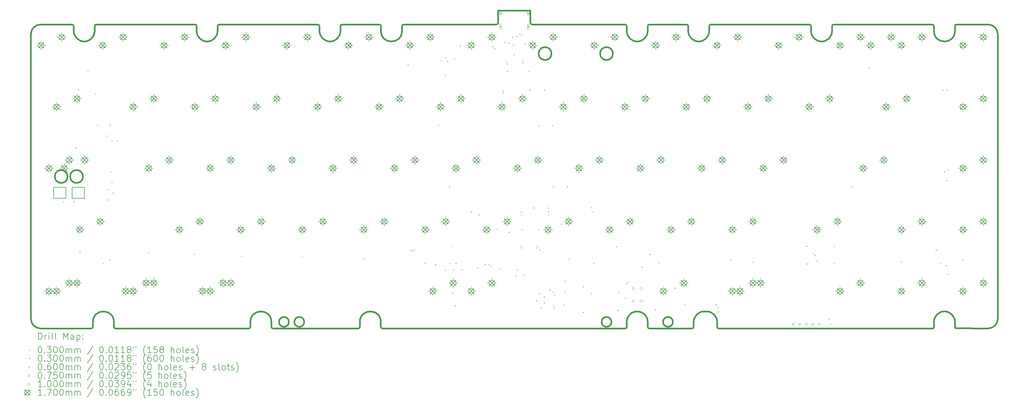
<source format=gbr>
%TF.GenerationSoftware,KiCad,Pcbnew,8.99.0-946-gf00a1ab517*%
%TF.CreationDate,2024-06-04T13:04:29+07:00*%
%TF.ProjectId,Sessantacinque65,53657373-616e-4746-9163-696e71756536,rev?*%
%TF.SameCoordinates,Original*%
%TF.FileFunction,Drillmap*%
%TF.FilePolarity,Positive*%
%FSLAX45Y45*%
G04 Gerber Fmt 4.5, Leading zero omitted, Abs format (unit mm)*
G04 Created by KiCad (PCBNEW 8.99.0-946-gf00a1ab517) date 2024-06-04 13:04:29*
%MOMM*%
%LPD*%
G01*
G04 APERTURE LIST*
%ADD10C,0.500000*%
%ADD11C,0.150000*%
%ADD12C,0.200000*%
%ADD13C,0.100000*%
%ADD14C,0.170000*%
G04 APERTURE END LIST*
D10*
X16292935Y5448035D02*
X17193773Y5448035D01*
X5069104Y14872025D02*
X4608707Y14872023D01*
X5501104Y14872025D02*
X5429104Y14872025D01*
X27418585Y14821893D02*
X27418585Y14669900D01*
X-91220Y10160000D02*
G75*
G02*
X-490000Y10160000I-199390J0D01*
G01*
X-490000Y10160000D02*
G75*
G02*
X-91220Y10160000I199390J0D01*
G01*
X1244104Y14872025D02*
X797891Y14872025D01*
X7668606Y14872025D02*
X5573110Y14872025D01*
X21023104Y14872025D02*
X20951104Y14872025D01*
X-928813Y5448035D02*
X-636065Y5448035D01*
X1604104Y14872025D02*
X1532104Y14872025D01*
X694005Y5498033D02*
G75*
G02*
X644007Y5448034I-49998J-1D01*
G01*
X10273730Y14670008D02*
G75*
G02*
X9623730Y14670008I-325000J0D01*
G01*
X15107104Y14872025D02*
X15035104Y14872025D01*
X28746306Y5748033D02*
G75*
G02*
X28447223Y5448035I-299996J-3D01*
G01*
X4558706Y14670009D02*
G75*
G02*
X3908707Y14670773I-325000J0D01*
G01*
X1316104Y14872025D02*
X1244104Y14872025D01*
X8535435Y5448035D02*
X8607435Y5448035D01*
X14258704Y15304000D02*
X13258704Y15304000D01*
X4558706Y14822023D02*
G75*
G02*
X4608707Y14872024I50004J-3D01*
G01*
X15788935Y5448035D02*
X15860935Y5448035D01*
X748570Y14670009D02*
G75*
G02*
X98570Y14670773I-325000J0D01*
G01*
X14258703Y14922746D02*
X14258704Y15304000D01*
X19798650Y14822023D02*
G75*
G02*
X19847971Y14872025I50020J-13D01*
G01*
X48566Y14872025D02*
X-928813Y14872023D01*
X15860935Y5448035D02*
X15932935Y5448035D01*
X20879104Y14872025D02*
X20807104Y14872025D01*
X19798650Y14822023D02*
X19798650Y14670013D01*
X-276065Y5448035D02*
X-204065Y5448035D01*
X-636065Y5448035D02*
X-564065Y5448035D01*
X8463435Y5448035D02*
X8535435Y5448035D01*
X5575588Y5498033D02*
X5575588Y5649999D01*
X17243773Y5498033D02*
X17243773Y5650013D01*
X6275586Y5448035D02*
G75*
G02*
X6225595Y5498035I4J49995D01*
G01*
X5357104Y14872025D02*
X5285104Y14872025D01*
X27418854Y5496603D02*
X27420561Y5483663D01*
X28446555Y14871892D02*
G75*
G02*
X28746312Y14571892I-246J-300002D01*
G01*
X23608786Y14670013D02*
G75*
G02*
X22958795Y14670773I-324996J-3D01*
G01*
X11273104Y14872025D02*
X11201110Y14872025D01*
X27433503Y5461251D02*
X27443857Y5453305D01*
X23608786Y14822013D02*
G75*
G02*
X23658787Y14872014I50004J-3D01*
G01*
X17243762Y14670773D02*
X17243762Y14822025D01*
X8968865Y5649999D02*
G75*
G02*
X9618865Y5649999I325000J0D01*
G01*
X16148935Y5448035D02*
X16220935Y5448035D01*
X18673666Y5651468D02*
G75*
G02*
X18368866Y5651468I-152400J0D01*
G01*
X18368866Y5651468D02*
G75*
G02*
X18673666Y5651468I152400J0D01*
G01*
X-204065Y5448035D02*
X-132056Y5448035D01*
X1388104Y14872025D02*
X1316104Y14872025D01*
X11201104Y14872025D02*
X11129104Y14872025D01*
X14819104Y14872025D02*
X14308716Y14872025D01*
X17893762Y14822023D02*
G75*
G02*
X17943247Y14872025I50008J-3D01*
G01*
X19318821Y5498033D02*
G75*
G02*
X19268821Y5448040I-50001J7D01*
G01*
X17893762Y14670013D02*
G75*
G02*
X17243759Y14670773I-325002J7D01*
G01*
X5141104Y14872025D02*
X5069104Y14872025D01*
X20096306Y5445928D02*
G75*
G02*
X20046308Y5495926I4J50002D01*
G01*
X9623728Y14822023D02*
X9623730Y14822023D01*
X26743799Y5454738D02*
X26754153Y5462684D01*
X28286465Y14872025D02*
X28223104Y14872025D01*
X10913104Y14872025D02*
X10841104Y14872025D01*
X10769104Y14872025D02*
X10323029Y14872025D01*
X15932935Y5448035D02*
X16004935Y5448035D01*
X10273730Y14822023D02*
G75*
G02*
X10323029Y14872025I50020J-13D01*
G01*
X6225588Y5649999D02*
X6225588Y5498035D01*
X1748104Y14872025D02*
X1676104Y14872025D01*
X9668867Y5448035D02*
X15788935Y5448035D01*
X19318821Y5498033D02*
X19318821Y5651433D01*
X98570Y14670773D02*
X98568Y14822023D01*
X19798650Y14670013D02*
G75*
G02*
X19148651Y14670773I-325000J-3D01*
G01*
X8368602Y14822023D02*
G75*
G02*
X8418087Y14872025I50008J-3D01*
G01*
X27425557Y5471606D02*
X27433503Y5461251D01*
X14910640Y13970000D02*
G75*
G02*
X14511860Y13970000I-199390J0D01*
G01*
X14511860Y13970000D02*
G75*
G02*
X14910640Y13970000I199390J0D01*
G01*
X20663104Y14872025D02*
X20591104Y14872025D01*
X27696387Y14872025D02*
X27468110Y14871891D01*
X-132056Y5448035D02*
X644007Y5448035D01*
X17243773Y5650013D02*
G75*
G02*
X17245745Y5685741I324607J7D01*
G01*
X19098647Y14872025D02*
X17943247Y14872025D01*
X20807104Y14872025D02*
X20735104Y14872025D01*
X-928813Y5448035D02*
G75*
G02*
X-1228814Y5748035I2J300002D01*
G01*
X8968865Y5498033D02*
X8968865Y5649999D01*
X27935104Y14872025D02*
X27863104Y14872025D01*
X17193767Y14872025D02*
G75*
G02*
X17243755Y14822025I-7J-49995D01*
G01*
X14963104Y14872025D02*
X14891104Y14872025D01*
X5573104Y14872025D02*
X5501110Y14872025D01*
X1394007Y5448035D02*
G75*
G02*
X1344011Y5497237I14J50015D01*
G01*
X1344005Y5649999D02*
X1344005Y5497237D01*
X8368602Y14822023D02*
X8368602Y14670009D01*
X8247435Y5448035D02*
X8319435Y5448035D01*
X20591104Y14872025D02*
X20519104Y14872025D01*
X5575588Y5649999D02*
G75*
G02*
X6225588Y5649999I325000J0D01*
G01*
X-564065Y5448035D02*
X-492065Y5448035D01*
X27863104Y14872025D02*
X27791104Y14872025D01*
X16076935Y5448035D02*
X16148935Y5448035D01*
X15035104Y14872025D02*
X14963104Y14872025D01*
X28746306Y5748033D02*
X28746306Y14571892D01*
X5429104Y14872025D02*
X5357104Y14872025D01*
X16004935Y5448035D02*
X16076935Y5448035D01*
X748570Y14822023D02*
G75*
G02*
X797891Y14872025I50017J-10D01*
G01*
X26762099Y5473038D02*
X26767095Y5485095D01*
X9623730Y14822023D02*
X9623730Y14670008D01*
X10841104Y14872025D02*
X10769104Y14872025D01*
X-1228814Y14572023D02*
G75*
G02*
X-928813Y14872023I300000J0D01*
G01*
X11129104Y14872025D02*
X11057104Y14872025D01*
X694005Y5498033D02*
X694005Y5649999D01*
X13258704Y15304000D02*
X13258703Y14922016D01*
X8607435Y5448035D02*
X8679435Y5448035D01*
X-348065Y5448035D02*
X-276065Y5448035D01*
X28446555Y14871892D02*
X28286465Y14872025D01*
X16815648Y13970000D02*
G75*
G02*
X16416868Y13970000I-199390J0D01*
G01*
X16416868Y13970000D02*
G75*
G02*
X16815648Y13970000I199390J0D01*
G01*
X1676104Y14872025D02*
X1604104Y14872025D01*
X23608786Y14822013D02*
X23608786Y14670013D01*
X4558706Y14822023D02*
X4558706Y14670009D01*
X17193767Y14872025D02*
X15323104Y14872025D01*
X26718588Y14871916D02*
X23658787Y14872009D01*
X17893762Y14822023D02*
X17893762Y14670013D01*
X14308716Y14872025D02*
G75*
G02*
X14258710Y14922746I4J50015D01*
G01*
X3858706Y14872025D02*
X1748104Y14872025D01*
X27443857Y5453305D02*
X28447223Y5448035D01*
X27418585Y14669900D02*
G75*
G02*
X26768585Y14669900I-325000J0D01*
G01*
X6275586Y5448035D02*
X8175435Y5448035D01*
X17893773Y5647932D02*
X17893773Y5495952D01*
X26754153Y5462684D02*
X26762099Y5473038D01*
X17251868Y5722087D02*
G75*
G02*
X17893781Y5647932I316912J-72087D01*
G01*
X22908786Y14872025D02*
X21023104Y14872025D01*
X694005Y5649999D02*
G75*
G02*
X1344005Y5649999I325000J0D01*
G01*
X28007104Y14872025D02*
X27935104Y14872025D01*
X8368602Y14670009D02*
G75*
G02*
X7718599Y14670773I-325002J1D01*
G01*
X26718802Y5448035D02*
X26731741Y5449741D01*
X20519104Y14872025D02*
X19847971Y14872025D01*
X15179104Y14872025D02*
X15107104Y14872025D01*
X9668867Y5448035D02*
G75*
G02*
X9618871Y5497243I14J50015D01*
G01*
X16768586Y5651500D02*
G75*
G02*
X16463786Y5651500I-152400J0D01*
G01*
X16463786Y5651500D02*
G75*
G02*
X16768586Y5651500I152400J0D01*
G01*
X48566Y14872025D02*
G75*
G02*
X98568Y14822023I0J-50002D01*
G01*
X20096306Y5445928D02*
X26718802Y5448035D01*
X19643676Y5974999D02*
X19721297Y5974999D01*
X5285104Y14872025D02*
X5213104Y14872025D01*
X8968865Y5498033D02*
G75*
G02*
X8918867Y5448035I-49995J-3D01*
G01*
X-420065Y5448035D02*
X-348065Y5448035D01*
X27719104Y14872025D02*
X27696387Y14872025D01*
X13208703Y14872025D02*
X11273110Y14872025D01*
X28151104Y14872025D02*
X28079104Y14872025D01*
X26768802Y5651435D02*
G75*
G02*
X27093844Y5977092I323288J2365D01*
G01*
X6767336Y5651500D02*
G75*
G02*
X6462536Y5651500I-152400J0D01*
G01*
X6462536Y5651500D02*
G75*
G02*
X6767336Y5651500I152400J0D01*
G01*
X1532104Y14872025D02*
X1460104Y14872025D01*
X27420561Y5483663D02*
X27425557Y5471606D01*
X7718602Y14670773D02*
X7718602Y14822025D01*
X3908706Y14670773D02*
X3908706Y14822502D01*
X20951104Y14872025D02*
X20879104Y14872025D01*
X7243618Y5651468D02*
G75*
G02*
X6938818Y5651468I-152400J0D01*
G01*
X6938818Y5651468D02*
G75*
G02*
X7243618Y5651468I152400J0D01*
G01*
X27418854Y5650003D02*
X27418854Y5496603D01*
X20046306Y5647906D02*
X20046306Y5495926D01*
X15251104Y14872025D02*
X15179104Y14872025D01*
X16220935Y5448035D02*
X16292935Y5448035D01*
X17943773Y5445954D02*
X19268821Y5448035D01*
X26768585Y14669900D02*
X26768585Y14821916D01*
X22958786Y14670773D02*
X22958786Y14822502D01*
X5213104Y14872025D02*
X5141104Y14872025D01*
X8391435Y5448035D02*
X8463435Y5448035D01*
X19318821Y5651433D02*
G75*
G02*
X19643676Y5975000I324290J-723D01*
G01*
X22908786Y14872025D02*
G75*
G02*
X22958792Y14822502I4J-50005D01*
G01*
X3858706Y14872025D02*
G75*
G02*
X3908712Y14822502I4J-50005D01*
G01*
X1460104Y14872025D02*
X1388104Y14872025D01*
X17245768Y5686159D02*
X17251868Y5722087D01*
X10273730Y14822023D02*
X10273730Y14670008D01*
X26768802Y5498035D02*
X26768802Y5651435D01*
X9573727Y14872025D02*
X8418087Y14872025D01*
X1394007Y5448035D02*
X5525588Y5448035D01*
X20735104Y14872025D02*
X20663110Y14872025D01*
X11057104Y14872025D02*
X10985104Y14872025D01*
X28223104Y14872025D02*
X28151104Y14872025D01*
X13258703Y14922016D02*
G75*
G02*
X13208703Y14872017I-50003J4D01*
G01*
X8175435Y5448035D02*
X8247435Y5448035D01*
X17245745Y5685741D02*
X17245768Y5686159D01*
X26731741Y5449741D02*
X26743799Y5454738D01*
X748570Y14822023D02*
X748570Y14670009D01*
X-492065Y5448035D02*
X-420058Y5448035D01*
X15323104Y14872025D02*
X15251104Y14872025D01*
X7668606Y14872025D02*
G75*
G02*
X7718595Y14822025I-7J-49995D01*
G01*
X384780Y10159000D02*
G75*
G02*
X-14000Y10159000I-199390J0D01*
G01*
X-14000Y10159000D02*
G75*
G02*
X384780Y10159000I199390J0D01*
G01*
X5575588Y5498033D02*
G75*
G02*
X5525588Y5448042I-49998J7D01*
G01*
X10985104Y14872025D02*
X10913104Y14872025D01*
X17243773Y5498033D02*
G75*
G02*
X17193773Y5448027I-50003J-3D01*
G01*
X27418585Y14821893D02*
G75*
G02*
X27468110Y14871892I50005J-3D01*
G01*
X8319435Y5448035D02*
X8391435Y5448035D01*
X26767095Y5485095D02*
X26768802Y5498035D01*
X19721297Y5974999D02*
G75*
G02*
X20046313Y5647906I4J-325019D01*
G01*
X9618865Y5649999D02*
X9618865Y5497243D01*
X14891104Y14872025D02*
X14819104Y14872025D01*
X19148650Y14670773D02*
X19148648Y14822023D01*
X27093844Y5977096D02*
G75*
G02*
X27418849Y5650003I-4J-325016D01*
G01*
X27791104Y14872025D02*
X27719104Y14872025D01*
X-1228814Y14572023D02*
X-1228814Y5748035D01*
X8679435Y5448035D02*
X8918867Y5448035D01*
X28079104Y14872025D02*
X28007104Y14872025D01*
X9573727Y14872025D02*
G75*
G02*
X9623735Y14822023I4J-50005D01*
G01*
X26718588Y14871916D02*
G75*
G02*
X26768586Y14821916I-8J-50007D01*
G01*
X17943773Y5445954D02*
G75*
G02*
X17893774Y5495952I-3J49996D01*
G01*
X19098647Y14872025D02*
G75*
G02*
X19148655Y14822023I4J-50005D01*
G01*
D11*
X45390Y9481000D02*
X45390Y9821000D01*
X425390Y9821000D02*
X45390Y9821000D01*
X425390Y9481000D02*
X45390Y9481000D01*
X425390Y9481000D02*
X425390Y9821000D01*
X-530610Y9482000D02*
X-530610Y9822000D01*
X-150610Y9822000D02*
X-530610Y9822000D01*
X-150610Y9482000D02*
X-530610Y9482000D01*
X-150610Y9482000D02*
X-150610Y9822000D01*
D12*
D13*
X-231000Y9390000D02*
X-201000Y9360000D01*
X-201000Y9390000D02*
X-231000Y9360000D01*
X88000Y9400000D02*
X118000Y9370000D01*
X118000Y9400000D02*
X88000Y9370000D01*
X146000Y11059000D02*
X176000Y11029000D01*
X176000Y11059000D02*
X146000Y11029000D01*
X218000Y12864000D02*
X248000Y12834000D01*
X248000Y12864000D02*
X218000Y12834000D01*
X273310Y7859000D02*
X303310Y7829000D01*
X303310Y7859000D02*
X273310Y7829000D01*
X521000Y9909000D02*
X551000Y9879000D01*
X551000Y9909000D02*
X521000Y9879000D01*
X526000Y13446000D02*
X556000Y13416000D01*
X556000Y13446000D02*
X526000Y13416000D01*
X761000Y12733000D02*
X791000Y12703000D01*
X791000Y12733000D02*
X761000Y12703000D01*
X824000Y11764000D02*
X854000Y11734000D01*
X854000Y11764000D02*
X824000Y11734000D01*
X1004000Y7479000D02*
X1034000Y7449000D01*
X1034000Y7479000D02*
X1004000Y7449000D01*
X1102000Y11433000D02*
X1132000Y11403000D01*
X1132000Y11433000D02*
X1102000Y11403000D01*
X1164000Y9448000D02*
X1194000Y9418000D01*
X1194000Y9448000D02*
X1164000Y9418000D01*
X1173000Y9775000D02*
X1203000Y9745000D01*
X1203000Y9775000D02*
X1173000Y9745000D01*
X1203000Y7590000D02*
X1233000Y7560000D01*
X1233000Y7590000D02*
X1203000Y7560000D01*
X1207000Y11767000D02*
X1237000Y11737000D01*
X1237000Y11767000D02*
X1207000Y11737000D01*
X1244000Y10312000D02*
X1274000Y10282000D01*
X1274000Y10312000D02*
X1244000Y10282000D01*
X1269000Y11287000D02*
X1299000Y11257000D01*
X1299000Y11287000D02*
X1269000Y11257000D01*
X1269000Y9989000D02*
X1299000Y9959000D01*
X1299000Y9989000D02*
X1269000Y9959000D01*
X1303000Y9666000D02*
X1333000Y9636000D01*
X1333000Y9666000D02*
X1303000Y9636000D01*
X1424250Y11282000D02*
X1454250Y11252000D01*
X1454250Y11282000D02*
X1424250Y11252000D01*
X2409000Y7809000D02*
X2439000Y7779000D01*
X2439000Y7809000D02*
X2409000Y7779000D01*
X3814925Y7768925D02*
X3844925Y7738925D01*
X3844925Y7768925D02*
X3814925Y7738925D01*
X5284000Y7703000D02*
X5314000Y7673000D01*
X5314000Y7703000D02*
X5284000Y7673000D01*
X7170000Y7686000D02*
X7200000Y7656000D01*
X7200000Y7686000D02*
X7170000Y7656000D01*
X9087000Y7626000D02*
X9117000Y7596000D01*
X9117000Y7626000D02*
X9087000Y7596000D01*
X10449000Y13636500D02*
X10479000Y13606500D01*
X10479000Y13636500D02*
X10449000Y13606500D01*
X10530098Y7878070D02*
X10560098Y7848070D01*
X10560098Y7878070D02*
X10530098Y7848070D01*
X10590097Y7877647D02*
X10620097Y7847647D01*
X10620097Y7877647D02*
X10590097Y7847647D01*
X10644000Y7904000D02*
X10674000Y7874000D01*
X10674000Y7904000D02*
X10644000Y7874000D01*
X10981500Y7488000D02*
X11011500Y7458000D01*
X11011500Y7488000D02*
X10981500Y7458000D01*
X11299000Y7443000D02*
X11329000Y7413000D01*
X11329000Y7443000D02*
X11299000Y7413000D01*
X11389000Y11764000D02*
X11419000Y11734000D01*
X11419000Y11764000D02*
X11389000Y11734000D01*
X11470000Y13765000D02*
X11500000Y13735000D01*
X11500000Y13765000D02*
X11470000Y13735000D01*
X11601000Y13315000D02*
X11631000Y13285000D01*
X11631000Y13315000D02*
X11601000Y13285000D01*
X11605000Y7274000D02*
X11635000Y7244000D01*
X11635000Y7274000D02*
X11605000Y7244000D01*
X11612000Y13844000D02*
X11642000Y13814000D01*
X11642000Y13844000D02*
X11612000Y13814000D01*
X11670000Y13741000D02*
X11700000Y13711000D01*
X11700000Y13741000D02*
X11670000Y13711000D01*
X11732000Y9859000D02*
X11762000Y9829000D01*
X11762000Y9859000D02*
X11732000Y9829000D01*
X11748000Y7488000D02*
X11778000Y7458000D01*
X11778000Y7488000D02*
X11748000Y7458000D01*
X11824000Y8004000D02*
X11854000Y7974000D01*
X11854000Y8004000D02*
X11824000Y7974000D01*
X11832000Y6561000D02*
X11862000Y6531000D01*
X11862000Y6561000D02*
X11832000Y6531000D01*
X11858000Y7286000D02*
X11888000Y7256000D01*
X11888000Y7286000D02*
X11858000Y7256000D01*
X11884000Y13827000D02*
X11914000Y13797000D01*
X11914000Y13827000D02*
X11884000Y13797000D01*
X11909000Y6173000D02*
X11939000Y6143000D01*
X11939000Y6173000D02*
X11909000Y6143000D01*
X11932000Y7483000D02*
X11962000Y7453000D01*
X11962000Y7483000D02*
X11932000Y7453000D01*
X12067000Y14217000D02*
X12097000Y14187000D01*
X12097000Y14217000D02*
X12067000Y14187000D01*
X12121000Y7279000D02*
X12151000Y7249000D01*
X12151000Y7279000D02*
X12121000Y7249000D01*
X12415000Y9085000D02*
X12445000Y9055000D01*
X12445000Y9085000D02*
X12415000Y9055000D01*
X12616000Y7341000D02*
X12646000Y7311000D01*
X12646000Y7341000D02*
X12616000Y7311000D01*
X12649000Y8986000D02*
X12679000Y8956000D01*
X12679000Y8986000D02*
X12649000Y8956000D01*
X12842311Y7448000D02*
X12872311Y7418000D01*
X12872311Y7448000D02*
X12842311Y7418000D01*
X12948000Y7448000D02*
X12978000Y7418000D01*
X12978000Y7448000D02*
X12948000Y7418000D01*
X13020000Y7408000D02*
X13050000Y7378000D01*
X13050000Y7408000D02*
X13020000Y7378000D01*
X13070000Y14201000D02*
X13100000Y14171000D01*
X13100000Y14201000D02*
X13070000Y14171000D01*
X13131000Y14145000D02*
X13161000Y14115000D01*
X13161000Y14145000D02*
X13131000Y14115000D01*
X13194000Y8538000D02*
X13224000Y8508000D01*
X13224000Y8538000D02*
X13194000Y8508000D01*
X13310000Y7325000D02*
X13340000Y7295000D01*
X13340000Y7325000D02*
X13310000Y7295000D01*
X13390000Y12776000D02*
X13420000Y12746000D01*
X13420000Y12776000D02*
X13390000Y12746000D01*
X13397355Y12839355D02*
X13427355Y12809355D01*
X13427355Y12839355D02*
X13397355Y12809355D01*
X13453145Y14339855D02*
X13483145Y14309855D01*
X13483145Y14339855D02*
X13453145Y14309855D01*
X13485000Y13739000D02*
X13515000Y13709000D01*
X13515000Y13739000D02*
X13485000Y13709000D01*
X13519000Y13670000D02*
X13549000Y13640000D01*
X13549000Y13670000D02*
X13519000Y13640000D01*
X13531000Y13436000D02*
X13561000Y13406000D01*
X13561000Y13436000D02*
X13531000Y13406000D01*
X13577000Y14308000D02*
X13607000Y14278000D01*
X13607000Y14308000D02*
X13577000Y14278000D01*
X13580000Y8446000D02*
X13610000Y8416000D01*
X13610000Y8446000D02*
X13580000Y8416000D01*
X13682000Y14498000D02*
X13712000Y14468000D01*
X13712000Y14498000D02*
X13682000Y14468000D01*
X13715000Y14256000D02*
X13745000Y14226000D01*
X13745000Y14256000D02*
X13715000Y14226000D01*
X13740000Y13945000D02*
X13770000Y13915000D01*
X13770000Y13945000D02*
X13740000Y13915000D01*
X13804000Y7104000D02*
X13834000Y7074000D01*
X13834000Y7104000D02*
X13804000Y7074000D01*
X13819250Y14522000D02*
X13849250Y14492000D01*
X13849250Y14522000D02*
X13819250Y14492000D01*
X13838000Y7271000D02*
X13868000Y7241000D01*
X13868000Y7271000D02*
X13838000Y7241000D01*
X13919250Y14575000D02*
X13949250Y14545000D01*
X13949250Y14575000D02*
X13919250Y14545000D01*
X13948696Y8013562D02*
X13978696Y7983562D01*
X13978696Y8013562D02*
X13948696Y7983562D01*
X13954000Y9083000D02*
X13984000Y9053000D01*
X13984000Y9083000D02*
X13954000Y9053000D01*
X13964000Y8986000D02*
X13994000Y8956000D01*
X13994000Y8986000D02*
X13964000Y8956000D01*
X13979000Y8533000D02*
X14009000Y8503000D01*
X14009000Y8533000D02*
X13979000Y8503000D01*
X13981000Y7963000D02*
X14011000Y7933000D01*
X14011000Y7963000D02*
X13981000Y7933000D01*
X13989250Y14577000D02*
X14019250Y14547000D01*
X14019250Y14577000D02*
X13989250Y14547000D01*
X13999000Y13740000D02*
X14029000Y13710000D01*
X14029000Y13740000D02*
X13999000Y13710000D01*
X14008000Y13676000D02*
X14038000Y13646000D01*
X14038000Y13676000D02*
X14008000Y13646000D01*
X14035000Y7120000D02*
X14065000Y7090000D01*
X14065000Y7120000D02*
X14035000Y7090000D01*
X14072000Y14290000D02*
X14102000Y14260000D01*
X14102000Y14290000D02*
X14072000Y14260000D01*
X14199000Y13436000D02*
X14229000Y13406000D01*
X14229000Y13436000D02*
X14199000Y13406000D01*
X14235000Y12862000D02*
X14265000Y12832000D01*
X14265000Y12862000D02*
X14235000Y12832000D01*
X14338000Y9204000D02*
X14368000Y9174000D01*
X14368000Y9204000D02*
X14338000Y9174000D01*
X14420000Y7964000D02*
X14450000Y7934000D01*
X14450000Y7964000D02*
X14420000Y7934000D01*
X14427000Y6327000D02*
X14457000Y6297000D01*
X14457000Y6327000D02*
X14427000Y6297000D01*
X14470403Y8004000D02*
X14500403Y7974000D01*
X14500403Y8004000D02*
X14470403Y7974000D01*
X14482000Y8531000D02*
X14512000Y8501000D01*
X14512000Y8531000D02*
X14482000Y8501000D01*
X14501000Y11762000D02*
X14531000Y11732000D01*
X14531000Y11762000D02*
X14501000Y11732000D01*
X14517000Y6542000D02*
X14547000Y6512000D01*
X14547000Y6542000D02*
X14517000Y6512000D01*
X14525000Y7904000D02*
X14555000Y7874000D01*
X14555000Y7904000D02*
X14525000Y7874000D01*
X14571000Y6106000D02*
X14601000Y6076000D01*
X14601000Y6106000D02*
X14571000Y6076000D01*
X14668000Y6434000D02*
X14698000Y6404000D01*
X14698000Y6434000D02*
X14668000Y6404000D01*
X14674000Y6259000D02*
X14704000Y6229000D01*
X14704000Y6259000D02*
X14674000Y6229000D01*
X14677520Y12853520D02*
X14707520Y12823520D01*
X14707520Y12853520D02*
X14677520Y12823520D01*
X14795000Y9086000D02*
X14825000Y9056000D01*
X14825000Y9086000D02*
X14795000Y9056000D01*
X14795000Y8987000D02*
X14825000Y8957000D01*
X14825000Y8987000D02*
X14795000Y8957000D01*
X14803000Y9195000D02*
X14833000Y9165000D01*
X14833000Y9195000D02*
X14803000Y9165000D01*
X14837000Y6661000D02*
X14867000Y6631000D01*
X14867000Y6661000D02*
X14837000Y6631000D01*
X14927000Y11762000D02*
X14957000Y11732000D01*
X14957000Y11762000D02*
X14927000Y11732000D01*
X14944000Y6587000D02*
X14974000Y6557000D01*
X14974000Y6587000D02*
X14944000Y6557000D01*
X14951000Y9855000D02*
X14981000Y9825000D01*
X14981000Y9855000D02*
X14951000Y9825000D01*
X14972194Y6169095D02*
X15002194Y6139095D01*
X15002194Y6169095D02*
X14972194Y6139095D01*
X14976000Y6102000D02*
X15006000Y6072000D01*
X15006000Y6102000D02*
X14976000Y6072000D01*
X14987000Y6500000D02*
X15017000Y6470000D01*
X15017000Y6500000D02*
X14987000Y6470000D01*
X15206000Y8693000D02*
X15236000Y8663000D01*
X15236000Y8693000D02*
X15206000Y8663000D01*
X15278860Y6192860D02*
X15308860Y6162860D01*
X15308860Y6192860D02*
X15278860Y6162860D01*
X15312492Y6583492D02*
X15342492Y6553492D01*
X15342492Y6583492D02*
X15312492Y6553492D01*
X15316000Y6934000D02*
X15346000Y6904000D01*
X15346000Y6934000D02*
X15316000Y6904000D01*
X15388000Y9854000D02*
X15418000Y9824000D01*
X15418000Y9854000D02*
X15388000Y9824000D01*
X15437000Y7606000D02*
X15467000Y7576000D01*
X15467000Y7606000D02*
X15437000Y7576000D01*
X15878000Y6765000D02*
X15908000Y6735000D01*
X15908000Y6765000D02*
X15878000Y6735000D01*
X15883000Y5963000D02*
X15913000Y5933000D01*
X15913000Y5963000D02*
X15883000Y5933000D01*
X16136000Y9208000D02*
X16166000Y9178000D01*
X16166000Y9208000D02*
X16136000Y9178000D01*
X16141000Y6549000D02*
X16171000Y6519000D01*
X16171000Y6549000D02*
X16141000Y6519000D01*
X16186000Y9095000D02*
X16216000Y9065000D01*
X16216000Y9095000D02*
X16186000Y9065000D01*
X16210000Y7489000D02*
X16240000Y7459000D01*
X16240000Y7489000D02*
X16210000Y7459000D01*
X16907639Y8004000D02*
X16937639Y7974000D01*
X16937639Y8004000D02*
X16907639Y7974000D01*
X16947000Y6025000D02*
X16977000Y5995000D01*
X16977000Y6025000D02*
X16947000Y5995000D01*
X16972000Y6580000D02*
X17002000Y6550000D01*
X17002000Y6580000D02*
X16972000Y6550000D01*
X17161000Y6400000D02*
X17191000Y6370000D01*
X17191000Y6400000D02*
X17161000Y6370000D01*
X17214000Y6849000D02*
X17244000Y6819000D01*
X17244000Y6849000D02*
X17214000Y6819000D01*
X17277000Y6901000D02*
X17307000Y6871000D01*
X17307000Y6901000D02*
X17277000Y6871000D01*
X17701007Y7360993D02*
X17731007Y7330993D01*
X17731007Y7360993D02*
X17701007Y7330993D01*
X17939645Y7761355D02*
X17969645Y7731355D01*
X17969645Y7761355D02*
X17939645Y7731355D01*
X18112000Y6046000D02*
X18142000Y6016000D01*
X18142000Y6046000D02*
X18112000Y6016000D01*
X18227000Y7503000D02*
X18257000Y7473000D01*
X18257000Y7503000D02*
X18227000Y7473000D01*
X18723000Y6714000D02*
X18753000Y6684000D01*
X18753000Y6714000D02*
X18723000Y6684000D01*
X19028000Y6200000D02*
X19058000Y6170000D01*
X19058000Y6200000D02*
X19028000Y6170000D01*
X19996000Y6194000D02*
X20026000Y6164000D01*
X20026000Y6194000D02*
X19996000Y6164000D01*
X20018367Y5946515D02*
X20048367Y5916515D01*
X20048367Y5946515D02*
X20018367Y5916515D01*
X20053000Y6102801D02*
X20083000Y6072801D01*
X20083000Y6102801D02*
X20053000Y6072801D01*
X20066000Y5983000D02*
X20096000Y5953000D01*
X20096000Y5983000D02*
X20066000Y5953000D01*
X20454000Y7603000D02*
X20484000Y7573000D01*
X20484000Y7603000D02*
X20454000Y7573000D01*
X21130000Y7517000D02*
X21160000Y7487000D01*
X21160000Y7517000D02*
X21130000Y7487000D01*
X22812000Y7469000D02*
X22842000Y7439000D01*
X22842000Y7469000D02*
X22812000Y7439000D01*
X22817000Y8013000D02*
X22847000Y7983000D01*
X22847000Y8013000D02*
X22817000Y7983000D01*
X23016269Y7763000D02*
X23046269Y7733000D01*
X23046269Y7763000D02*
X23016269Y7733000D01*
X23075900Y7723000D02*
X23105900Y7693000D01*
X23105900Y7723000D02*
X23075900Y7693000D01*
X23125900Y7561000D02*
X23155900Y7531000D01*
X23155900Y7561000D02*
X23125900Y7531000D01*
X23500000Y5754000D02*
X23530000Y5724000D01*
X23530000Y5754000D02*
X23500000Y5724000D01*
X23550000Y5602000D02*
X23580000Y5572000D01*
X23580000Y5602000D02*
X23550000Y5572000D01*
X23658000Y8004000D02*
X23688000Y7974000D01*
X23688000Y8004000D02*
X23658000Y7974000D01*
X23662000Y7478000D02*
X23692000Y7448000D01*
X23692000Y7478000D02*
X23662000Y7448000D01*
X24227000Y9859000D02*
X24257000Y9829000D01*
X24257000Y9859000D02*
X24227000Y9829000D01*
X24736000Y13550000D02*
X24766000Y13520000D01*
X24766000Y13550000D02*
X24736000Y13520000D01*
X25745250Y7528000D02*
X25775250Y7498000D01*
X25775250Y7528000D02*
X25745250Y7498000D01*
X26821000Y7887000D02*
X26851000Y7857000D01*
X26851000Y7887000D02*
X26821000Y7857000D01*
X26959000Y7485000D02*
X26989000Y7455000D01*
X26989000Y7485000D02*
X26959000Y7455000D01*
X27035000Y12854000D02*
X27065000Y12824000D01*
X27065000Y12854000D02*
X27035000Y12824000D01*
X27082000Y10326000D02*
X27112000Y10296000D01*
X27112000Y10326000D02*
X27082000Y10296000D01*
X27135000Y7411000D02*
X27165000Y7381000D01*
X27165000Y7411000D02*
X27135000Y7381000D01*
X27149000Y10050000D02*
X27179000Y10020000D01*
X27179000Y10050000D02*
X27149000Y10020000D01*
X27159000Y12851000D02*
X27189000Y12821000D01*
X27189000Y12851000D02*
X27159000Y12821000D01*
X27199000Y7150000D02*
X27229000Y7120000D01*
X27229000Y7150000D02*
X27199000Y7120000D01*
X27200000Y10381000D02*
X27230000Y10351000D01*
X27230000Y10381000D02*
X27200000Y10351000D01*
X27650250Y7594000D02*
X27680250Y7564000D01*
X27680250Y7594000D02*
X27650250Y7564000D01*
X-1019750Y14225000D02*
G75*
G02*
X-1049750Y14225000I-15000J0D01*
G01*
X-1049750Y14225000D02*
G75*
G02*
X-1019750Y14225000I15000J0D01*
G01*
X-895750Y14099000D02*
G75*
G02*
X-925750Y14099000I-15000J0D01*
G01*
X-925750Y14099000D02*
G75*
G02*
X-895750Y14099000I15000J0D01*
G01*
X-894750Y14349000D02*
G75*
G02*
X-924750Y14349000I-15000J0D01*
G01*
X-924750Y14349000D02*
G75*
G02*
X-894750Y14349000I15000J0D01*
G01*
X-781650Y10415000D02*
G75*
G02*
X-811650Y10415000I-15000J0D01*
G01*
X-811650Y10415000D02*
G75*
G02*
X-781650Y10415000I15000J0D01*
G01*
X-781650Y6605000D02*
G75*
G02*
X-811650Y6605000I-15000J0D01*
G01*
X-811650Y6605000D02*
G75*
G02*
X-781650Y6605000I15000J0D01*
G01*
X-769750Y14224000D02*
G75*
G02*
X-799750Y14224000I-15000J0D01*
G01*
X-799750Y14224000D02*
G75*
G02*
X-769750Y14224000I15000J0D01*
G01*
X-657650Y10289000D02*
G75*
G02*
X-687650Y10289000I-15000J0D01*
G01*
X-687650Y10289000D02*
G75*
G02*
X-657650Y10289000I15000J0D01*
G01*
X-657650Y6479000D02*
G75*
G02*
X-687650Y6479000I-15000J0D01*
G01*
X-687650Y6479000D02*
G75*
G02*
X-657650Y6479000I15000J0D01*
G01*
X-656650Y10539000D02*
G75*
G02*
X-686650Y10539000I-15000J0D01*
G01*
X-686650Y10539000D02*
G75*
G02*
X-656650Y10539000I15000J0D01*
G01*
X-656650Y6729000D02*
G75*
G02*
X-686650Y6729000I-15000J0D01*
G01*
X-686650Y6729000D02*
G75*
G02*
X-656650Y6729000I15000J0D01*
G01*
X-543450Y12320000D02*
G75*
G02*
X-573450Y12320000I-15000J0D01*
G01*
X-573450Y12320000D02*
G75*
G02*
X-543450Y12320000I15000J0D01*
G01*
X-543450Y6605000D02*
G75*
G02*
X-573450Y6605000I-15000J0D01*
G01*
X-573450Y6605000D02*
G75*
G02*
X-543450Y6605000I15000J0D01*
G01*
X-531650Y10414000D02*
G75*
G02*
X-561650Y10414000I-15000J0D01*
G01*
X-561650Y10414000D02*
G75*
G02*
X-531650Y10414000I15000J0D01*
G01*
X-531650Y6604000D02*
G75*
G02*
X-561650Y6604000I-15000J0D01*
G01*
X-561650Y6604000D02*
G75*
G02*
X-531650Y6604000I15000J0D01*
G01*
X-419450Y12194000D02*
G75*
G02*
X-449450Y12194000I-15000J0D01*
G01*
X-449450Y12194000D02*
G75*
G02*
X-419450Y12194000I15000J0D01*
G01*
X-419450Y6479000D02*
G75*
G02*
X-449450Y6479000I-15000J0D01*
G01*
X-449450Y6479000D02*
G75*
G02*
X-419450Y6479000I15000J0D01*
G01*
X-418450Y12444000D02*
G75*
G02*
X-448450Y12444000I-15000J0D01*
G01*
X-448450Y12444000D02*
G75*
G02*
X-418450Y12444000I15000J0D01*
G01*
X-418450Y6729000D02*
G75*
G02*
X-448450Y6729000I-15000J0D01*
G01*
X-448450Y6729000D02*
G75*
G02*
X-418450Y6729000I15000J0D01*
G01*
X-384750Y14478000D02*
G75*
G02*
X-414750Y14478000I-15000J0D01*
G01*
X-414750Y14478000D02*
G75*
G02*
X-384750Y14478000I15000J0D01*
G01*
X-305350Y10415000D02*
G75*
G02*
X-335350Y10415000I-15000J0D01*
G01*
X-335350Y10415000D02*
G75*
G02*
X-305350Y10415000I15000J0D01*
G01*
X-293450Y12319000D02*
G75*
G02*
X-323450Y12319000I-15000J0D01*
G01*
X-323450Y12319000D02*
G75*
G02*
X-293450Y12319000I15000J0D01*
G01*
X-293450Y6604000D02*
G75*
G02*
X-323450Y6604000I-15000J0D01*
G01*
X-323450Y6604000D02*
G75*
G02*
X-293450Y6604000I15000J0D01*
G01*
X-259750Y14604000D02*
G75*
G02*
X-289750Y14604000I-15000J0D01*
G01*
X-289750Y14604000D02*
G75*
G02*
X-259750Y14604000I15000J0D01*
G01*
X-259750Y14354000D02*
G75*
G02*
X-289750Y14354000I-15000J0D01*
G01*
X-289750Y14354000D02*
G75*
G02*
X-259750Y14354000I15000J0D01*
G01*
X-181350Y10289000D02*
G75*
G02*
X-211350Y10289000I-15000J0D01*
G01*
X-211350Y10289000D02*
G75*
G02*
X-181350Y10289000I15000J0D01*
G01*
X-180350Y10539000D02*
G75*
G02*
X-210350Y10539000I-15000J0D01*
G01*
X-210350Y10539000D02*
G75*
G02*
X-180350Y10539000I15000J0D01*
G01*
X-146650Y10668000D02*
G75*
G02*
X-176650Y10668000I-15000J0D01*
G01*
X-176650Y10668000D02*
G75*
G02*
X-146650Y10668000I15000J0D01*
G01*
X-146650Y6858000D02*
G75*
G02*
X-176650Y6858000I-15000J0D01*
G01*
X-176650Y6858000D02*
G75*
G02*
X-146650Y6858000I15000J0D01*
G01*
X-135750Y14479000D02*
G75*
G02*
X-165750Y14479000I-15000J0D01*
G01*
X-165750Y14479000D02*
G75*
G02*
X-135750Y14479000I15000J0D01*
G01*
X-55350Y10414000D02*
G75*
G02*
X-85350Y10414000I-15000J0D01*
G01*
X-85350Y10414000D02*
G75*
G02*
X-55350Y10414000I15000J0D01*
G01*
X-21650Y10794000D02*
G75*
G02*
X-51650Y10794000I-15000J0D01*
G01*
X-51650Y10794000D02*
G75*
G02*
X-21650Y10794000I15000J0D01*
G01*
X-21650Y10544000D02*
G75*
G02*
X-51650Y10544000I-15000J0D01*
G01*
X-51650Y10544000D02*
G75*
G02*
X-21650Y10544000I15000J0D01*
G01*
X-21650Y6984000D02*
G75*
G02*
X-51650Y6984000I-15000J0D01*
G01*
X-51650Y6984000D02*
G75*
G02*
X-21650Y6984000I15000J0D01*
G01*
X-21650Y6734000D02*
G75*
G02*
X-51650Y6734000I-15000J0D01*
G01*
X-51650Y6734000D02*
G75*
G02*
X-21650Y6734000I15000J0D01*
G01*
X91550Y12573000D02*
G75*
G02*
X61550Y12573000I-15000J0D01*
G01*
X61550Y12573000D02*
G75*
G02*
X91550Y12573000I15000J0D01*
G01*
X91550Y6858000D02*
G75*
G02*
X61550Y6858000I-15000J0D01*
G01*
X61550Y6858000D02*
G75*
G02*
X91550Y6858000I15000J0D01*
G01*
X102350Y10669000D02*
G75*
G02*
X72350Y10669000I-15000J0D01*
G01*
X72350Y10669000D02*
G75*
G02*
X102350Y10669000I15000J0D01*
G01*
X102350Y6859000D02*
G75*
G02*
X72350Y6859000I-15000J0D01*
G01*
X72350Y6859000D02*
G75*
G02*
X102350Y6859000I15000J0D01*
G01*
X178310Y8510000D02*
G75*
G02*
X148310Y8510000I-15000J0D01*
G01*
X148310Y8510000D02*
G75*
G02*
X178310Y8510000I15000J0D01*
G01*
X216550Y12699000D02*
G75*
G02*
X186550Y12699000I-15000J0D01*
G01*
X186550Y12699000D02*
G75*
G02*
X216550Y12699000I15000J0D01*
G01*
X216550Y12449000D02*
G75*
G02*
X186550Y12449000I-15000J0D01*
G01*
X186550Y12449000D02*
G75*
G02*
X216550Y12449000I15000J0D01*
G01*
X216550Y6984000D02*
G75*
G02*
X186550Y6984000I-15000J0D01*
G01*
X186550Y6984000D02*
G75*
G02*
X216550Y6984000I15000J0D01*
G01*
X216550Y6734000D02*
G75*
G02*
X186550Y6734000I-15000J0D01*
G01*
X186550Y6734000D02*
G75*
G02*
X216550Y6734000I15000J0D01*
G01*
X302310Y8384000D02*
G75*
G02*
X272310Y8384000I-15000J0D01*
G01*
X272310Y8384000D02*
G75*
G02*
X302310Y8384000I15000J0D01*
G01*
X303310Y8634000D02*
G75*
G02*
X273310Y8634000I-15000J0D01*
G01*
X273310Y8634000D02*
G75*
G02*
X303310Y8634000I15000J0D01*
G01*
X329650Y10668000D02*
G75*
G02*
X299650Y10668000I-15000J0D01*
G01*
X299650Y10668000D02*
G75*
G02*
X329650Y10668000I15000J0D01*
G01*
X340550Y12574000D02*
G75*
G02*
X310550Y12574000I-15000J0D01*
G01*
X310550Y12574000D02*
G75*
G02*
X340550Y12574000I15000J0D01*
G01*
X340550Y6859000D02*
G75*
G02*
X310550Y6859000I-15000J0D01*
G01*
X310550Y6859000D02*
G75*
G02*
X340550Y6859000I15000J0D01*
G01*
X428310Y8509000D02*
G75*
G02*
X398310Y8509000I-15000J0D01*
G01*
X398310Y8509000D02*
G75*
G02*
X428310Y8509000I15000J0D01*
G01*
X454650Y10794000D02*
G75*
G02*
X424650Y10794000I-15000J0D01*
G01*
X424650Y10794000D02*
G75*
G02*
X454650Y10794000I15000J0D01*
G01*
X454650Y10544000D02*
G75*
G02*
X424650Y10544000I-15000J0D01*
G01*
X424650Y10544000D02*
G75*
G02*
X454650Y10544000I15000J0D01*
G01*
X578650Y10669000D02*
G75*
G02*
X548650Y10669000I-15000J0D01*
G01*
X548650Y10669000D02*
G75*
G02*
X578650Y10669000I15000J0D01*
G01*
X813310Y8763000D02*
G75*
G02*
X783310Y8763000I-15000J0D01*
G01*
X783310Y8763000D02*
G75*
G02*
X813310Y8763000I15000J0D01*
G01*
X885250Y14225000D02*
G75*
G02*
X855250Y14225000I-15000J0D01*
G01*
X855250Y14225000D02*
G75*
G02*
X885250Y14225000I15000J0D01*
G01*
X938310Y8889000D02*
G75*
G02*
X908310Y8889000I-15000J0D01*
G01*
X908310Y8889000D02*
G75*
G02*
X938310Y8889000I15000J0D01*
G01*
X938310Y8639000D02*
G75*
G02*
X908310Y8639000I-15000J0D01*
G01*
X908310Y8639000D02*
G75*
G02*
X938310Y8639000I15000J0D01*
G01*
X1009250Y14099000D02*
G75*
G02*
X979250Y14099000I-15000J0D01*
G01*
X979250Y14099000D02*
G75*
G02*
X1009250Y14099000I15000J0D01*
G01*
X1010250Y14349000D02*
G75*
G02*
X980250Y14349000I-15000J0D01*
G01*
X980250Y14349000D02*
G75*
G02*
X1010250Y14349000I15000J0D01*
G01*
X1062310Y8764000D02*
G75*
G02*
X1032310Y8764000I-15000J0D01*
G01*
X1032310Y8764000D02*
G75*
G02*
X1062310Y8764000I15000J0D01*
G01*
X1135250Y14224000D02*
G75*
G02*
X1105250Y14224000I-15000J0D01*
G01*
X1105250Y14224000D02*
G75*
G02*
X1135250Y14224000I15000J0D01*
G01*
X1520250Y14478000D02*
G75*
G02*
X1490250Y14478000I-15000J0D01*
G01*
X1490250Y14478000D02*
G75*
G02*
X1520250Y14478000I15000J0D01*
G01*
X1599600Y6605000D02*
G75*
G02*
X1569600Y6605000I-15000J0D01*
G01*
X1569600Y6605000D02*
G75*
G02*
X1599600Y6605000I15000J0D01*
G01*
X1645250Y14604000D02*
G75*
G02*
X1615250Y14604000I-15000J0D01*
G01*
X1615250Y14604000D02*
G75*
G02*
X1645250Y14604000I15000J0D01*
G01*
X1645250Y14354000D02*
G75*
G02*
X1615250Y14354000I-15000J0D01*
G01*
X1615250Y14354000D02*
G75*
G02*
X1645250Y14354000I15000J0D01*
G01*
X1723600Y6479000D02*
G75*
G02*
X1693600Y6479000I-15000J0D01*
G01*
X1693600Y6479000D02*
G75*
G02*
X1723600Y6479000I15000J0D01*
G01*
X1724600Y6729000D02*
G75*
G02*
X1694600Y6729000I-15000J0D01*
G01*
X1694600Y6729000D02*
G75*
G02*
X1724600Y6729000I15000J0D01*
G01*
X1769250Y14479000D02*
G75*
G02*
X1739250Y14479000I-15000J0D01*
G01*
X1739250Y14479000D02*
G75*
G02*
X1769250Y14479000I15000J0D01*
G01*
X1837750Y12320000D02*
G75*
G02*
X1807750Y12320000I-15000J0D01*
G01*
X1807750Y12320000D02*
G75*
G02*
X1837750Y12320000I15000J0D01*
G01*
X1837750Y6605000D02*
G75*
G02*
X1807750Y6605000I-15000J0D01*
G01*
X1807750Y6605000D02*
G75*
G02*
X1837750Y6605000I15000J0D01*
G01*
X1849600Y6604000D02*
G75*
G02*
X1819600Y6604000I-15000J0D01*
G01*
X1819600Y6604000D02*
G75*
G02*
X1849600Y6604000I15000J0D01*
G01*
X1961750Y12194000D02*
G75*
G02*
X1931750Y12194000I-15000J0D01*
G01*
X1931750Y12194000D02*
G75*
G02*
X1961750Y12194000I15000J0D01*
G01*
X1961750Y6479000D02*
G75*
G02*
X1931750Y6479000I-15000J0D01*
G01*
X1931750Y6479000D02*
G75*
G02*
X1961750Y6479000I15000J0D01*
G01*
X1962750Y12444000D02*
G75*
G02*
X1932750Y12444000I-15000J0D01*
G01*
X1932750Y12444000D02*
G75*
G02*
X1962750Y12444000I15000J0D01*
G01*
X1962750Y6729000D02*
G75*
G02*
X1932750Y6729000I-15000J0D01*
G01*
X1932750Y6729000D02*
G75*
G02*
X1962750Y6729000I15000J0D01*
G01*
X2087750Y12319000D02*
G75*
G02*
X2057750Y12319000I-15000J0D01*
G01*
X2057750Y12319000D02*
G75*
G02*
X2087750Y12319000I15000J0D01*
G01*
X2087750Y6604000D02*
G75*
G02*
X2057750Y6604000I-15000J0D01*
G01*
X2057750Y6604000D02*
G75*
G02*
X2087750Y6604000I15000J0D01*
G01*
X2234600Y6858000D02*
G75*
G02*
X2204600Y6858000I-15000J0D01*
G01*
X2204600Y6858000D02*
G75*
G02*
X2234600Y6858000I15000J0D01*
G01*
X2314000Y10415000D02*
G75*
G02*
X2284000Y10415000I-15000J0D01*
G01*
X2284000Y10415000D02*
G75*
G02*
X2314000Y10415000I15000J0D01*
G01*
X2359600Y6984000D02*
G75*
G02*
X2329600Y6984000I-15000J0D01*
G01*
X2329600Y6984000D02*
G75*
G02*
X2359600Y6984000I15000J0D01*
G01*
X2359600Y6734000D02*
G75*
G02*
X2329600Y6734000I-15000J0D01*
G01*
X2329600Y6734000D02*
G75*
G02*
X2359600Y6734000I15000J0D01*
G01*
X2438000Y10289000D02*
G75*
G02*
X2408000Y10289000I-15000J0D01*
G01*
X2408000Y10289000D02*
G75*
G02*
X2438000Y10289000I15000J0D01*
G01*
X2439000Y10539000D02*
G75*
G02*
X2409000Y10539000I-15000J0D01*
G01*
X2409000Y10539000D02*
G75*
G02*
X2439000Y10539000I15000J0D01*
G01*
X2472750Y12573000D02*
G75*
G02*
X2442750Y12573000I-15000J0D01*
G01*
X2442750Y12573000D02*
G75*
G02*
X2472750Y12573000I15000J0D01*
G01*
X2472750Y6858000D02*
G75*
G02*
X2442750Y6858000I-15000J0D01*
G01*
X2442750Y6858000D02*
G75*
G02*
X2472750Y6858000I15000J0D01*
G01*
X2483600Y6859000D02*
G75*
G02*
X2453600Y6859000I-15000J0D01*
G01*
X2453600Y6859000D02*
G75*
G02*
X2483600Y6859000I15000J0D01*
G01*
X2564000Y10414000D02*
G75*
G02*
X2534000Y10414000I-15000J0D01*
G01*
X2534000Y10414000D02*
G75*
G02*
X2564000Y10414000I15000J0D01*
G01*
X2597750Y12699000D02*
G75*
G02*
X2567750Y12699000I-15000J0D01*
G01*
X2567750Y12699000D02*
G75*
G02*
X2597750Y12699000I15000J0D01*
G01*
X2597750Y12449000D02*
G75*
G02*
X2567750Y12449000I-15000J0D01*
G01*
X2567750Y12449000D02*
G75*
G02*
X2597750Y12449000I15000J0D01*
G01*
X2597750Y6984000D02*
G75*
G02*
X2567750Y6984000I-15000J0D01*
G01*
X2567750Y6984000D02*
G75*
G02*
X2597750Y6984000I15000J0D01*
G01*
X2597750Y6734000D02*
G75*
G02*
X2567750Y6734000I-15000J0D01*
G01*
X2567750Y6734000D02*
G75*
G02*
X2597750Y6734000I15000J0D01*
G01*
X2721750Y12574000D02*
G75*
G02*
X2691750Y12574000I-15000J0D01*
G01*
X2691750Y12574000D02*
G75*
G02*
X2721750Y12574000I15000J0D01*
G01*
X2721750Y6859000D02*
G75*
G02*
X2691750Y6859000I-15000J0D01*
G01*
X2691750Y6859000D02*
G75*
G02*
X2721750Y6859000I15000J0D01*
G01*
X2790250Y14225000D02*
G75*
G02*
X2760250Y14225000I-15000J0D01*
G01*
X2760250Y14225000D02*
G75*
G02*
X2790250Y14225000I15000J0D01*
G01*
X2914250Y14099000D02*
G75*
G02*
X2884250Y14099000I-15000J0D01*
G01*
X2884250Y14099000D02*
G75*
G02*
X2914250Y14099000I15000J0D01*
G01*
X2915250Y14349000D02*
G75*
G02*
X2885250Y14349000I-15000J0D01*
G01*
X2885250Y14349000D02*
G75*
G02*
X2915250Y14349000I15000J0D01*
G01*
X2949000Y10668000D02*
G75*
G02*
X2919000Y10668000I-15000J0D01*
G01*
X2919000Y10668000D02*
G75*
G02*
X2949000Y10668000I15000J0D01*
G01*
X3040250Y14224000D02*
G75*
G02*
X3010250Y14224000I-15000J0D01*
G01*
X3010250Y14224000D02*
G75*
G02*
X3040250Y14224000I15000J0D01*
G01*
X3074000Y10794000D02*
G75*
G02*
X3044000Y10794000I-15000J0D01*
G01*
X3044000Y10794000D02*
G75*
G02*
X3074000Y10794000I15000J0D01*
G01*
X3074000Y10544000D02*
G75*
G02*
X3044000Y10544000I-15000J0D01*
G01*
X3044000Y10544000D02*
G75*
G02*
X3074000Y10544000I15000J0D01*
G01*
X3198000Y10669000D02*
G75*
G02*
X3168000Y10669000I-15000J0D01*
G01*
X3168000Y10669000D02*
G75*
G02*
X3198000Y10669000I15000J0D01*
G01*
X3266500Y8510000D02*
G75*
G02*
X3236500Y8510000I-15000J0D01*
G01*
X3236500Y8510000D02*
G75*
G02*
X3266500Y8510000I15000J0D01*
G01*
X3390500Y8384000D02*
G75*
G02*
X3360500Y8384000I-15000J0D01*
G01*
X3360500Y8384000D02*
G75*
G02*
X3390500Y8384000I15000J0D01*
G01*
X3391500Y8634000D02*
G75*
G02*
X3361500Y8634000I-15000J0D01*
G01*
X3361500Y8634000D02*
G75*
G02*
X3391500Y8634000I15000J0D01*
G01*
X3425250Y14478000D02*
G75*
G02*
X3395250Y14478000I-15000J0D01*
G01*
X3395250Y14478000D02*
G75*
G02*
X3425250Y14478000I15000J0D01*
G01*
X3516500Y8509000D02*
G75*
G02*
X3486500Y8509000I-15000J0D01*
G01*
X3486500Y8509000D02*
G75*
G02*
X3516500Y8509000I15000J0D01*
G01*
X3550250Y14604000D02*
G75*
G02*
X3520250Y14604000I-15000J0D01*
G01*
X3520250Y14604000D02*
G75*
G02*
X3550250Y14604000I15000J0D01*
G01*
X3550250Y14354000D02*
G75*
G02*
X3520250Y14354000I-15000J0D01*
G01*
X3520250Y14354000D02*
G75*
G02*
X3550250Y14354000I15000J0D01*
G01*
X3674250Y14479000D02*
G75*
G02*
X3644250Y14479000I-15000J0D01*
G01*
X3644250Y14479000D02*
G75*
G02*
X3674250Y14479000I15000J0D01*
G01*
X3742750Y12320000D02*
G75*
G02*
X3712750Y12320000I-15000J0D01*
G01*
X3712750Y12320000D02*
G75*
G02*
X3742750Y12320000I15000J0D01*
G01*
X3866750Y12194000D02*
G75*
G02*
X3836750Y12194000I-15000J0D01*
G01*
X3836750Y12194000D02*
G75*
G02*
X3866750Y12194000I15000J0D01*
G01*
X3867750Y12444000D02*
G75*
G02*
X3837750Y12444000I-15000J0D01*
G01*
X3837750Y12444000D02*
G75*
G02*
X3867750Y12444000I15000J0D01*
G01*
X3901500Y8763000D02*
G75*
G02*
X3871500Y8763000I-15000J0D01*
G01*
X3871500Y8763000D02*
G75*
G02*
X3901500Y8763000I15000J0D01*
G01*
X3980850Y6605000D02*
G75*
G02*
X3950850Y6605000I-15000J0D01*
G01*
X3950850Y6605000D02*
G75*
G02*
X3980850Y6605000I15000J0D01*
G01*
X3992750Y12319000D02*
G75*
G02*
X3962750Y12319000I-15000J0D01*
G01*
X3962750Y12319000D02*
G75*
G02*
X3992750Y12319000I15000J0D01*
G01*
X4026500Y8889000D02*
G75*
G02*
X3996500Y8889000I-15000J0D01*
G01*
X3996500Y8889000D02*
G75*
G02*
X4026500Y8889000I15000J0D01*
G01*
X4026500Y8639000D02*
G75*
G02*
X3996500Y8639000I-15000J0D01*
G01*
X3996500Y8639000D02*
G75*
G02*
X4026500Y8639000I15000J0D01*
G01*
X4104850Y6479000D02*
G75*
G02*
X4074850Y6479000I-15000J0D01*
G01*
X4074850Y6479000D02*
G75*
G02*
X4104850Y6479000I15000J0D01*
G01*
X4105850Y6729000D02*
G75*
G02*
X4075850Y6729000I-15000J0D01*
G01*
X4075850Y6729000D02*
G75*
G02*
X4105850Y6729000I15000J0D01*
G01*
X4150500Y8764000D02*
G75*
G02*
X4120500Y8764000I-15000J0D01*
G01*
X4120500Y8764000D02*
G75*
G02*
X4150500Y8764000I15000J0D01*
G01*
X4219000Y10415000D02*
G75*
G02*
X4189000Y10415000I-15000J0D01*
G01*
X4189000Y10415000D02*
G75*
G02*
X4219000Y10415000I15000J0D01*
G01*
X4219050Y6605000D02*
G75*
G02*
X4189050Y6605000I-15000J0D01*
G01*
X4189050Y6605000D02*
G75*
G02*
X4219050Y6605000I15000J0D01*
G01*
X4230850Y6604000D02*
G75*
G02*
X4200850Y6604000I-15000J0D01*
G01*
X4200850Y6604000D02*
G75*
G02*
X4230850Y6604000I15000J0D01*
G01*
X4343000Y10289000D02*
G75*
G02*
X4313000Y10289000I-15000J0D01*
G01*
X4313000Y10289000D02*
G75*
G02*
X4343000Y10289000I15000J0D01*
G01*
X4343050Y6479000D02*
G75*
G02*
X4313050Y6479000I-15000J0D01*
G01*
X4313050Y6479000D02*
G75*
G02*
X4343050Y6479000I15000J0D01*
G01*
X4344000Y10539000D02*
G75*
G02*
X4314000Y10539000I-15000J0D01*
G01*
X4314000Y10539000D02*
G75*
G02*
X4344000Y10539000I15000J0D01*
G01*
X4344050Y6729000D02*
G75*
G02*
X4314050Y6729000I-15000J0D01*
G01*
X4314050Y6729000D02*
G75*
G02*
X4344050Y6729000I15000J0D01*
G01*
X4377750Y12573000D02*
G75*
G02*
X4347750Y12573000I-15000J0D01*
G01*
X4347750Y12573000D02*
G75*
G02*
X4377750Y12573000I15000J0D01*
G01*
X4469000Y10414000D02*
G75*
G02*
X4439000Y10414000I-15000J0D01*
G01*
X4439000Y10414000D02*
G75*
G02*
X4469000Y10414000I15000J0D01*
G01*
X4469050Y6604000D02*
G75*
G02*
X4439050Y6604000I-15000J0D01*
G01*
X4439050Y6604000D02*
G75*
G02*
X4469050Y6604000I15000J0D01*
G01*
X4502750Y12699000D02*
G75*
G02*
X4472750Y12699000I-15000J0D01*
G01*
X4472750Y12699000D02*
G75*
G02*
X4502750Y12699000I15000J0D01*
G01*
X4502750Y12449000D02*
G75*
G02*
X4472750Y12449000I-15000J0D01*
G01*
X4472750Y12449000D02*
G75*
G02*
X4502750Y12449000I15000J0D01*
G01*
X4615850Y6858000D02*
G75*
G02*
X4585850Y6858000I-15000J0D01*
G01*
X4585850Y6858000D02*
G75*
G02*
X4615850Y6858000I15000J0D01*
G01*
X4626750Y12574000D02*
G75*
G02*
X4596750Y12574000I-15000J0D01*
G01*
X4596750Y12574000D02*
G75*
G02*
X4626750Y12574000I15000J0D01*
G01*
X4695250Y14225000D02*
G75*
G02*
X4665250Y14225000I-15000J0D01*
G01*
X4665250Y14225000D02*
G75*
G02*
X4695250Y14225000I15000J0D01*
G01*
X4740850Y6984000D02*
G75*
G02*
X4710850Y6984000I-15000J0D01*
G01*
X4710850Y6984000D02*
G75*
G02*
X4740850Y6984000I15000J0D01*
G01*
X4740850Y6734000D02*
G75*
G02*
X4710850Y6734000I-15000J0D01*
G01*
X4710850Y6734000D02*
G75*
G02*
X4740850Y6734000I15000J0D01*
G01*
X4819250Y14099000D02*
G75*
G02*
X4789250Y14099000I-15000J0D01*
G01*
X4789250Y14099000D02*
G75*
G02*
X4819250Y14099000I15000J0D01*
G01*
X4820250Y14349000D02*
G75*
G02*
X4790250Y14349000I-15000J0D01*
G01*
X4790250Y14349000D02*
G75*
G02*
X4820250Y14349000I15000J0D01*
G01*
X4854000Y10668000D02*
G75*
G02*
X4824000Y10668000I-15000J0D01*
G01*
X4824000Y10668000D02*
G75*
G02*
X4854000Y10668000I15000J0D01*
G01*
X4854050Y6858000D02*
G75*
G02*
X4824050Y6858000I-15000J0D01*
G01*
X4824050Y6858000D02*
G75*
G02*
X4854050Y6858000I15000J0D01*
G01*
X4864850Y6859000D02*
G75*
G02*
X4834850Y6859000I-15000J0D01*
G01*
X4834850Y6859000D02*
G75*
G02*
X4864850Y6859000I15000J0D01*
G01*
X4945250Y14224000D02*
G75*
G02*
X4915250Y14224000I-15000J0D01*
G01*
X4915250Y14224000D02*
G75*
G02*
X4945250Y14224000I15000J0D01*
G01*
X4979000Y10794000D02*
G75*
G02*
X4949000Y10794000I-15000J0D01*
G01*
X4949000Y10794000D02*
G75*
G02*
X4979000Y10794000I15000J0D01*
G01*
X4979000Y10544000D02*
G75*
G02*
X4949000Y10544000I-15000J0D01*
G01*
X4949000Y10544000D02*
G75*
G02*
X4979000Y10544000I15000J0D01*
G01*
X4979050Y6984000D02*
G75*
G02*
X4949050Y6984000I-15000J0D01*
G01*
X4949050Y6984000D02*
G75*
G02*
X4979050Y6984000I15000J0D01*
G01*
X4979050Y6734000D02*
G75*
G02*
X4949050Y6734000I-15000J0D01*
G01*
X4949050Y6734000D02*
G75*
G02*
X4979050Y6734000I15000J0D01*
G01*
X5103000Y10669000D02*
G75*
G02*
X5073000Y10669000I-15000J0D01*
G01*
X5073000Y10669000D02*
G75*
G02*
X5103000Y10669000I15000J0D01*
G01*
X5103050Y6859000D02*
G75*
G02*
X5073050Y6859000I-15000J0D01*
G01*
X5073050Y6859000D02*
G75*
G02*
X5103050Y6859000I15000J0D01*
G01*
X5171500Y8510000D02*
G75*
G02*
X5141500Y8510000I-15000J0D01*
G01*
X5141500Y8510000D02*
G75*
G02*
X5171500Y8510000I15000J0D01*
G01*
X5295500Y8384000D02*
G75*
G02*
X5265500Y8384000I-15000J0D01*
G01*
X5265500Y8384000D02*
G75*
G02*
X5295500Y8384000I15000J0D01*
G01*
X5296500Y8634000D02*
G75*
G02*
X5266500Y8634000I-15000J0D01*
G01*
X5266500Y8634000D02*
G75*
G02*
X5296500Y8634000I15000J0D01*
G01*
X5330250Y14478000D02*
G75*
G02*
X5300250Y14478000I-15000J0D01*
G01*
X5300250Y14478000D02*
G75*
G02*
X5330250Y14478000I15000J0D01*
G01*
X5421500Y8509000D02*
G75*
G02*
X5391500Y8509000I-15000J0D01*
G01*
X5391500Y8509000D02*
G75*
G02*
X5421500Y8509000I15000J0D01*
G01*
X5455250Y14604000D02*
G75*
G02*
X5425250Y14604000I-15000J0D01*
G01*
X5425250Y14604000D02*
G75*
G02*
X5455250Y14604000I15000J0D01*
G01*
X5455250Y14354000D02*
G75*
G02*
X5425250Y14354000I-15000J0D01*
G01*
X5425250Y14354000D02*
G75*
G02*
X5455250Y14354000I15000J0D01*
G01*
X5579250Y14479000D02*
G75*
G02*
X5549250Y14479000I-15000J0D01*
G01*
X5549250Y14479000D02*
G75*
G02*
X5579250Y14479000I15000J0D01*
G01*
X5647750Y12320000D02*
G75*
G02*
X5617750Y12320000I-15000J0D01*
G01*
X5617750Y12320000D02*
G75*
G02*
X5647750Y12320000I15000J0D01*
G01*
X5771750Y12194000D02*
G75*
G02*
X5741750Y12194000I-15000J0D01*
G01*
X5741750Y12194000D02*
G75*
G02*
X5771750Y12194000I15000J0D01*
G01*
X5772750Y12444000D02*
G75*
G02*
X5742750Y12444000I-15000J0D01*
G01*
X5742750Y12444000D02*
G75*
G02*
X5772750Y12444000I15000J0D01*
G01*
X5806500Y8763000D02*
G75*
G02*
X5776500Y8763000I-15000J0D01*
G01*
X5776500Y8763000D02*
G75*
G02*
X5806500Y8763000I15000J0D01*
G01*
X5897750Y12319000D02*
G75*
G02*
X5867750Y12319000I-15000J0D01*
G01*
X5867750Y12319000D02*
G75*
G02*
X5897750Y12319000I15000J0D01*
G01*
X5931500Y8889000D02*
G75*
G02*
X5901500Y8889000I-15000J0D01*
G01*
X5901500Y8889000D02*
G75*
G02*
X5931500Y8889000I15000J0D01*
G01*
X5931500Y8639000D02*
G75*
G02*
X5901500Y8639000I-15000J0D01*
G01*
X5901500Y8639000D02*
G75*
G02*
X5931500Y8639000I15000J0D01*
G01*
X6055500Y8764000D02*
G75*
G02*
X6025500Y8764000I-15000J0D01*
G01*
X6025500Y8764000D02*
G75*
G02*
X6055500Y8764000I15000J0D01*
G01*
X6124000Y10415000D02*
G75*
G02*
X6094000Y10415000I-15000J0D01*
G01*
X6094000Y10415000D02*
G75*
G02*
X6124000Y10415000I15000J0D01*
G01*
X6248000Y10289000D02*
G75*
G02*
X6218000Y10289000I-15000J0D01*
G01*
X6218000Y10289000D02*
G75*
G02*
X6248000Y10289000I15000J0D01*
G01*
X6249000Y10539000D02*
G75*
G02*
X6219000Y10539000I-15000J0D01*
G01*
X6219000Y10539000D02*
G75*
G02*
X6249000Y10539000I15000J0D01*
G01*
X6282750Y12573000D02*
G75*
G02*
X6252750Y12573000I-15000J0D01*
G01*
X6252750Y12573000D02*
G75*
G02*
X6282750Y12573000I15000J0D01*
G01*
X6374000Y10414000D02*
G75*
G02*
X6344000Y10414000I-15000J0D01*
G01*
X6344000Y10414000D02*
G75*
G02*
X6374000Y10414000I15000J0D01*
G01*
X6407750Y12699000D02*
G75*
G02*
X6377750Y12699000I-15000J0D01*
G01*
X6377750Y12699000D02*
G75*
G02*
X6407750Y12699000I15000J0D01*
G01*
X6407750Y12449000D02*
G75*
G02*
X6377750Y12449000I-15000J0D01*
G01*
X6377750Y12449000D02*
G75*
G02*
X6407750Y12449000I15000J0D01*
G01*
X6531750Y12574000D02*
G75*
G02*
X6501750Y12574000I-15000J0D01*
G01*
X6501750Y12574000D02*
G75*
G02*
X6531750Y12574000I15000J0D01*
G01*
X6600250Y14225000D02*
G75*
G02*
X6570250Y14225000I-15000J0D01*
G01*
X6570250Y14225000D02*
G75*
G02*
X6600250Y14225000I15000J0D01*
G01*
X6724250Y14099000D02*
G75*
G02*
X6694250Y14099000I-15000J0D01*
G01*
X6694250Y14099000D02*
G75*
G02*
X6724250Y14099000I15000J0D01*
G01*
X6725250Y14349000D02*
G75*
G02*
X6695250Y14349000I-15000J0D01*
G01*
X6695250Y14349000D02*
G75*
G02*
X6725250Y14349000I15000J0D01*
G01*
X6759000Y10668000D02*
G75*
G02*
X6729000Y10668000I-15000J0D01*
G01*
X6729000Y10668000D02*
G75*
G02*
X6759000Y10668000I15000J0D01*
G01*
X6850250Y14224000D02*
G75*
G02*
X6820250Y14224000I-15000J0D01*
G01*
X6820250Y14224000D02*
G75*
G02*
X6850250Y14224000I15000J0D01*
G01*
X6884000Y10794000D02*
G75*
G02*
X6854000Y10794000I-15000J0D01*
G01*
X6854000Y10794000D02*
G75*
G02*
X6884000Y10794000I15000J0D01*
G01*
X6884000Y10544000D02*
G75*
G02*
X6854000Y10544000I-15000J0D01*
G01*
X6854000Y10544000D02*
G75*
G02*
X6884000Y10544000I15000J0D01*
G01*
X7008000Y10669000D02*
G75*
G02*
X6978000Y10669000I-15000J0D01*
G01*
X6978000Y10669000D02*
G75*
G02*
X7008000Y10669000I15000J0D01*
G01*
X7076500Y8510000D02*
G75*
G02*
X7046500Y8510000I-15000J0D01*
G01*
X7046500Y8510000D02*
G75*
G02*
X7076500Y8510000I15000J0D01*
G01*
X7200500Y8384000D02*
G75*
G02*
X7170500Y8384000I-15000J0D01*
G01*
X7170500Y8384000D02*
G75*
G02*
X7200500Y8384000I15000J0D01*
G01*
X7201500Y8634000D02*
G75*
G02*
X7171500Y8634000I-15000J0D01*
G01*
X7171500Y8634000D02*
G75*
G02*
X7201500Y8634000I15000J0D01*
G01*
X7235250Y14478000D02*
G75*
G02*
X7205250Y14478000I-15000J0D01*
G01*
X7205250Y14478000D02*
G75*
G02*
X7235250Y14478000I15000J0D01*
G01*
X7326500Y8509000D02*
G75*
G02*
X7296500Y8509000I-15000J0D01*
G01*
X7296500Y8509000D02*
G75*
G02*
X7326500Y8509000I15000J0D01*
G01*
X7360250Y14604000D02*
G75*
G02*
X7330250Y14604000I-15000J0D01*
G01*
X7330250Y14604000D02*
G75*
G02*
X7360250Y14604000I15000J0D01*
G01*
X7360250Y14354000D02*
G75*
G02*
X7330250Y14354000I-15000J0D01*
G01*
X7330250Y14354000D02*
G75*
G02*
X7360250Y14354000I15000J0D01*
G01*
X7484250Y14479000D02*
G75*
G02*
X7454250Y14479000I-15000J0D01*
G01*
X7454250Y14479000D02*
G75*
G02*
X7484250Y14479000I15000J0D01*
G01*
X7552750Y12320000D02*
G75*
G02*
X7522750Y12320000I-15000J0D01*
G01*
X7522750Y12320000D02*
G75*
G02*
X7552750Y12320000I15000J0D01*
G01*
X7676750Y12194000D02*
G75*
G02*
X7646750Y12194000I-15000J0D01*
G01*
X7646750Y12194000D02*
G75*
G02*
X7676750Y12194000I15000J0D01*
G01*
X7677750Y12444000D02*
G75*
G02*
X7647750Y12444000I-15000J0D01*
G01*
X7647750Y12444000D02*
G75*
G02*
X7677750Y12444000I15000J0D01*
G01*
X7711500Y8763000D02*
G75*
G02*
X7681500Y8763000I-15000J0D01*
G01*
X7681500Y8763000D02*
G75*
G02*
X7711500Y8763000I15000J0D01*
G01*
X7802750Y12319000D02*
G75*
G02*
X7772750Y12319000I-15000J0D01*
G01*
X7772750Y12319000D02*
G75*
G02*
X7802750Y12319000I15000J0D01*
G01*
X7836500Y8889000D02*
G75*
G02*
X7806500Y8889000I-15000J0D01*
G01*
X7806500Y8889000D02*
G75*
G02*
X7836500Y8889000I15000J0D01*
G01*
X7836500Y8639000D02*
G75*
G02*
X7806500Y8639000I-15000J0D01*
G01*
X7806500Y8639000D02*
G75*
G02*
X7836500Y8639000I15000J0D01*
G01*
X7960500Y8764000D02*
G75*
G02*
X7930500Y8764000I-15000J0D01*
G01*
X7930500Y8764000D02*
G75*
G02*
X7960500Y8764000I15000J0D01*
G01*
X8029000Y10415000D02*
G75*
G02*
X7999000Y10415000I-15000J0D01*
G01*
X7999000Y10415000D02*
G75*
G02*
X8029000Y10415000I15000J0D01*
G01*
X8153000Y10289000D02*
G75*
G02*
X8123000Y10289000I-15000J0D01*
G01*
X8123000Y10289000D02*
G75*
G02*
X8153000Y10289000I15000J0D01*
G01*
X8154000Y10539000D02*
G75*
G02*
X8124000Y10539000I-15000J0D01*
G01*
X8124000Y10539000D02*
G75*
G02*
X8154000Y10539000I15000J0D01*
G01*
X8187750Y12573000D02*
G75*
G02*
X8157750Y12573000I-15000J0D01*
G01*
X8157750Y12573000D02*
G75*
G02*
X8187750Y12573000I15000J0D01*
G01*
X8279000Y10414000D02*
G75*
G02*
X8249000Y10414000I-15000J0D01*
G01*
X8249000Y10414000D02*
G75*
G02*
X8279000Y10414000I15000J0D01*
G01*
X8312750Y12699000D02*
G75*
G02*
X8282750Y12699000I-15000J0D01*
G01*
X8282750Y12699000D02*
G75*
G02*
X8312750Y12699000I15000J0D01*
G01*
X8312750Y12449000D02*
G75*
G02*
X8282750Y12449000I-15000J0D01*
G01*
X8282750Y12449000D02*
G75*
G02*
X8312750Y12449000I15000J0D01*
G01*
X8436750Y12574000D02*
G75*
G02*
X8406750Y12574000I-15000J0D01*
G01*
X8406750Y12574000D02*
G75*
G02*
X8436750Y12574000I15000J0D01*
G01*
X8505250Y14225000D02*
G75*
G02*
X8475250Y14225000I-15000J0D01*
G01*
X8475250Y14225000D02*
G75*
G02*
X8505250Y14225000I15000J0D01*
G01*
X8629250Y14099000D02*
G75*
G02*
X8599250Y14099000I-15000J0D01*
G01*
X8599250Y14099000D02*
G75*
G02*
X8629250Y14099000I15000J0D01*
G01*
X8630250Y14349000D02*
G75*
G02*
X8600250Y14349000I-15000J0D01*
G01*
X8600250Y14349000D02*
G75*
G02*
X8630250Y14349000I15000J0D01*
G01*
X8664000Y10668000D02*
G75*
G02*
X8634000Y10668000I-15000J0D01*
G01*
X8634000Y10668000D02*
G75*
G02*
X8664000Y10668000I15000J0D01*
G01*
X8755250Y14224000D02*
G75*
G02*
X8725250Y14224000I-15000J0D01*
G01*
X8725250Y14224000D02*
G75*
G02*
X8755250Y14224000I15000J0D01*
G01*
X8789000Y10794000D02*
G75*
G02*
X8759000Y10794000I-15000J0D01*
G01*
X8759000Y10794000D02*
G75*
G02*
X8789000Y10794000I15000J0D01*
G01*
X8789000Y10544000D02*
G75*
G02*
X8759000Y10544000I-15000J0D01*
G01*
X8759000Y10544000D02*
G75*
G02*
X8789000Y10544000I15000J0D01*
G01*
X8913000Y10669000D02*
G75*
G02*
X8883000Y10669000I-15000J0D01*
G01*
X8883000Y10669000D02*
G75*
G02*
X8913000Y10669000I15000J0D01*
G01*
X8981500Y8510000D02*
G75*
G02*
X8951500Y8510000I-15000J0D01*
G01*
X8951500Y8510000D02*
G75*
G02*
X8981500Y8510000I15000J0D01*
G01*
X9105500Y8384000D02*
G75*
G02*
X9075500Y8384000I-15000J0D01*
G01*
X9075500Y8384000D02*
G75*
G02*
X9105500Y8384000I15000J0D01*
G01*
X9106500Y8634000D02*
G75*
G02*
X9076500Y8634000I-15000J0D01*
G01*
X9076500Y8634000D02*
G75*
G02*
X9106500Y8634000I15000J0D01*
G01*
X9140250Y14478000D02*
G75*
G02*
X9110250Y14478000I-15000J0D01*
G01*
X9110250Y14478000D02*
G75*
G02*
X9140250Y14478000I15000J0D01*
G01*
X9231500Y8509000D02*
G75*
G02*
X9201500Y8509000I-15000J0D01*
G01*
X9201500Y8509000D02*
G75*
G02*
X9231500Y8509000I15000J0D01*
G01*
X9265250Y14604000D02*
G75*
G02*
X9235250Y14604000I-15000J0D01*
G01*
X9235250Y14604000D02*
G75*
G02*
X9265250Y14604000I15000J0D01*
G01*
X9265250Y14354000D02*
G75*
G02*
X9235250Y14354000I-15000J0D01*
G01*
X9235250Y14354000D02*
G75*
G02*
X9265250Y14354000I15000J0D01*
G01*
X9389250Y14479000D02*
G75*
G02*
X9359250Y14479000I-15000J0D01*
G01*
X9359250Y14479000D02*
G75*
G02*
X9389250Y14479000I15000J0D01*
G01*
X9457750Y12320000D02*
G75*
G02*
X9427750Y12320000I-15000J0D01*
G01*
X9427750Y12320000D02*
G75*
G02*
X9457750Y12320000I15000J0D01*
G01*
X9581750Y12194000D02*
G75*
G02*
X9551750Y12194000I-15000J0D01*
G01*
X9551750Y12194000D02*
G75*
G02*
X9581750Y12194000I15000J0D01*
G01*
X9582750Y12444000D02*
G75*
G02*
X9552750Y12444000I-15000J0D01*
G01*
X9552750Y12444000D02*
G75*
G02*
X9582750Y12444000I15000J0D01*
G01*
X9616500Y8763000D02*
G75*
G02*
X9586500Y8763000I-15000J0D01*
G01*
X9586500Y8763000D02*
G75*
G02*
X9616500Y8763000I15000J0D01*
G01*
X9707750Y12319000D02*
G75*
G02*
X9677750Y12319000I-15000J0D01*
G01*
X9677750Y12319000D02*
G75*
G02*
X9707750Y12319000I15000J0D01*
G01*
X9741500Y8889000D02*
G75*
G02*
X9711500Y8889000I-15000J0D01*
G01*
X9711500Y8889000D02*
G75*
G02*
X9741500Y8889000I15000J0D01*
G01*
X9741500Y8639000D02*
G75*
G02*
X9711500Y8639000I-15000J0D01*
G01*
X9711500Y8639000D02*
G75*
G02*
X9741500Y8639000I15000J0D01*
G01*
X9865500Y8764000D02*
G75*
G02*
X9835500Y8764000I-15000J0D01*
G01*
X9835500Y8764000D02*
G75*
G02*
X9865500Y8764000I15000J0D01*
G01*
X9934000Y10415000D02*
G75*
G02*
X9904000Y10415000I-15000J0D01*
G01*
X9904000Y10415000D02*
G75*
G02*
X9934000Y10415000I15000J0D01*
G01*
X10058000Y10289000D02*
G75*
G02*
X10028000Y10289000I-15000J0D01*
G01*
X10028000Y10289000D02*
G75*
G02*
X10058000Y10289000I15000J0D01*
G01*
X10059000Y10539000D02*
G75*
G02*
X10029000Y10539000I-15000J0D01*
G01*
X10029000Y10539000D02*
G75*
G02*
X10059000Y10539000I15000J0D01*
G01*
X10092750Y12573000D02*
G75*
G02*
X10062750Y12573000I-15000J0D01*
G01*
X10062750Y12573000D02*
G75*
G02*
X10092750Y12573000I15000J0D01*
G01*
X10184000Y10414000D02*
G75*
G02*
X10154000Y10414000I-15000J0D01*
G01*
X10154000Y10414000D02*
G75*
G02*
X10184000Y10414000I15000J0D01*
G01*
X10217750Y12699000D02*
G75*
G02*
X10187750Y12699000I-15000J0D01*
G01*
X10187750Y12699000D02*
G75*
G02*
X10217750Y12699000I15000J0D01*
G01*
X10217750Y12449000D02*
G75*
G02*
X10187750Y12449000I-15000J0D01*
G01*
X10187750Y12449000D02*
G75*
G02*
X10217750Y12449000I15000J0D01*
G01*
X10341750Y12574000D02*
G75*
G02*
X10311750Y12574000I-15000J0D01*
G01*
X10311750Y12574000D02*
G75*
G02*
X10341750Y12574000I15000J0D01*
G01*
X10410250Y14225000D02*
G75*
G02*
X10380250Y14225000I-15000J0D01*
G01*
X10380250Y14225000D02*
G75*
G02*
X10410250Y14225000I15000J0D01*
G01*
X10534250Y14099000D02*
G75*
G02*
X10504250Y14099000I-15000J0D01*
G01*
X10504250Y14099000D02*
G75*
G02*
X10534250Y14099000I15000J0D01*
G01*
X10535250Y14349000D02*
G75*
G02*
X10505250Y14349000I-15000J0D01*
G01*
X10505250Y14349000D02*
G75*
G02*
X10535250Y14349000I15000J0D01*
G01*
X10569000Y10668000D02*
G75*
G02*
X10539000Y10668000I-15000J0D01*
G01*
X10539000Y10668000D02*
G75*
G02*
X10569000Y10668000I15000J0D01*
G01*
X10660250Y14224000D02*
G75*
G02*
X10630250Y14224000I-15000J0D01*
G01*
X10630250Y14224000D02*
G75*
G02*
X10660250Y14224000I15000J0D01*
G01*
X10694000Y10794000D02*
G75*
G02*
X10664000Y10794000I-15000J0D01*
G01*
X10664000Y10794000D02*
G75*
G02*
X10694000Y10794000I15000J0D01*
G01*
X10694000Y10544000D02*
G75*
G02*
X10664000Y10544000I-15000J0D01*
G01*
X10664000Y10544000D02*
G75*
G02*
X10694000Y10544000I15000J0D01*
G01*
X10818000Y10669000D02*
G75*
G02*
X10788000Y10669000I-15000J0D01*
G01*
X10788000Y10669000D02*
G75*
G02*
X10818000Y10669000I15000J0D01*
G01*
X10886500Y8510000D02*
G75*
G02*
X10856500Y8510000I-15000J0D01*
G01*
X10856500Y8510000D02*
G75*
G02*
X10886500Y8510000I15000J0D01*
G01*
X11010500Y8384000D02*
G75*
G02*
X10980500Y8384000I-15000J0D01*
G01*
X10980500Y8384000D02*
G75*
G02*
X11010500Y8384000I15000J0D01*
G01*
X11011500Y8634000D02*
G75*
G02*
X10981500Y8634000I-15000J0D01*
G01*
X10981500Y8634000D02*
G75*
G02*
X11011500Y8634000I15000J0D01*
G01*
X11045250Y14478000D02*
G75*
G02*
X11015250Y14478000I-15000J0D01*
G01*
X11015250Y14478000D02*
G75*
G02*
X11045250Y14478000I15000J0D01*
G01*
X11124600Y6605000D02*
G75*
G02*
X11094600Y6605000I-15000J0D01*
G01*
X11094600Y6605000D02*
G75*
G02*
X11124600Y6605000I15000J0D01*
G01*
X11136500Y8509000D02*
G75*
G02*
X11106500Y8509000I-15000J0D01*
G01*
X11106500Y8509000D02*
G75*
G02*
X11136500Y8509000I15000J0D01*
G01*
X11170250Y14604000D02*
G75*
G02*
X11140250Y14604000I-15000J0D01*
G01*
X11140250Y14604000D02*
G75*
G02*
X11170250Y14604000I15000J0D01*
G01*
X11170250Y14354000D02*
G75*
G02*
X11140250Y14354000I-15000J0D01*
G01*
X11140250Y14354000D02*
G75*
G02*
X11170250Y14354000I15000J0D01*
G01*
X11248600Y6479000D02*
G75*
G02*
X11218600Y6479000I-15000J0D01*
G01*
X11218600Y6479000D02*
G75*
G02*
X11248600Y6479000I15000J0D01*
G01*
X11249600Y6729000D02*
G75*
G02*
X11219600Y6729000I-15000J0D01*
G01*
X11219600Y6729000D02*
G75*
G02*
X11249600Y6729000I15000J0D01*
G01*
X11294250Y14479000D02*
G75*
G02*
X11264250Y14479000I-15000J0D01*
G01*
X11264250Y14479000D02*
G75*
G02*
X11294250Y14479000I15000J0D01*
G01*
X11362750Y12320000D02*
G75*
G02*
X11332750Y12320000I-15000J0D01*
G01*
X11332750Y12320000D02*
G75*
G02*
X11362750Y12320000I15000J0D01*
G01*
X11374600Y6604000D02*
G75*
G02*
X11344600Y6604000I-15000J0D01*
G01*
X11344600Y6604000D02*
G75*
G02*
X11374600Y6604000I15000J0D01*
G01*
X11486750Y12194000D02*
G75*
G02*
X11456750Y12194000I-15000J0D01*
G01*
X11456750Y12194000D02*
G75*
G02*
X11486750Y12194000I15000J0D01*
G01*
X11487750Y12444000D02*
G75*
G02*
X11457750Y12444000I-15000J0D01*
G01*
X11457750Y12444000D02*
G75*
G02*
X11487750Y12444000I15000J0D01*
G01*
X11521500Y8763000D02*
G75*
G02*
X11491500Y8763000I-15000J0D01*
G01*
X11491500Y8763000D02*
G75*
G02*
X11521500Y8763000I15000J0D01*
G01*
X11612750Y12319000D02*
G75*
G02*
X11582750Y12319000I-15000J0D01*
G01*
X11582750Y12319000D02*
G75*
G02*
X11612750Y12319000I15000J0D01*
G01*
X11646500Y8889000D02*
G75*
G02*
X11616500Y8889000I-15000J0D01*
G01*
X11616500Y8889000D02*
G75*
G02*
X11646500Y8889000I15000J0D01*
G01*
X11646500Y8639000D02*
G75*
G02*
X11616500Y8639000I-15000J0D01*
G01*
X11616500Y8639000D02*
G75*
G02*
X11646500Y8639000I15000J0D01*
G01*
X11759600Y6858000D02*
G75*
G02*
X11729600Y6858000I-15000J0D01*
G01*
X11729600Y6858000D02*
G75*
G02*
X11759600Y6858000I15000J0D01*
G01*
X11770500Y8764000D02*
G75*
G02*
X11740500Y8764000I-15000J0D01*
G01*
X11740500Y8764000D02*
G75*
G02*
X11770500Y8764000I15000J0D01*
G01*
X11839000Y10415000D02*
G75*
G02*
X11809000Y10415000I-15000J0D01*
G01*
X11809000Y10415000D02*
G75*
G02*
X11839000Y10415000I15000J0D01*
G01*
X11884600Y6984000D02*
G75*
G02*
X11854600Y6984000I-15000J0D01*
G01*
X11854600Y6984000D02*
G75*
G02*
X11884600Y6984000I15000J0D01*
G01*
X11884600Y6734000D02*
G75*
G02*
X11854600Y6734000I-15000J0D01*
G01*
X11854600Y6734000D02*
G75*
G02*
X11884600Y6734000I15000J0D01*
G01*
X11963000Y10289000D02*
G75*
G02*
X11933000Y10289000I-15000J0D01*
G01*
X11933000Y10289000D02*
G75*
G02*
X11963000Y10289000I15000J0D01*
G01*
X11964000Y10539000D02*
G75*
G02*
X11934000Y10539000I-15000J0D01*
G01*
X11934000Y10539000D02*
G75*
G02*
X11964000Y10539000I15000J0D01*
G01*
X11997750Y12573000D02*
G75*
G02*
X11967750Y12573000I-15000J0D01*
G01*
X11967750Y12573000D02*
G75*
G02*
X11997750Y12573000I15000J0D01*
G01*
X12008600Y6859000D02*
G75*
G02*
X11978600Y6859000I-15000J0D01*
G01*
X11978600Y6859000D02*
G75*
G02*
X12008600Y6859000I15000J0D01*
G01*
X12089000Y10414000D02*
G75*
G02*
X12059000Y10414000I-15000J0D01*
G01*
X12059000Y10414000D02*
G75*
G02*
X12089000Y10414000I15000J0D01*
G01*
X12122750Y12699000D02*
G75*
G02*
X12092750Y12699000I-15000J0D01*
G01*
X12092750Y12699000D02*
G75*
G02*
X12122750Y12699000I15000J0D01*
G01*
X12122750Y12449000D02*
G75*
G02*
X12092750Y12449000I-15000J0D01*
G01*
X12092750Y12449000D02*
G75*
G02*
X12122750Y12449000I15000J0D01*
G01*
X12246750Y12574000D02*
G75*
G02*
X12216750Y12574000I-15000J0D01*
G01*
X12216750Y12574000D02*
G75*
G02*
X12246750Y12574000I15000J0D01*
G01*
X12314250Y6604500D02*
G75*
G02*
X12284250Y6604500I-15000J0D01*
G01*
X12284250Y6604500D02*
G75*
G02*
X12314250Y6604500I15000J0D01*
G01*
X12315250Y14225000D02*
G75*
G02*
X12285250Y14225000I-15000J0D01*
G01*
X12285250Y14225000D02*
G75*
G02*
X12315250Y14225000I15000J0D01*
G01*
X12438250Y6478500D02*
G75*
G02*
X12408250Y6478500I-15000J0D01*
G01*
X12408250Y6478500D02*
G75*
G02*
X12438250Y6478500I15000J0D01*
G01*
X12439250Y14099000D02*
G75*
G02*
X12409250Y14099000I-15000J0D01*
G01*
X12409250Y14099000D02*
G75*
G02*
X12439250Y14099000I15000J0D01*
G01*
X12439250Y6728500D02*
G75*
G02*
X12409250Y6728500I-15000J0D01*
G01*
X12409250Y6728500D02*
G75*
G02*
X12439250Y6728500I15000J0D01*
G01*
X12440250Y14349000D02*
G75*
G02*
X12410250Y14349000I-15000J0D01*
G01*
X12410250Y14349000D02*
G75*
G02*
X12440250Y14349000I15000J0D01*
G01*
X12474000Y10668000D02*
G75*
G02*
X12444000Y10668000I-15000J0D01*
G01*
X12444000Y10668000D02*
G75*
G02*
X12474000Y10668000I15000J0D01*
G01*
X12564250Y6603500D02*
G75*
G02*
X12534250Y6603500I-15000J0D01*
G01*
X12534250Y6603500D02*
G75*
G02*
X12564250Y6603500I15000J0D01*
G01*
X12565250Y14224000D02*
G75*
G02*
X12535250Y14224000I-15000J0D01*
G01*
X12535250Y14224000D02*
G75*
G02*
X12565250Y14224000I15000J0D01*
G01*
X12599000Y10794000D02*
G75*
G02*
X12569000Y10794000I-15000J0D01*
G01*
X12569000Y10794000D02*
G75*
G02*
X12599000Y10794000I15000J0D01*
G01*
X12599000Y10544000D02*
G75*
G02*
X12569000Y10544000I-15000J0D01*
G01*
X12569000Y10544000D02*
G75*
G02*
X12599000Y10544000I15000J0D01*
G01*
X12723000Y10669000D02*
G75*
G02*
X12693000Y10669000I-15000J0D01*
G01*
X12693000Y10669000D02*
G75*
G02*
X12723000Y10669000I15000J0D01*
G01*
X12791500Y8510000D02*
G75*
G02*
X12761500Y8510000I-15000J0D01*
G01*
X12761500Y8510000D02*
G75*
G02*
X12791500Y8510000I15000J0D01*
G01*
X12915500Y8384000D02*
G75*
G02*
X12885500Y8384000I-15000J0D01*
G01*
X12885500Y8384000D02*
G75*
G02*
X12915500Y8384000I15000J0D01*
G01*
X12916500Y8634000D02*
G75*
G02*
X12886500Y8634000I-15000J0D01*
G01*
X12886500Y8634000D02*
G75*
G02*
X12916500Y8634000I15000J0D01*
G01*
X12949250Y6857500D02*
G75*
G02*
X12919250Y6857500I-15000J0D01*
G01*
X12919250Y6857500D02*
G75*
G02*
X12949250Y6857500I15000J0D01*
G01*
X12950250Y14478000D02*
G75*
G02*
X12920250Y14478000I-15000J0D01*
G01*
X12920250Y14478000D02*
G75*
G02*
X12950250Y14478000I15000J0D01*
G01*
X13041500Y8509000D02*
G75*
G02*
X13011500Y8509000I-15000J0D01*
G01*
X13011500Y8509000D02*
G75*
G02*
X13041500Y8509000I15000J0D01*
G01*
X13074250Y6983500D02*
G75*
G02*
X13044250Y6983500I-15000J0D01*
G01*
X13044250Y6983500D02*
G75*
G02*
X13074250Y6983500I15000J0D01*
G01*
X13074250Y6733500D02*
G75*
G02*
X13044250Y6733500I-15000J0D01*
G01*
X13044250Y6733500D02*
G75*
G02*
X13074250Y6733500I15000J0D01*
G01*
X13075250Y14604000D02*
G75*
G02*
X13045250Y14604000I-15000J0D01*
G01*
X13045250Y14604000D02*
G75*
G02*
X13075250Y14604000I15000J0D01*
G01*
X13075250Y14354000D02*
G75*
G02*
X13045250Y14354000I-15000J0D01*
G01*
X13045250Y14354000D02*
G75*
G02*
X13075250Y14354000I15000J0D01*
G01*
X13198250Y6858500D02*
G75*
G02*
X13168250Y6858500I-15000J0D01*
G01*
X13168250Y6858500D02*
G75*
G02*
X13198250Y6858500I15000J0D01*
G01*
X13199250Y14479000D02*
G75*
G02*
X13169250Y14479000I-15000J0D01*
G01*
X13169250Y14479000D02*
G75*
G02*
X13199250Y14479000I15000J0D01*
G01*
X13267750Y12320000D02*
G75*
G02*
X13237750Y12320000I-15000J0D01*
G01*
X13237750Y12320000D02*
G75*
G02*
X13267750Y12320000I15000J0D01*
G01*
X13391750Y12194000D02*
G75*
G02*
X13361750Y12194000I-15000J0D01*
G01*
X13361750Y12194000D02*
G75*
G02*
X13391750Y12194000I15000J0D01*
G01*
X13392750Y12444000D02*
G75*
G02*
X13362750Y12444000I-15000J0D01*
G01*
X13362750Y12444000D02*
G75*
G02*
X13392750Y12444000I15000J0D01*
G01*
X13426500Y8763000D02*
G75*
G02*
X13396500Y8763000I-15000J0D01*
G01*
X13396500Y8763000D02*
G75*
G02*
X13426500Y8763000I15000J0D01*
G01*
X13517750Y12319000D02*
G75*
G02*
X13487750Y12319000I-15000J0D01*
G01*
X13487750Y12319000D02*
G75*
G02*
X13517750Y12319000I15000J0D01*
G01*
X13551500Y8889000D02*
G75*
G02*
X13521500Y8889000I-15000J0D01*
G01*
X13521500Y8889000D02*
G75*
G02*
X13551500Y8889000I15000J0D01*
G01*
X13551500Y8639000D02*
G75*
G02*
X13521500Y8639000I-15000J0D01*
G01*
X13521500Y8639000D02*
G75*
G02*
X13551500Y8639000I15000J0D01*
G01*
X13675500Y8764000D02*
G75*
G02*
X13645500Y8764000I-15000J0D01*
G01*
X13645500Y8764000D02*
G75*
G02*
X13675500Y8764000I15000J0D01*
G01*
X13744000Y10415000D02*
G75*
G02*
X13714000Y10415000I-15000J0D01*
G01*
X13714000Y10415000D02*
G75*
G02*
X13744000Y10415000I15000J0D01*
G01*
X13868000Y10289000D02*
G75*
G02*
X13838000Y10289000I-15000J0D01*
G01*
X13838000Y10289000D02*
G75*
G02*
X13868000Y10289000I15000J0D01*
G01*
X13869000Y10539000D02*
G75*
G02*
X13839000Y10539000I-15000J0D01*
G01*
X13839000Y10539000D02*
G75*
G02*
X13869000Y10539000I15000J0D01*
G01*
X13902750Y12573000D02*
G75*
G02*
X13872750Y12573000I-15000J0D01*
G01*
X13872750Y12573000D02*
G75*
G02*
X13902750Y12573000I15000J0D01*
G01*
X13994000Y10414000D02*
G75*
G02*
X13964000Y10414000I-15000J0D01*
G01*
X13964000Y10414000D02*
G75*
G02*
X13994000Y10414000I15000J0D01*
G01*
X14027750Y12699000D02*
G75*
G02*
X13997750Y12699000I-15000J0D01*
G01*
X13997750Y12699000D02*
G75*
G02*
X14027750Y12699000I15000J0D01*
G01*
X14027750Y12449000D02*
G75*
G02*
X13997750Y12449000I-15000J0D01*
G01*
X13997750Y12449000D02*
G75*
G02*
X14027750Y12449000I15000J0D01*
G01*
X14151750Y12574000D02*
G75*
G02*
X14121750Y12574000I-15000J0D01*
G01*
X14121750Y12574000D02*
G75*
G02*
X14151750Y12574000I15000J0D01*
G01*
X14220250Y14225000D02*
G75*
G02*
X14190250Y14225000I-15000J0D01*
G01*
X14190250Y14225000D02*
G75*
G02*
X14220250Y14225000I15000J0D01*
G01*
X14344250Y14099000D02*
G75*
G02*
X14314250Y14099000I-15000J0D01*
G01*
X14314250Y14099000D02*
G75*
G02*
X14344250Y14099000I15000J0D01*
G01*
X14345250Y14349000D02*
G75*
G02*
X14315250Y14349000I-15000J0D01*
G01*
X14315250Y14349000D02*
G75*
G02*
X14345250Y14349000I15000J0D01*
G01*
X14379000Y10668000D02*
G75*
G02*
X14349000Y10668000I-15000J0D01*
G01*
X14349000Y10668000D02*
G75*
G02*
X14379000Y10668000I15000J0D01*
G01*
X14470250Y14224000D02*
G75*
G02*
X14440250Y14224000I-15000J0D01*
G01*
X14440250Y14224000D02*
G75*
G02*
X14470250Y14224000I15000J0D01*
G01*
X14504000Y10794000D02*
G75*
G02*
X14474000Y10794000I-15000J0D01*
G01*
X14474000Y10794000D02*
G75*
G02*
X14504000Y10794000I15000J0D01*
G01*
X14504000Y10544000D02*
G75*
G02*
X14474000Y10544000I-15000J0D01*
G01*
X14474000Y10544000D02*
G75*
G02*
X14504000Y10544000I15000J0D01*
G01*
X14628000Y10669000D02*
G75*
G02*
X14598000Y10669000I-15000J0D01*
G01*
X14598000Y10669000D02*
G75*
G02*
X14628000Y10669000I15000J0D01*
G01*
X14696500Y8510000D02*
G75*
G02*
X14666500Y8510000I-15000J0D01*
G01*
X14666500Y8510000D02*
G75*
G02*
X14696500Y8510000I15000J0D01*
G01*
X14820500Y8384000D02*
G75*
G02*
X14790500Y8384000I-15000J0D01*
G01*
X14790500Y8384000D02*
G75*
G02*
X14820500Y8384000I15000J0D01*
G01*
X14821500Y8634000D02*
G75*
G02*
X14791500Y8634000I-15000J0D01*
G01*
X14791500Y8634000D02*
G75*
G02*
X14821500Y8634000I15000J0D01*
G01*
X14855250Y14478000D02*
G75*
G02*
X14825250Y14478000I-15000J0D01*
G01*
X14825250Y14478000D02*
G75*
G02*
X14855250Y14478000I15000J0D01*
G01*
X14946500Y8509000D02*
G75*
G02*
X14916500Y8509000I-15000J0D01*
G01*
X14916500Y8509000D02*
G75*
G02*
X14946500Y8509000I15000J0D01*
G01*
X14980250Y14604000D02*
G75*
G02*
X14950250Y14604000I-15000J0D01*
G01*
X14950250Y14604000D02*
G75*
G02*
X14980250Y14604000I15000J0D01*
G01*
X14980250Y14354000D02*
G75*
G02*
X14950250Y14354000I-15000J0D01*
G01*
X14950250Y14354000D02*
G75*
G02*
X14980250Y14354000I15000J0D01*
G01*
X15104250Y14479000D02*
G75*
G02*
X15074250Y14479000I-15000J0D01*
G01*
X15074250Y14479000D02*
G75*
G02*
X15104250Y14479000I15000J0D01*
G01*
X15172750Y12320000D02*
G75*
G02*
X15142750Y12320000I-15000J0D01*
G01*
X15142750Y12320000D02*
G75*
G02*
X15172750Y12320000I15000J0D01*
G01*
X15296750Y12194000D02*
G75*
G02*
X15266750Y12194000I-15000J0D01*
G01*
X15266750Y12194000D02*
G75*
G02*
X15296750Y12194000I15000J0D01*
G01*
X15297750Y12444000D02*
G75*
G02*
X15267750Y12444000I-15000J0D01*
G01*
X15267750Y12444000D02*
G75*
G02*
X15297750Y12444000I15000J0D01*
G01*
X15331500Y8763000D02*
G75*
G02*
X15301500Y8763000I-15000J0D01*
G01*
X15301500Y8763000D02*
G75*
G02*
X15331500Y8763000I15000J0D01*
G01*
X15422750Y12319000D02*
G75*
G02*
X15392750Y12319000I-15000J0D01*
G01*
X15392750Y12319000D02*
G75*
G02*
X15422750Y12319000I15000J0D01*
G01*
X15456500Y8889000D02*
G75*
G02*
X15426500Y8889000I-15000J0D01*
G01*
X15426500Y8889000D02*
G75*
G02*
X15456500Y8889000I15000J0D01*
G01*
X15456500Y8639000D02*
G75*
G02*
X15426500Y8639000I-15000J0D01*
G01*
X15426500Y8639000D02*
G75*
G02*
X15456500Y8639000I15000J0D01*
G01*
X15580500Y8764000D02*
G75*
G02*
X15550500Y8764000I-15000J0D01*
G01*
X15550500Y8764000D02*
G75*
G02*
X15580500Y8764000I15000J0D01*
G01*
X15649000Y10415000D02*
G75*
G02*
X15619000Y10415000I-15000J0D01*
G01*
X15619000Y10415000D02*
G75*
G02*
X15649000Y10415000I15000J0D01*
G01*
X15773000Y10289000D02*
G75*
G02*
X15743000Y10289000I-15000J0D01*
G01*
X15743000Y10289000D02*
G75*
G02*
X15773000Y10289000I15000J0D01*
G01*
X15774000Y10539000D02*
G75*
G02*
X15744000Y10539000I-15000J0D01*
G01*
X15744000Y10539000D02*
G75*
G02*
X15774000Y10539000I15000J0D01*
G01*
X15807750Y12573000D02*
G75*
G02*
X15777750Y12573000I-15000J0D01*
G01*
X15777750Y12573000D02*
G75*
G02*
X15807750Y12573000I15000J0D01*
G01*
X15899000Y10414000D02*
G75*
G02*
X15869000Y10414000I-15000J0D01*
G01*
X15869000Y10414000D02*
G75*
G02*
X15899000Y10414000I15000J0D01*
G01*
X15932750Y12699000D02*
G75*
G02*
X15902750Y12699000I-15000J0D01*
G01*
X15902750Y12699000D02*
G75*
G02*
X15932750Y12699000I15000J0D01*
G01*
X15932750Y12449000D02*
G75*
G02*
X15902750Y12449000I-15000J0D01*
G01*
X15902750Y12449000D02*
G75*
G02*
X15932750Y12449000I15000J0D01*
G01*
X16056750Y12574000D02*
G75*
G02*
X16026750Y12574000I-15000J0D01*
G01*
X16026750Y12574000D02*
G75*
G02*
X16056750Y12574000I15000J0D01*
G01*
X16125250Y14225000D02*
G75*
G02*
X16095250Y14225000I-15000J0D01*
G01*
X16095250Y14225000D02*
G75*
G02*
X16125250Y14225000I15000J0D01*
G01*
X16249250Y14099000D02*
G75*
G02*
X16219250Y14099000I-15000J0D01*
G01*
X16219250Y14099000D02*
G75*
G02*
X16249250Y14099000I15000J0D01*
G01*
X16250250Y14349000D02*
G75*
G02*
X16220250Y14349000I-15000J0D01*
G01*
X16220250Y14349000D02*
G75*
G02*
X16250250Y14349000I15000J0D01*
G01*
X16284000Y10668000D02*
G75*
G02*
X16254000Y10668000I-15000J0D01*
G01*
X16254000Y10668000D02*
G75*
G02*
X16284000Y10668000I15000J0D01*
G01*
X16375250Y14224000D02*
G75*
G02*
X16345250Y14224000I-15000J0D01*
G01*
X16345250Y14224000D02*
G75*
G02*
X16375250Y14224000I15000J0D01*
G01*
X16409000Y10794000D02*
G75*
G02*
X16379000Y10794000I-15000J0D01*
G01*
X16379000Y10794000D02*
G75*
G02*
X16409000Y10794000I15000J0D01*
G01*
X16409000Y10544000D02*
G75*
G02*
X16379000Y10544000I-15000J0D01*
G01*
X16379000Y10544000D02*
G75*
G02*
X16409000Y10544000I15000J0D01*
G01*
X16533000Y10669000D02*
G75*
G02*
X16503000Y10669000I-15000J0D01*
G01*
X16503000Y10669000D02*
G75*
G02*
X16533000Y10669000I15000J0D01*
G01*
X16601500Y8510000D02*
G75*
G02*
X16571500Y8510000I-15000J0D01*
G01*
X16571500Y8510000D02*
G75*
G02*
X16601500Y8510000I15000J0D01*
G01*
X16725500Y8384000D02*
G75*
G02*
X16695500Y8384000I-15000J0D01*
G01*
X16695500Y8384000D02*
G75*
G02*
X16725500Y8384000I15000J0D01*
G01*
X16726500Y8634000D02*
G75*
G02*
X16696500Y8634000I-15000J0D01*
G01*
X16696500Y8634000D02*
G75*
G02*
X16726500Y8634000I15000J0D01*
G01*
X16760250Y14478000D02*
G75*
G02*
X16730250Y14478000I-15000J0D01*
G01*
X16730250Y14478000D02*
G75*
G02*
X16760250Y14478000I15000J0D01*
G01*
X16851500Y8509000D02*
G75*
G02*
X16821500Y8509000I-15000J0D01*
G01*
X16821500Y8509000D02*
G75*
G02*
X16851500Y8509000I15000J0D01*
G01*
X16885250Y14604000D02*
G75*
G02*
X16855250Y14604000I-15000J0D01*
G01*
X16855250Y14604000D02*
G75*
G02*
X16885250Y14604000I15000J0D01*
G01*
X16885250Y14354000D02*
G75*
G02*
X16855250Y14354000I-15000J0D01*
G01*
X16855250Y14354000D02*
G75*
G02*
X16885250Y14354000I15000J0D01*
G01*
X17009250Y14479000D02*
G75*
G02*
X16979250Y14479000I-15000J0D01*
G01*
X16979250Y14479000D02*
G75*
G02*
X17009250Y14479000I15000J0D01*
G01*
X17077750Y12320000D02*
G75*
G02*
X17047750Y12320000I-15000J0D01*
G01*
X17047750Y12320000D02*
G75*
G02*
X17077750Y12320000I15000J0D01*
G01*
X17201750Y12194000D02*
G75*
G02*
X17171750Y12194000I-15000J0D01*
G01*
X17171750Y12194000D02*
G75*
G02*
X17201750Y12194000I15000J0D01*
G01*
X17202750Y12444000D02*
G75*
G02*
X17172750Y12444000I-15000J0D01*
G01*
X17172750Y12444000D02*
G75*
G02*
X17202750Y12444000I15000J0D01*
G01*
X17236500Y8763000D02*
G75*
G02*
X17206500Y8763000I-15000J0D01*
G01*
X17206500Y8763000D02*
G75*
G02*
X17236500Y8763000I15000J0D01*
G01*
X17327750Y12319000D02*
G75*
G02*
X17297750Y12319000I-15000J0D01*
G01*
X17297750Y12319000D02*
G75*
G02*
X17327750Y12319000I15000J0D01*
G01*
X17361500Y8889000D02*
G75*
G02*
X17331500Y8889000I-15000J0D01*
G01*
X17331500Y8889000D02*
G75*
G02*
X17361500Y8889000I15000J0D01*
G01*
X17361500Y8639000D02*
G75*
G02*
X17331500Y8639000I-15000J0D01*
G01*
X17331500Y8639000D02*
G75*
G02*
X17361500Y8639000I15000J0D01*
G01*
X17485500Y8764000D02*
G75*
G02*
X17455500Y8764000I-15000J0D01*
G01*
X17455500Y8764000D02*
G75*
G02*
X17485500Y8764000I15000J0D01*
G01*
X17554000Y10415000D02*
G75*
G02*
X17524000Y10415000I-15000J0D01*
G01*
X17524000Y10415000D02*
G75*
G02*
X17554000Y10415000I15000J0D01*
G01*
X17678000Y10289000D02*
G75*
G02*
X17648000Y10289000I-15000J0D01*
G01*
X17648000Y10289000D02*
G75*
G02*
X17678000Y10289000I15000J0D01*
G01*
X17679000Y10539000D02*
G75*
G02*
X17649000Y10539000I-15000J0D01*
G01*
X17649000Y10539000D02*
G75*
G02*
X17679000Y10539000I15000J0D01*
G01*
X17712750Y12573000D02*
G75*
G02*
X17682750Y12573000I-15000J0D01*
G01*
X17682750Y12573000D02*
G75*
G02*
X17712750Y12573000I15000J0D01*
G01*
X17804000Y10414000D02*
G75*
G02*
X17774000Y10414000I-15000J0D01*
G01*
X17774000Y10414000D02*
G75*
G02*
X17804000Y10414000I15000J0D01*
G01*
X17837750Y12699000D02*
G75*
G02*
X17807750Y12699000I-15000J0D01*
G01*
X17807750Y12699000D02*
G75*
G02*
X17837750Y12699000I15000J0D01*
G01*
X17837750Y12449000D02*
G75*
G02*
X17807750Y12449000I-15000J0D01*
G01*
X17807750Y12449000D02*
G75*
G02*
X17837750Y12449000I15000J0D01*
G01*
X17961750Y12574000D02*
G75*
G02*
X17931750Y12574000I-15000J0D01*
G01*
X17931750Y12574000D02*
G75*
G02*
X17961750Y12574000I15000J0D01*
G01*
X18030250Y14225000D02*
G75*
G02*
X18000250Y14225000I-15000J0D01*
G01*
X18000250Y14225000D02*
G75*
G02*
X18030250Y14225000I15000J0D01*
G01*
X18154250Y14099000D02*
G75*
G02*
X18124250Y14099000I-15000J0D01*
G01*
X18124250Y14099000D02*
G75*
G02*
X18154250Y14099000I15000J0D01*
G01*
X18155250Y14349000D02*
G75*
G02*
X18125250Y14349000I-15000J0D01*
G01*
X18125250Y14349000D02*
G75*
G02*
X18155250Y14349000I15000J0D01*
G01*
X18189000Y10668000D02*
G75*
G02*
X18159000Y10668000I-15000J0D01*
G01*
X18159000Y10668000D02*
G75*
G02*
X18189000Y10668000I15000J0D01*
G01*
X18268350Y6605000D02*
G75*
G02*
X18238350Y6605000I-15000J0D01*
G01*
X18238350Y6605000D02*
G75*
G02*
X18268350Y6605000I15000J0D01*
G01*
X18280250Y14224000D02*
G75*
G02*
X18250250Y14224000I-15000J0D01*
G01*
X18250250Y14224000D02*
G75*
G02*
X18280250Y14224000I15000J0D01*
G01*
X18314000Y10794000D02*
G75*
G02*
X18284000Y10794000I-15000J0D01*
G01*
X18284000Y10794000D02*
G75*
G02*
X18314000Y10794000I15000J0D01*
G01*
X18314000Y10544000D02*
G75*
G02*
X18284000Y10544000I-15000J0D01*
G01*
X18284000Y10544000D02*
G75*
G02*
X18314000Y10544000I15000J0D01*
G01*
X18392350Y6479000D02*
G75*
G02*
X18362350Y6479000I-15000J0D01*
G01*
X18362350Y6479000D02*
G75*
G02*
X18392350Y6479000I15000J0D01*
G01*
X18393350Y6729000D02*
G75*
G02*
X18363350Y6729000I-15000J0D01*
G01*
X18363350Y6729000D02*
G75*
G02*
X18393350Y6729000I15000J0D01*
G01*
X18438000Y10669000D02*
G75*
G02*
X18408000Y10669000I-15000J0D01*
G01*
X18408000Y10669000D02*
G75*
G02*
X18438000Y10669000I15000J0D01*
G01*
X18506500Y8510000D02*
G75*
G02*
X18476500Y8510000I-15000J0D01*
G01*
X18476500Y8510000D02*
G75*
G02*
X18506500Y8510000I15000J0D01*
G01*
X18518350Y6604000D02*
G75*
G02*
X18488350Y6604000I-15000J0D01*
G01*
X18488350Y6604000D02*
G75*
G02*
X18518350Y6604000I15000J0D01*
G01*
X18630500Y8384000D02*
G75*
G02*
X18600500Y8384000I-15000J0D01*
G01*
X18600500Y8384000D02*
G75*
G02*
X18630500Y8384000I15000J0D01*
G01*
X18631500Y8634000D02*
G75*
G02*
X18601500Y8634000I-15000J0D01*
G01*
X18601500Y8634000D02*
G75*
G02*
X18631500Y8634000I15000J0D01*
G01*
X18665250Y14478000D02*
G75*
G02*
X18635250Y14478000I-15000J0D01*
G01*
X18635250Y14478000D02*
G75*
G02*
X18665250Y14478000I15000J0D01*
G01*
X18756500Y8509000D02*
G75*
G02*
X18726500Y8509000I-15000J0D01*
G01*
X18726500Y8509000D02*
G75*
G02*
X18756500Y8509000I15000J0D01*
G01*
X18790250Y14604000D02*
G75*
G02*
X18760250Y14604000I-15000J0D01*
G01*
X18760250Y14604000D02*
G75*
G02*
X18790250Y14604000I15000J0D01*
G01*
X18790250Y14354000D02*
G75*
G02*
X18760250Y14354000I-15000J0D01*
G01*
X18760250Y14354000D02*
G75*
G02*
X18790250Y14354000I15000J0D01*
G01*
X18903350Y6858000D02*
G75*
G02*
X18873350Y6858000I-15000J0D01*
G01*
X18873350Y6858000D02*
G75*
G02*
X18903350Y6858000I15000J0D01*
G01*
X18914250Y14479000D02*
G75*
G02*
X18884250Y14479000I-15000J0D01*
G01*
X18884250Y14479000D02*
G75*
G02*
X18914250Y14479000I15000J0D01*
G01*
X18982750Y12320000D02*
G75*
G02*
X18952750Y12320000I-15000J0D01*
G01*
X18952750Y12320000D02*
G75*
G02*
X18982750Y12320000I15000J0D01*
G01*
X19028350Y6984000D02*
G75*
G02*
X18998350Y6984000I-15000J0D01*
G01*
X18998350Y6984000D02*
G75*
G02*
X19028350Y6984000I15000J0D01*
G01*
X19028350Y6734000D02*
G75*
G02*
X18998350Y6734000I-15000J0D01*
G01*
X18998350Y6734000D02*
G75*
G02*
X19028350Y6734000I15000J0D01*
G01*
X19106750Y12194000D02*
G75*
G02*
X19076750Y12194000I-15000J0D01*
G01*
X19076750Y12194000D02*
G75*
G02*
X19106750Y12194000I15000J0D01*
G01*
X19107750Y12444000D02*
G75*
G02*
X19077750Y12444000I-15000J0D01*
G01*
X19077750Y12444000D02*
G75*
G02*
X19107750Y12444000I15000J0D01*
G01*
X19141500Y8763000D02*
G75*
G02*
X19111500Y8763000I-15000J0D01*
G01*
X19111500Y8763000D02*
G75*
G02*
X19141500Y8763000I15000J0D01*
G01*
X19152350Y6859000D02*
G75*
G02*
X19122350Y6859000I-15000J0D01*
G01*
X19122350Y6859000D02*
G75*
G02*
X19152350Y6859000I15000J0D01*
G01*
X19232750Y12319000D02*
G75*
G02*
X19202750Y12319000I-15000J0D01*
G01*
X19202750Y12319000D02*
G75*
G02*
X19232750Y12319000I15000J0D01*
G01*
X19266500Y8889000D02*
G75*
G02*
X19236500Y8889000I-15000J0D01*
G01*
X19236500Y8889000D02*
G75*
G02*
X19266500Y8889000I15000J0D01*
G01*
X19266500Y8639000D02*
G75*
G02*
X19236500Y8639000I-15000J0D01*
G01*
X19236500Y8639000D02*
G75*
G02*
X19266500Y8639000I15000J0D01*
G01*
X19390500Y8764000D02*
G75*
G02*
X19360500Y8764000I-15000J0D01*
G01*
X19360500Y8764000D02*
G75*
G02*
X19390500Y8764000I15000J0D01*
G01*
X19459000Y10415000D02*
G75*
G02*
X19429000Y10415000I-15000J0D01*
G01*
X19429000Y10415000D02*
G75*
G02*
X19459000Y10415000I15000J0D01*
G01*
X19583000Y10289000D02*
G75*
G02*
X19553000Y10289000I-15000J0D01*
G01*
X19553000Y10289000D02*
G75*
G02*
X19583000Y10289000I15000J0D01*
G01*
X19584000Y10539000D02*
G75*
G02*
X19554000Y10539000I-15000J0D01*
G01*
X19554000Y10539000D02*
G75*
G02*
X19584000Y10539000I15000J0D01*
G01*
X19617750Y12573000D02*
G75*
G02*
X19587750Y12573000I-15000J0D01*
G01*
X19587750Y12573000D02*
G75*
G02*
X19617750Y12573000I15000J0D01*
G01*
X19709000Y10414000D02*
G75*
G02*
X19679000Y10414000I-15000J0D01*
G01*
X19679000Y10414000D02*
G75*
G02*
X19709000Y10414000I15000J0D01*
G01*
X19742750Y12699000D02*
G75*
G02*
X19712750Y12699000I-15000J0D01*
G01*
X19712750Y12699000D02*
G75*
G02*
X19742750Y12699000I15000J0D01*
G01*
X19742750Y12449000D02*
G75*
G02*
X19712750Y12449000I-15000J0D01*
G01*
X19712750Y12449000D02*
G75*
G02*
X19742750Y12449000I15000J0D01*
G01*
X19866750Y12574000D02*
G75*
G02*
X19836750Y12574000I-15000J0D01*
G01*
X19836750Y12574000D02*
G75*
G02*
X19866750Y12574000I15000J0D01*
G01*
X19935250Y14225000D02*
G75*
G02*
X19905250Y14225000I-15000J0D01*
G01*
X19905250Y14225000D02*
G75*
G02*
X19935250Y14225000I15000J0D01*
G01*
X20059250Y14099000D02*
G75*
G02*
X20029250Y14099000I-15000J0D01*
G01*
X20029250Y14099000D02*
G75*
G02*
X20059250Y14099000I15000J0D01*
G01*
X20060250Y14349000D02*
G75*
G02*
X20030250Y14349000I-15000J0D01*
G01*
X20030250Y14349000D02*
G75*
G02*
X20060250Y14349000I15000J0D01*
G01*
X20094000Y10668000D02*
G75*
G02*
X20064000Y10668000I-15000J0D01*
G01*
X20064000Y10668000D02*
G75*
G02*
X20094000Y10668000I15000J0D01*
G01*
X20185250Y14224000D02*
G75*
G02*
X20155250Y14224000I-15000J0D01*
G01*
X20155250Y14224000D02*
G75*
G02*
X20185250Y14224000I15000J0D01*
G01*
X20219000Y10794000D02*
G75*
G02*
X20189000Y10794000I-15000J0D01*
G01*
X20189000Y10794000D02*
G75*
G02*
X20219000Y10794000I15000J0D01*
G01*
X20219000Y10544000D02*
G75*
G02*
X20189000Y10544000I-15000J0D01*
G01*
X20189000Y10544000D02*
G75*
G02*
X20219000Y10544000I15000J0D01*
G01*
X20343000Y10669000D02*
G75*
G02*
X20313000Y10669000I-15000J0D01*
G01*
X20313000Y10669000D02*
G75*
G02*
X20343000Y10669000I15000J0D01*
G01*
X20411500Y8510000D02*
G75*
G02*
X20381500Y8510000I-15000J0D01*
G01*
X20381500Y8510000D02*
G75*
G02*
X20411500Y8510000I15000J0D01*
G01*
X20411550Y6605000D02*
G75*
G02*
X20381550Y6605000I-15000J0D01*
G01*
X20381550Y6605000D02*
G75*
G02*
X20411550Y6605000I15000J0D01*
G01*
X20535500Y8384000D02*
G75*
G02*
X20505500Y8384000I-15000J0D01*
G01*
X20505500Y8384000D02*
G75*
G02*
X20535500Y8384000I15000J0D01*
G01*
X20535550Y6479000D02*
G75*
G02*
X20505550Y6479000I-15000J0D01*
G01*
X20505550Y6479000D02*
G75*
G02*
X20535550Y6479000I15000J0D01*
G01*
X20536500Y8634000D02*
G75*
G02*
X20506500Y8634000I-15000J0D01*
G01*
X20506500Y8634000D02*
G75*
G02*
X20536500Y8634000I15000J0D01*
G01*
X20536550Y6729000D02*
G75*
G02*
X20506550Y6729000I-15000J0D01*
G01*
X20506550Y6729000D02*
G75*
G02*
X20536550Y6729000I15000J0D01*
G01*
X20570250Y14478000D02*
G75*
G02*
X20540250Y14478000I-15000J0D01*
G01*
X20540250Y14478000D02*
G75*
G02*
X20570250Y14478000I15000J0D01*
G01*
X20649600Y6605000D02*
G75*
G02*
X20619600Y6605000I-15000J0D01*
G01*
X20619600Y6605000D02*
G75*
G02*
X20649600Y6605000I15000J0D01*
G01*
X20661500Y8509000D02*
G75*
G02*
X20631500Y8509000I-15000J0D01*
G01*
X20631500Y8509000D02*
G75*
G02*
X20661500Y8509000I15000J0D01*
G01*
X20661550Y6604000D02*
G75*
G02*
X20631550Y6604000I-15000J0D01*
G01*
X20631550Y6604000D02*
G75*
G02*
X20661550Y6604000I15000J0D01*
G01*
X20695250Y14604000D02*
G75*
G02*
X20665250Y14604000I-15000J0D01*
G01*
X20665250Y14604000D02*
G75*
G02*
X20695250Y14604000I15000J0D01*
G01*
X20695250Y14354000D02*
G75*
G02*
X20665250Y14354000I-15000J0D01*
G01*
X20665250Y14354000D02*
G75*
G02*
X20695250Y14354000I15000J0D01*
G01*
X20773600Y6479000D02*
G75*
G02*
X20743600Y6479000I-15000J0D01*
G01*
X20743600Y6479000D02*
G75*
G02*
X20773600Y6479000I15000J0D01*
G01*
X20774600Y6729000D02*
G75*
G02*
X20744600Y6729000I-15000J0D01*
G01*
X20744600Y6729000D02*
G75*
G02*
X20774600Y6729000I15000J0D01*
G01*
X20819250Y14479000D02*
G75*
G02*
X20789250Y14479000I-15000J0D01*
G01*
X20789250Y14479000D02*
G75*
G02*
X20819250Y14479000I15000J0D01*
G01*
X20887750Y12320000D02*
G75*
G02*
X20857750Y12320000I-15000J0D01*
G01*
X20857750Y12320000D02*
G75*
G02*
X20887750Y12320000I15000J0D01*
G01*
X20899600Y6604000D02*
G75*
G02*
X20869600Y6604000I-15000J0D01*
G01*
X20869600Y6604000D02*
G75*
G02*
X20899600Y6604000I15000J0D01*
G01*
X21011750Y12194000D02*
G75*
G02*
X20981750Y12194000I-15000J0D01*
G01*
X20981750Y12194000D02*
G75*
G02*
X21011750Y12194000I15000J0D01*
G01*
X21012750Y12444000D02*
G75*
G02*
X20982750Y12444000I-15000J0D01*
G01*
X20982750Y12444000D02*
G75*
G02*
X21012750Y12444000I15000J0D01*
G01*
X21046500Y8763000D02*
G75*
G02*
X21016500Y8763000I-15000J0D01*
G01*
X21016500Y8763000D02*
G75*
G02*
X21046500Y8763000I15000J0D01*
G01*
X21046550Y6858000D02*
G75*
G02*
X21016550Y6858000I-15000J0D01*
G01*
X21016550Y6858000D02*
G75*
G02*
X21046550Y6858000I15000J0D01*
G01*
X21137750Y12319000D02*
G75*
G02*
X21107750Y12319000I-15000J0D01*
G01*
X21107750Y12319000D02*
G75*
G02*
X21137750Y12319000I15000J0D01*
G01*
X21171500Y8889000D02*
G75*
G02*
X21141500Y8889000I-15000J0D01*
G01*
X21141500Y8889000D02*
G75*
G02*
X21171500Y8889000I15000J0D01*
G01*
X21171500Y8639000D02*
G75*
G02*
X21141500Y8639000I-15000J0D01*
G01*
X21141500Y8639000D02*
G75*
G02*
X21171500Y8639000I15000J0D01*
G01*
X21171550Y6984000D02*
G75*
G02*
X21141550Y6984000I-15000J0D01*
G01*
X21141550Y6984000D02*
G75*
G02*
X21171550Y6984000I15000J0D01*
G01*
X21171550Y6734000D02*
G75*
G02*
X21141550Y6734000I-15000J0D01*
G01*
X21141550Y6734000D02*
G75*
G02*
X21171550Y6734000I15000J0D01*
G01*
X21284600Y6858000D02*
G75*
G02*
X21254600Y6858000I-15000J0D01*
G01*
X21254600Y6858000D02*
G75*
G02*
X21284600Y6858000I15000J0D01*
G01*
X21295500Y8764000D02*
G75*
G02*
X21265500Y8764000I-15000J0D01*
G01*
X21265500Y8764000D02*
G75*
G02*
X21295500Y8764000I15000J0D01*
G01*
X21295550Y6859000D02*
G75*
G02*
X21265550Y6859000I-15000J0D01*
G01*
X21265550Y6859000D02*
G75*
G02*
X21295550Y6859000I15000J0D01*
G01*
X21364000Y10415000D02*
G75*
G02*
X21334000Y10415000I-15000J0D01*
G01*
X21334000Y10415000D02*
G75*
G02*
X21364000Y10415000I15000J0D01*
G01*
X21409600Y6984000D02*
G75*
G02*
X21379600Y6984000I-15000J0D01*
G01*
X21379600Y6984000D02*
G75*
G02*
X21409600Y6984000I15000J0D01*
G01*
X21409600Y6734000D02*
G75*
G02*
X21379600Y6734000I-15000J0D01*
G01*
X21379600Y6734000D02*
G75*
G02*
X21409600Y6734000I15000J0D01*
G01*
X21488000Y10289000D02*
G75*
G02*
X21458000Y10289000I-15000J0D01*
G01*
X21458000Y10289000D02*
G75*
G02*
X21488000Y10289000I15000J0D01*
G01*
X21489000Y10539000D02*
G75*
G02*
X21459000Y10539000I-15000J0D01*
G01*
X21459000Y10539000D02*
G75*
G02*
X21489000Y10539000I15000J0D01*
G01*
X21522750Y12573000D02*
G75*
G02*
X21492750Y12573000I-15000J0D01*
G01*
X21492750Y12573000D02*
G75*
G02*
X21522750Y12573000I15000J0D01*
G01*
X21533600Y6859000D02*
G75*
G02*
X21503600Y6859000I-15000J0D01*
G01*
X21503600Y6859000D02*
G75*
G02*
X21533600Y6859000I15000J0D01*
G01*
X21614000Y10414000D02*
G75*
G02*
X21584000Y10414000I-15000J0D01*
G01*
X21584000Y10414000D02*
G75*
G02*
X21614000Y10414000I15000J0D01*
G01*
X21647750Y12699000D02*
G75*
G02*
X21617750Y12699000I-15000J0D01*
G01*
X21617750Y12699000D02*
G75*
G02*
X21647750Y12699000I15000J0D01*
G01*
X21647750Y12449000D02*
G75*
G02*
X21617750Y12449000I-15000J0D01*
G01*
X21617750Y12449000D02*
G75*
G02*
X21647750Y12449000I15000J0D01*
G01*
X21771750Y12574000D02*
G75*
G02*
X21741750Y12574000I-15000J0D01*
G01*
X21741750Y12574000D02*
G75*
G02*
X21771750Y12574000I15000J0D01*
G01*
X21840250Y14225000D02*
G75*
G02*
X21810250Y14225000I-15000J0D01*
G01*
X21810250Y14225000D02*
G75*
G02*
X21840250Y14225000I15000J0D01*
G01*
X21964250Y14099000D02*
G75*
G02*
X21934250Y14099000I-15000J0D01*
G01*
X21934250Y14099000D02*
G75*
G02*
X21964250Y14099000I15000J0D01*
G01*
X21965250Y14349000D02*
G75*
G02*
X21935250Y14349000I-15000J0D01*
G01*
X21935250Y14349000D02*
G75*
G02*
X21965250Y14349000I15000J0D01*
G01*
X21999000Y10668000D02*
G75*
G02*
X21969000Y10668000I-15000J0D01*
G01*
X21969000Y10668000D02*
G75*
G02*
X21999000Y10668000I15000J0D01*
G01*
X22090250Y14224000D02*
G75*
G02*
X22060250Y14224000I-15000J0D01*
G01*
X22060250Y14224000D02*
G75*
G02*
X22090250Y14224000I15000J0D01*
G01*
X22124000Y10794000D02*
G75*
G02*
X22094000Y10794000I-15000J0D01*
G01*
X22094000Y10794000D02*
G75*
G02*
X22124000Y10794000I15000J0D01*
G01*
X22124000Y10544000D02*
G75*
G02*
X22094000Y10544000I-15000J0D01*
G01*
X22094000Y10544000D02*
G75*
G02*
X22124000Y10544000I15000J0D01*
G01*
X22248000Y10669000D02*
G75*
G02*
X22218000Y10669000I-15000J0D01*
G01*
X22218000Y10669000D02*
G75*
G02*
X22248000Y10669000I15000J0D01*
G01*
X22475250Y14478000D02*
G75*
G02*
X22445250Y14478000I-15000J0D01*
G01*
X22445250Y14478000D02*
G75*
G02*
X22475250Y14478000I15000J0D01*
G01*
X22600250Y14604000D02*
G75*
G02*
X22570250Y14604000I-15000J0D01*
G01*
X22570250Y14604000D02*
G75*
G02*
X22600250Y14604000I15000J0D01*
G01*
X22600250Y14354000D02*
G75*
G02*
X22570250Y14354000I-15000J0D01*
G01*
X22570250Y14354000D02*
G75*
G02*
X22600250Y14354000I15000J0D01*
G01*
X22724250Y14479000D02*
G75*
G02*
X22694250Y14479000I-15000J0D01*
G01*
X22694250Y14479000D02*
G75*
G02*
X22724250Y14479000I15000J0D01*
G01*
X22792750Y12320000D02*
G75*
G02*
X22762750Y12320000I-15000J0D01*
G01*
X22762750Y12320000D02*
G75*
G02*
X22792750Y12320000I15000J0D01*
G01*
X22916750Y12194000D02*
G75*
G02*
X22886750Y12194000I-15000J0D01*
G01*
X22886750Y12194000D02*
G75*
G02*
X22916750Y12194000I15000J0D01*
G01*
X22917750Y12444000D02*
G75*
G02*
X22887750Y12444000I-15000J0D01*
G01*
X22887750Y12444000D02*
G75*
G02*
X22917750Y12444000I15000J0D01*
G01*
X23030900Y8510000D02*
G75*
G02*
X23000900Y8510000I-15000J0D01*
G01*
X23000900Y8510000D02*
G75*
G02*
X23030900Y8510000I15000J0D01*
G01*
X23042750Y12319000D02*
G75*
G02*
X23012750Y12319000I-15000J0D01*
G01*
X23012750Y12319000D02*
G75*
G02*
X23042750Y12319000I15000J0D01*
G01*
X23154900Y8384000D02*
G75*
G02*
X23124900Y8384000I-15000J0D01*
G01*
X23124900Y8384000D02*
G75*
G02*
X23154900Y8384000I15000J0D01*
G01*
X23155900Y8634000D02*
G75*
G02*
X23125900Y8634000I-15000J0D01*
G01*
X23125900Y8634000D02*
G75*
G02*
X23155900Y8634000I15000J0D01*
G01*
X23280900Y8509000D02*
G75*
G02*
X23250900Y8509000I-15000J0D01*
G01*
X23250900Y8509000D02*
G75*
G02*
X23280900Y8509000I15000J0D01*
G01*
X23427750Y12573000D02*
G75*
G02*
X23397750Y12573000I-15000J0D01*
G01*
X23397750Y12573000D02*
G75*
G02*
X23427750Y12573000I15000J0D01*
G01*
X23552750Y12699000D02*
G75*
G02*
X23522750Y12699000I-15000J0D01*
G01*
X23522750Y12699000D02*
G75*
G02*
X23552750Y12699000I15000J0D01*
G01*
X23552750Y12449000D02*
G75*
G02*
X23522750Y12449000I-15000J0D01*
G01*
X23522750Y12449000D02*
G75*
G02*
X23552750Y12449000I15000J0D01*
G01*
X23665900Y8763000D02*
G75*
G02*
X23635900Y8763000I-15000J0D01*
G01*
X23635900Y8763000D02*
G75*
G02*
X23665900Y8763000I15000J0D01*
G01*
X23676750Y12574000D02*
G75*
G02*
X23646750Y12574000I-15000J0D01*
G01*
X23646750Y12574000D02*
G75*
G02*
X23676750Y12574000I15000J0D01*
G01*
X23745250Y14225000D02*
G75*
G02*
X23715250Y14225000I-15000J0D01*
G01*
X23715250Y14225000D02*
G75*
G02*
X23745250Y14225000I15000J0D01*
G01*
X23745250Y6605000D02*
G75*
G02*
X23715250Y6605000I-15000J0D01*
G01*
X23715250Y6605000D02*
G75*
G02*
X23745250Y6605000I15000J0D01*
G01*
X23790900Y8889000D02*
G75*
G02*
X23760900Y8889000I-15000J0D01*
G01*
X23760900Y8889000D02*
G75*
G02*
X23790900Y8889000I15000J0D01*
G01*
X23790900Y8639000D02*
G75*
G02*
X23760900Y8639000I-15000J0D01*
G01*
X23760900Y8639000D02*
G75*
G02*
X23790900Y8639000I15000J0D01*
G01*
X23869250Y14099000D02*
G75*
G02*
X23839250Y14099000I-15000J0D01*
G01*
X23839250Y14099000D02*
G75*
G02*
X23869250Y14099000I15000J0D01*
G01*
X23869250Y6479000D02*
G75*
G02*
X23839250Y6479000I-15000J0D01*
G01*
X23839250Y6479000D02*
G75*
G02*
X23869250Y6479000I15000J0D01*
G01*
X23870250Y14349000D02*
G75*
G02*
X23840250Y14349000I-15000J0D01*
G01*
X23840250Y14349000D02*
G75*
G02*
X23870250Y14349000I15000J0D01*
G01*
X23870250Y6729000D02*
G75*
G02*
X23840250Y6729000I-15000J0D01*
G01*
X23840250Y6729000D02*
G75*
G02*
X23870250Y6729000I15000J0D01*
G01*
X23914900Y8764000D02*
G75*
G02*
X23884900Y8764000I-15000J0D01*
G01*
X23884900Y8764000D02*
G75*
G02*
X23914900Y8764000I15000J0D01*
G01*
X23995250Y14224000D02*
G75*
G02*
X23965250Y14224000I-15000J0D01*
G01*
X23965250Y14224000D02*
G75*
G02*
X23995250Y14224000I15000J0D01*
G01*
X23995250Y6604000D02*
G75*
G02*
X23965250Y6604000I-15000J0D01*
G01*
X23965250Y6604000D02*
G75*
G02*
X23995250Y6604000I15000J0D01*
G01*
X24380250Y14478000D02*
G75*
G02*
X24350250Y14478000I-15000J0D01*
G01*
X24350250Y14478000D02*
G75*
G02*
X24380250Y14478000I15000J0D01*
G01*
X24380250Y6858000D02*
G75*
G02*
X24350250Y6858000I-15000J0D01*
G01*
X24350250Y6858000D02*
G75*
G02*
X24380250Y6858000I15000J0D01*
G01*
X24467060Y10415000D02*
G75*
G02*
X24437060Y10415000I-15000J0D01*
G01*
X24437060Y10415000D02*
G75*
G02*
X24467060Y10415000I15000J0D01*
G01*
X24505250Y14604000D02*
G75*
G02*
X24475250Y14604000I-15000J0D01*
G01*
X24475250Y14604000D02*
G75*
G02*
X24505250Y14604000I15000J0D01*
G01*
X24505250Y14354000D02*
G75*
G02*
X24475250Y14354000I-15000J0D01*
G01*
X24475250Y14354000D02*
G75*
G02*
X24505250Y14354000I15000J0D01*
G01*
X24505250Y6984000D02*
G75*
G02*
X24475250Y6984000I-15000J0D01*
G01*
X24475250Y6984000D02*
G75*
G02*
X24505250Y6984000I15000J0D01*
G01*
X24505250Y6734000D02*
G75*
G02*
X24475250Y6734000I-15000J0D01*
G01*
X24475250Y6734000D02*
G75*
G02*
X24505250Y6734000I15000J0D01*
G01*
X24591060Y10289000D02*
G75*
G02*
X24561060Y10289000I-15000J0D01*
G01*
X24561060Y10289000D02*
G75*
G02*
X24591060Y10289000I15000J0D01*
G01*
X24592060Y10539000D02*
G75*
G02*
X24562060Y10539000I-15000J0D01*
G01*
X24562060Y10539000D02*
G75*
G02*
X24592060Y10539000I15000J0D01*
G01*
X24629250Y14479000D02*
G75*
G02*
X24599250Y14479000I-15000J0D01*
G01*
X24599250Y14479000D02*
G75*
G02*
X24629250Y14479000I15000J0D01*
G01*
X24629250Y6859000D02*
G75*
G02*
X24599250Y6859000I-15000J0D01*
G01*
X24599250Y6859000D02*
G75*
G02*
X24629250Y6859000I15000J0D01*
G01*
X24697750Y14225000D02*
G75*
G02*
X24667750Y14225000I-15000J0D01*
G01*
X24667750Y14225000D02*
G75*
G02*
X24697750Y14225000I15000J0D01*
G01*
X24717060Y10414000D02*
G75*
G02*
X24687060Y10414000I-15000J0D01*
G01*
X24687060Y10414000D02*
G75*
G02*
X24717060Y10414000I15000J0D01*
G01*
X24821750Y14099000D02*
G75*
G02*
X24791750Y14099000I-15000J0D01*
G01*
X24791750Y14099000D02*
G75*
G02*
X24821750Y14099000I15000J0D01*
G01*
X24822750Y14349000D02*
G75*
G02*
X24792750Y14349000I-15000J0D01*
G01*
X24792750Y14349000D02*
G75*
G02*
X24822750Y14349000I15000J0D01*
G01*
X24947750Y14224000D02*
G75*
G02*
X24917750Y14224000I-15000J0D01*
G01*
X24917750Y14224000D02*
G75*
G02*
X24947750Y14224000I15000J0D01*
G01*
X25102060Y10668000D02*
G75*
G02*
X25072060Y10668000I-15000J0D01*
G01*
X25072060Y10668000D02*
G75*
G02*
X25102060Y10668000I15000J0D01*
G01*
X25174050Y12320000D02*
G75*
G02*
X25144050Y12320000I-15000J0D01*
G01*
X25144050Y12320000D02*
G75*
G02*
X25174050Y12320000I15000J0D01*
G01*
X25227060Y10794000D02*
G75*
G02*
X25197060Y10794000I-15000J0D01*
G01*
X25197060Y10794000D02*
G75*
G02*
X25227060Y10794000I15000J0D01*
G01*
X25227060Y10544000D02*
G75*
G02*
X25197060Y10544000I-15000J0D01*
G01*
X25197060Y10544000D02*
G75*
G02*
X25227060Y10544000I15000J0D01*
G01*
X25298050Y12194000D02*
G75*
G02*
X25268050Y12194000I-15000J0D01*
G01*
X25268050Y12194000D02*
G75*
G02*
X25298050Y12194000I15000J0D01*
G01*
X25299050Y12444000D02*
G75*
G02*
X25269050Y12444000I-15000J0D01*
G01*
X25269050Y12444000D02*
G75*
G02*
X25299050Y12444000I15000J0D01*
G01*
X25332750Y14478000D02*
G75*
G02*
X25302750Y14478000I-15000J0D01*
G01*
X25302750Y14478000D02*
G75*
G02*
X25332750Y14478000I15000J0D01*
G01*
X25351060Y10669000D02*
G75*
G02*
X25321060Y10669000I-15000J0D01*
G01*
X25321060Y10669000D02*
G75*
G02*
X25351060Y10669000I15000J0D01*
G01*
X25424050Y12319000D02*
G75*
G02*
X25394050Y12319000I-15000J0D01*
G01*
X25394050Y12319000D02*
G75*
G02*
X25424050Y12319000I15000J0D01*
G01*
X25457750Y14604000D02*
G75*
G02*
X25427750Y14604000I-15000J0D01*
G01*
X25427750Y14604000D02*
G75*
G02*
X25457750Y14604000I15000J0D01*
G01*
X25457750Y14354000D02*
G75*
G02*
X25427750Y14354000I-15000J0D01*
G01*
X25427750Y14354000D02*
G75*
G02*
X25457750Y14354000I15000J0D01*
G01*
X25581750Y14479000D02*
G75*
G02*
X25551750Y14479000I-15000J0D01*
G01*
X25551750Y14479000D02*
G75*
G02*
X25581750Y14479000I15000J0D01*
G01*
X25650250Y14225000D02*
G75*
G02*
X25620250Y14225000I-15000J0D01*
G01*
X25620250Y14225000D02*
G75*
G02*
X25650250Y14225000I15000J0D01*
G01*
X25650250Y8510000D02*
G75*
G02*
X25620250Y8510000I-15000J0D01*
G01*
X25620250Y8510000D02*
G75*
G02*
X25650250Y8510000I15000J0D01*
G01*
X25650250Y6605000D02*
G75*
G02*
X25620250Y6605000I-15000J0D01*
G01*
X25620250Y6605000D02*
G75*
G02*
X25650250Y6605000I15000J0D01*
G01*
X25774250Y14099000D02*
G75*
G02*
X25744250Y14099000I-15000J0D01*
G01*
X25744250Y14099000D02*
G75*
G02*
X25774250Y14099000I15000J0D01*
G01*
X25774250Y8384000D02*
G75*
G02*
X25744250Y8384000I-15000J0D01*
G01*
X25744250Y8384000D02*
G75*
G02*
X25774250Y8384000I15000J0D01*
G01*
X25774250Y6479000D02*
G75*
G02*
X25744250Y6479000I-15000J0D01*
G01*
X25744250Y6479000D02*
G75*
G02*
X25774250Y6479000I15000J0D01*
G01*
X25775250Y14349000D02*
G75*
G02*
X25745250Y14349000I-15000J0D01*
G01*
X25745250Y14349000D02*
G75*
G02*
X25775250Y14349000I15000J0D01*
G01*
X25775250Y8634000D02*
G75*
G02*
X25745250Y8634000I-15000J0D01*
G01*
X25745250Y8634000D02*
G75*
G02*
X25775250Y8634000I15000J0D01*
G01*
X25775250Y6729000D02*
G75*
G02*
X25745250Y6729000I-15000J0D01*
G01*
X25745250Y6729000D02*
G75*
G02*
X25775250Y6729000I15000J0D01*
G01*
X25809050Y12573000D02*
G75*
G02*
X25779050Y12573000I-15000J0D01*
G01*
X25779050Y12573000D02*
G75*
G02*
X25809050Y12573000I15000J0D01*
G01*
X25900250Y14224000D02*
G75*
G02*
X25870250Y14224000I-15000J0D01*
G01*
X25870250Y14224000D02*
G75*
G02*
X25900250Y14224000I15000J0D01*
G01*
X25900250Y8509000D02*
G75*
G02*
X25870250Y8509000I-15000J0D01*
G01*
X25870250Y8509000D02*
G75*
G02*
X25900250Y8509000I15000J0D01*
G01*
X25900250Y6604000D02*
G75*
G02*
X25870250Y6604000I-15000J0D01*
G01*
X25870250Y6604000D02*
G75*
G02*
X25900250Y6604000I15000J0D01*
G01*
X25934050Y12699000D02*
G75*
G02*
X25904050Y12699000I-15000J0D01*
G01*
X25904050Y12699000D02*
G75*
G02*
X25934050Y12699000I15000J0D01*
G01*
X25934050Y12449000D02*
G75*
G02*
X25904050Y12449000I-15000J0D01*
G01*
X25904050Y12449000D02*
G75*
G02*
X25934050Y12449000I15000J0D01*
G01*
X26058050Y12574000D02*
G75*
G02*
X26028050Y12574000I-15000J0D01*
G01*
X26028050Y12574000D02*
G75*
G02*
X26058050Y12574000I15000J0D01*
G01*
X26285250Y14478000D02*
G75*
G02*
X26255250Y14478000I-15000J0D01*
G01*
X26255250Y14478000D02*
G75*
G02*
X26285250Y14478000I15000J0D01*
G01*
X26285250Y8763000D02*
G75*
G02*
X26255250Y8763000I-15000J0D01*
G01*
X26255250Y8763000D02*
G75*
G02*
X26285250Y8763000I15000J0D01*
G01*
X26285250Y6858000D02*
G75*
G02*
X26255250Y6858000I-15000J0D01*
G01*
X26255250Y6858000D02*
G75*
G02*
X26285250Y6858000I15000J0D01*
G01*
X26410250Y14604000D02*
G75*
G02*
X26380250Y14604000I-15000J0D01*
G01*
X26380250Y14604000D02*
G75*
G02*
X26410250Y14604000I15000J0D01*
G01*
X26410250Y14354000D02*
G75*
G02*
X26380250Y14354000I-15000J0D01*
G01*
X26380250Y14354000D02*
G75*
G02*
X26410250Y14354000I15000J0D01*
G01*
X26410250Y8889000D02*
G75*
G02*
X26380250Y8889000I-15000J0D01*
G01*
X26380250Y8889000D02*
G75*
G02*
X26410250Y8889000I15000J0D01*
G01*
X26410250Y8639000D02*
G75*
G02*
X26380250Y8639000I-15000J0D01*
G01*
X26380250Y8639000D02*
G75*
G02*
X26410250Y8639000I15000J0D01*
G01*
X26410250Y6984000D02*
G75*
G02*
X26380250Y6984000I-15000J0D01*
G01*
X26380250Y6984000D02*
G75*
G02*
X26410250Y6984000I15000J0D01*
G01*
X26410250Y6734000D02*
G75*
G02*
X26380250Y6734000I-15000J0D01*
G01*
X26380250Y6734000D02*
G75*
G02*
X26410250Y6734000I15000J0D01*
G01*
X26534250Y14479000D02*
G75*
G02*
X26504250Y14479000I-15000J0D01*
G01*
X26504250Y14479000D02*
G75*
G02*
X26534250Y14479000I15000J0D01*
G01*
X26534250Y8764000D02*
G75*
G02*
X26504250Y8764000I-15000J0D01*
G01*
X26504250Y8764000D02*
G75*
G02*
X26534250Y8764000I15000J0D01*
G01*
X26534250Y6859000D02*
G75*
G02*
X26504250Y6859000I-15000J0D01*
G01*
X26504250Y6859000D02*
G75*
G02*
X26534250Y6859000I15000J0D01*
G01*
X27555250Y14225000D02*
G75*
G02*
X27525250Y14225000I-15000J0D01*
G01*
X27525250Y14225000D02*
G75*
G02*
X27555250Y14225000I15000J0D01*
G01*
X27555250Y12320000D02*
G75*
G02*
X27525250Y12320000I-15000J0D01*
G01*
X27525250Y12320000D02*
G75*
G02*
X27555250Y12320000I15000J0D01*
G01*
X27555250Y10415000D02*
G75*
G02*
X27525250Y10415000I-15000J0D01*
G01*
X27525250Y10415000D02*
G75*
G02*
X27555250Y10415000I15000J0D01*
G01*
X27555250Y8510000D02*
G75*
G02*
X27525250Y8510000I-15000J0D01*
G01*
X27525250Y8510000D02*
G75*
G02*
X27555250Y8510000I15000J0D01*
G01*
X27555250Y6605000D02*
G75*
G02*
X27525250Y6605000I-15000J0D01*
G01*
X27525250Y6605000D02*
G75*
G02*
X27555250Y6605000I15000J0D01*
G01*
X27679250Y14099000D02*
G75*
G02*
X27649250Y14099000I-15000J0D01*
G01*
X27649250Y14099000D02*
G75*
G02*
X27679250Y14099000I15000J0D01*
G01*
X27679250Y12194000D02*
G75*
G02*
X27649250Y12194000I-15000J0D01*
G01*
X27649250Y12194000D02*
G75*
G02*
X27679250Y12194000I15000J0D01*
G01*
X27679250Y10289000D02*
G75*
G02*
X27649250Y10289000I-15000J0D01*
G01*
X27649250Y10289000D02*
G75*
G02*
X27679250Y10289000I15000J0D01*
G01*
X27679250Y8384000D02*
G75*
G02*
X27649250Y8384000I-15000J0D01*
G01*
X27649250Y8384000D02*
G75*
G02*
X27679250Y8384000I15000J0D01*
G01*
X27679250Y6479000D02*
G75*
G02*
X27649250Y6479000I-15000J0D01*
G01*
X27649250Y6479000D02*
G75*
G02*
X27679250Y6479000I15000J0D01*
G01*
X27680250Y14349000D02*
G75*
G02*
X27650250Y14349000I-15000J0D01*
G01*
X27650250Y14349000D02*
G75*
G02*
X27680250Y14349000I15000J0D01*
G01*
X27680250Y12444000D02*
G75*
G02*
X27650250Y12444000I-15000J0D01*
G01*
X27650250Y12444000D02*
G75*
G02*
X27680250Y12444000I15000J0D01*
G01*
X27680250Y10539000D02*
G75*
G02*
X27650250Y10539000I-15000J0D01*
G01*
X27650250Y10539000D02*
G75*
G02*
X27680250Y10539000I15000J0D01*
G01*
X27680250Y8634000D02*
G75*
G02*
X27650250Y8634000I-15000J0D01*
G01*
X27650250Y8634000D02*
G75*
G02*
X27680250Y8634000I15000J0D01*
G01*
X27680250Y6729000D02*
G75*
G02*
X27650250Y6729000I-15000J0D01*
G01*
X27650250Y6729000D02*
G75*
G02*
X27680250Y6729000I15000J0D01*
G01*
X27805250Y14224000D02*
G75*
G02*
X27775250Y14224000I-15000J0D01*
G01*
X27775250Y14224000D02*
G75*
G02*
X27805250Y14224000I15000J0D01*
G01*
X27805250Y12319000D02*
G75*
G02*
X27775250Y12319000I-15000J0D01*
G01*
X27775250Y12319000D02*
G75*
G02*
X27805250Y12319000I15000J0D01*
G01*
X27805250Y10414000D02*
G75*
G02*
X27775250Y10414000I-15000J0D01*
G01*
X27775250Y10414000D02*
G75*
G02*
X27805250Y10414000I15000J0D01*
G01*
X27805250Y8509000D02*
G75*
G02*
X27775250Y8509000I-15000J0D01*
G01*
X27775250Y8509000D02*
G75*
G02*
X27805250Y8509000I15000J0D01*
G01*
X27805250Y6604000D02*
G75*
G02*
X27775250Y6604000I-15000J0D01*
G01*
X27775250Y6604000D02*
G75*
G02*
X27805250Y6604000I15000J0D01*
G01*
X28190250Y14478000D02*
G75*
G02*
X28160250Y14478000I-15000J0D01*
G01*
X28160250Y14478000D02*
G75*
G02*
X28190250Y14478000I15000J0D01*
G01*
X28190250Y12573000D02*
G75*
G02*
X28160250Y12573000I-15000J0D01*
G01*
X28160250Y12573000D02*
G75*
G02*
X28190250Y12573000I15000J0D01*
G01*
X28190250Y10668000D02*
G75*
G02*
X28160250Y10668000I-15000J0D01*
G01*
X28160250Y10668000D02*
G75*
G02*
X28190250Y10668000I15000J0D01*
G01*
X28190250Y8763000D02*
G75*
G02*
X28160250Y8763000I-15000J0D01*
G01*
X28160250Y8763000D02*
G75*
G02*
X28190250Y8763000I15000J0D01*
G01*
X28190250Y6858000D02*
G75*
G02*
X28160250Y6858000I-15000J0D01*
G01*
X28160250Y6858000D02*
G75*
G02*
X28190250Y6858000I15000J0D01*
G01*
X28315250Y14604000D02*
G75*
G02*
X28285250Y14604000I-15000J0D01*
G01*
X28285250Y14604000D02*
G75*
G02*
X28315250Y14604000I15000J0D01*
G01*
X28315250Y14354000D02*
G75*
G02*
X28285250Y14354000I-15000J0D01*
G01*
X28285250Y14354000D02*
G75*
G02*
X28315250Y14354000I15000J0D01*
G01*
X28315250Y12699000D02*
G75*
G02*
X28285250Y12699000I-15000J0D01*
G01*
X28285250Y12699000D02*
G75*
G02*
X28315250Y12699000I15000J0D01*
G01*
X28315250Y12449000D02*
G75*
G02*
X28285250Y12449000I-15000J0D01*
G01*
X28285250Y12449000D02*
G75*
G02*
X28315250Y12449000I15000J0D01*
G01*
X28315250Y10794000D02*
G75*
G02*
X28285250Y10794000I-15000J0D01*
G01*
X28285250Y10794000D02*
G75*
G02*
X28315250Y10794000I15000J0D01*
G01*
X28315250Y10544000D02*
G75*
G02*
X28285250Y10544000I-15000J0D01*
G01*
X28285250Y10544000D02*
G75*
G02*
X28315250Y10544000I15000J0D01*
G01*
X28315250Y8889000D02*
G75*
G02*
X28285250Y8889000I-15000J0D01*
G01*
X28285250Y8889000D02*
G75*
G02*
X28315250Y8889000I15000J0D01*
G01*
X28315250Y8639000D02*
G75*
G02*
X28285250Y8639000I-15000J0D01*
G01*
X28285250Y8639000D02*
G75*
G02*
X28315250Y8639000I15000J0D01*
G01*
X28315250Y6984000D02*
G75*
G02*
X28285250Y6984000I-15000J0D01*
G01*
X28285250Y6984000D02*
G75*
G02*
X28315250Y6984000I15000J0D01*
G01*
X28315250Y6734000D02*
G75*
G02*
X28285250Y6734000I-15000J0D01*
G01*
X28285250Y6734000D02*
G75*
G02*
X28315250Y6734000I15000J0D01*
G01*
X28439250Y14479000D02*
G75*
G02*
X28409250Y14479000I-15000J0D01*
G01*
X28409250Y14479000D02*
G75*
G02*
X28439250Y14479000I15000J0D01*
G01*
X28439250Y12574000D02*
G75*
G02*
X28409250Y12574000I-15000J0D01*
G01*
X28409250Y12574000D02*
G75*
G02*
X28439250Y12574000I15000J0D01*
G01*
X28439250Y10669000D02*
G75*
G02*
X28409250Y10669000I-15000J0D01*
G01*
X28409250Y10669000D02*
G75*
G02*
X28439250Y10669000I15000J0D01*
G01*
X28439250Y8764000D02*
G75*
G02*
X28409250Y8764000I-15000J0D01*
G01*
X28409250Y8764000D02*
G75*
G02*
X28439250Y8764000I15000J0D01*
G01*
X28439250Y6859000D02*
G75*
G02*
X28409250Y6859000I-15000J0D01*
G01*
X28409250Y6859000D02*
G75*
G02*
X28439250Y6859000I15000J0D01*
G01*
X13327250Y15254000D02*
X13327250Y15194000D01*
X13297250Y15224000D02*
X13357250Y15224000D01*
X13357250Y15194000D02*
X13357250Y15254000D01*
X13297250Y15254000D02*
G75*
G02*
X13357250Y15254000I30000J0D01*
G01*
X13297250Y15254000D02*
X13297250Y15194000D01*
X13297250Y15194000D02*
G75*
G03*
X13357250Y15194000I30000J0D01*
G01*
X13327250Y15254000D02*
X13327250Y15194000D01*
X13297250Y15224000D02*
X13357250Y15224000D01*
X13297250Y15254000D02*
X13297250Y15194000D01*
X13357250Y15194000D02*
G75*
G02*
X13297250Y15194000I-30000J0D01*
G01*
X13357250Y15194000D02*
X13357250Y15254000D01*
X13357250Y15254000D02*
G75*
G03*
X13297250Y15254000I-30000J0D01*
G01*
X13327250Y14836000D02*
X13327250Y14776000D01*
X13297250Y14806000D02*
X13357250Y14806000D01*
X13357250Y14751000D02*
X13357250Y14861000D01*
X13297250Y14861000D02*
G75*
G02*
X13357250Y14861000I30000J0D01*
G01*
X13297250Y14861000D02*
X13297250Y14751000D01*
X13297250Y14751000D02*
G75*
G03*
X13357250Y14751000I30000J0D01*
G01*
X13327250Y14836000D02*
X13327250Y14776000D01*
X13297250Y14806000D02*
X13357250Y14806000D01*
X13297250Y14861000D02*
X13297250Y14751000D01*
X13357250Y14751000D02*
G75*
G02*
X13297250Y14751000I-30000J0D01*
G01*
X13357250Y14751000D02*
X13357250Y14861000D01*
X13357250Y14861000D02*
G75*
G03*
X13297250Y14861000I-30000J0D01*
G01*
X14191250Y15254000D02*
X14191250Y15194000D01*
X14161250Y15224000D02*
X14221250Y15224000D01*
X14221250Y15194000D02*
X14221250Y15254000D01*
X14161250Y15254000D02*
G75*
G02*
X14221250Y15254000I30000J0D01*
G01*
X14161250Y15254000D02*
X14161250Y15194000D01*
X14161250Y15194000D02*
G75*
G03*
X14221250Y15194000I30000J0D01*
G01*
X14191250Y15254000D02*
X14191250Y15194000D01*
X14161250Y15224000D02*
X14221250Y15224000D01*
X14161250Y15254000D02*
X14161250Y15194000D01*
X14221250Y15194000D02*
G75*
G02*
X14161250Y15194000I-30000J0D01*
G01*
X14221250Y15194000D02*
X14221250Y15254000D01*
X14221250Y15254000D02*
G75*
G03*
X14161250Y15254000I-30000J0D01*
G01*
X14191250Y14836000D02*
X14191250Y14776000D01*
X14161250Y14806000D02*
X14221250Y14806000D01*
X14161250Y14861000D02*
X14161250Y14751000D01*
X14221250Y14751000D02*
G75*
G02*
X14161250Y14751000I-30000J0D01*
G01*
X14221250Y14751000D02*
X14221250Y14861000D01*
X14221250Y14861000D02*
G75*
G03*
X14161250Y14861000I-30000J0D01*
G01*
X14191250Y14836000D02*
X14191250Y14776000D01*
X14161250Y14806000D02*
X14221250Y14806000D01*
X14221250Y14751000D02*
X14221250Y14861000D01*
X14161250Y14861000D02*
G75*
G02*
X14221250Y14861000I30000J0D01*
G01*
X14161250Y14861000D02*
X14161250Y14751000D01*
X14161250Y14751000D02*
G75*
G03*
X14221250Y14751000I30000J0D01*
G01*
X22427517Y5556483D02*
X22427517Y5609517D01*
X22374483Y5609517D01*
X22374483Y5556483D01*
X22427517Y5556483D01*
X22627517Y5556483D02*
X22627517Y5609517D01*
X22574483Y5609517D01*
X22574483Y5556483D01*
X22627517Y5556483D01*
X22827517Y5556483D02*
X22827517Y5609517D01*
X22774483Y5609517D01*
X22774483Y5556483D01*
X22827517Y5556483D01*
X23027517Y5556483D02*
X23027517Y5609517D01*
X22974483Y5609517D01*
X22974483Y5556483D01*
X23027517Y5556483D01*
X23227517Y5556483D02*
X23227517Y5609517D01*
X23174483Y5609517D01*
X23174483Y5556483D01*
X23227517Y5556483D01*
X17442000Y6639000D02*
X17492000Y6689000D01*
X17442000Y6739000D01*
X17392000Y6689000D01*
X17442000Y6639000D01*
X17443000Y6247000D02*
X17493000Y6297000D01*
X17443000Y6347000D01*
X17393000Y6297000D01*
X17443000Y6247000D01*
X17692000Y6639000D02*
X17742000Y6689000D01*
X17692000Y6739000D01*
X17642000Y6689000D01*
X17692000Y6639000D01*
X17693000Y6247000D02*
X17743000Y6297000D01*
X17693000Y6347000D01*
X17643000Y6297000D01*
X17693000Y6247000D01*
D14*
X-994750Y14309000D02*
X-824750Y14139000D01*
X-824750Y14309000D02*
X-994750Y14139000D01*
X-824750Y14224000D02*
G75*
G02*
X-994750Y14224000I-85000J0D01*
G01*
X-994750Y14224000D02*
G75*
G02*
X-824750Y14224000I85000J0D01*
G01*
X-756650Y10499000D02*
X-586650Y10329000D01*
X-586650Y10499000D02*
X-756650Y10329000D01*
X-586650Y10414000D02*
G75*
G02*
X-756650Y10414000I-85000J0D01*
G01*
X-756650Y10414000D02*
G75*
G02*
X-586650Y10414000I85000J0D01*
G01*
X-756650Y6689000D02*
X-586650Y6519000D01*
X-586650Y6689000D02*
X-756650Y6519000D01*
X-586650Y6604000D02*
G75*
G02*
X-756650Y6604000I-85000J0D01*
G01*
X-756650Y6604000D02*
G75*
G02*
X-586650Y6604000I85000J0D01*
G01*
X-518450Y12404000D02*
X-348450Y12234000D01*
X-348450Y12404000D02*
X-518450Y12234000D01*
X-348450Y12319000D02*
G75*
G02*
X-518450Y12319000I-85000J0D01*
G01*
X-518450Y12319000D02*
G75*
G02*
X-348450Y12319000I85000J0D01*
G01*
X-518450Y6689000D02*
X-348450Y6519000D01*
X-348450Y6689000D02*
X-518450Y6519000D01*
X-348450Y6604000D02*
G75*
G02*
X-518450Y6604000I-85000J0D01*
G01*
X-518450Y6604000D02*
G75*
G02*
X-348450Y6604000I85000J0D01*
G01*
X-359750Y14563000D02*
X-189750Y14393000D01*
X-189750Y14563000D02*
X-359750Y14393000D01*
X-189750Y14478000D02*
G75*
G02*
X-359750Y14478000I-85000J0D01*
G01*
X-359750Y14478000D02*
G75*
G02*
X-189750Y14478000I85000J0D01*
G01*
X-280350Y10499000D02*
X-110350Y10329000D01*
X-110350Y10499000D02*
X-280350Y10329000D01*
X-110350Y10414000D02*
G75*
G02*
X-280350Y10414000I-85000J0D01*
G01*
X-280350Y10414000D02*
G75*
G02*
X-110350Y10414000I85000J0D01*
G01*
X-121650Y10753000D02*
X48350Y10583000D01*
X48350Y10753000D02*
X-121650Y10583000D01*
X48350Y10668000D02*
G75*
G02*
X-121650Y10668000I-85000J0D01*
G01*
X-121650Y10668000D02*
G75*
G02*
X48350Y10668000I85000J0D01*
G01*
X-121650Y6943000D02*
X48350Y6773000D01*
X48350Y6943000D02*
X-121650Y6773000D01*
X48350Y6858000D02*
G75*
G02*
X-121650Y6858000I-85000J0D01*
G01*
X-121650Y6858000D02*
G75*
G02*
X48350Y6858000I85000J0D01*
G01*
X116550Y12658000D02*
X286550Y12488000D01*
X286550Y12658000D02*
X116550Y12488000D01*
X286550Y12573000D02*
G75*
G02*
X116550Y12573000I-85000J0D01*
G01*
X116550Y12573000D02*
G75*
G02*
X286550Y12573000I85000J0D01*
G01*
X116550Y6943000D02*
X286550Y6773000D01*
X286550Y6943000D02*
X116550Y6773000D01*
X286550Y6858000D02*
G75*
G02*
X116550Y6858000I-85000J0D01*
G01*
X116550Y6858000D02*
G75*
G02*
X286550Y6858000I85000J0D01*
G01*
X203310Y8594000D02*
X373310Y8424000D01*
X373310Y8594000D02*
X203310Y8424000D01*
X373310Y8509000D02*
G75*
G02*
X203310Y8509000I-85000J0D01*
G01*
X203310Y8509000D02*
G75*
G02*
X373310Y8509000I85000J0D01*
G01*
X354650Y10753000D02*
X524650Y10583000D01*
X524650Y10753000D02*
X354650Y10583000D01*
X524650Y10668000D02*
G75*
G02*
X354650Y10668000I-85000J0D01*
G01*
X354650Y10668000D02*
G75*
G02*
X524650Y10668000I85000J0D01*
G01*
X838310Y8848000D02*
X1008310Y8678000D01*
X1008310Y8848000D02*
X838310Y8678000D01*
X1008310Y8763000D02*
G75*
G02*
X838310Y8763000I-85000J0D01*
G01*
X838310Y8763000D02*
G75*
G02*
X1008310Y8763000I85000J0D01*
G01*
X910250Y14309000D02*
X1080250Y14139000D01*
X1080250Y14309000D02*
X910250Y14139000D01*
X1080250Y14224000D02*
G75*
G02*
X910250Y14224000I-85000J0D01*
G01*
X910250Y14224000D02*
G75*
G02*
X1080250Y14224000I85000J0D01*
G01*
X1545250Y14563000D02*
X1715250Y14393000D01*
X1715250Y14563000D02*
X1545250Y14393000D01*
X1715250Y14478000D02*
G75*
G02*
X1545250Y14478000I-85000J0D01*
G01*
X1545250Y14478000D02*
G75*
G02*
X1715250Y14478000I85000J0D01*
G01*
X1624600Y6689000D02*
X1794600Y6519000D01*
X1794600Y6689000D02*
X1624600Y6519000D01*
X1794600Y6604000D02*
G75*
G02*
X1624600Y6604000I-85000J0D01*
G01*
X1624600Y6604000D02*
G75*
G02*
X1794600Y6604000I85000J0D01*
G01*
X1862750Y12404000D02*
X2032750Y12234000D01*
X2032750Y12404000D02*
X1862750Y12234000D01*
X2032750Y12319000D02*
G75*
G02*
X1862750Y12319000I-85000J0D01*
G01*
X1862750Y12319000D02*
G75*
G02*
X2032750Y12319000I85000J0D01*
G01*
X1862750Y6689000D02*
X2032750Y6519000D01*
X2032750Y6689000D02*
X1862750Y6519000D01*
X2032750Y6604000D02*
G75*
G02*
X1862750Y6604000I-85000J0D01*
G01*
X1862750Y6604000D02*
G75*
G02*
X2032750Y6604000I85000J0D01*
G01*
X2259600Y6943000D02*
X2429600Y6773000D01*
X2429600Y6943000D02*
X2259600Y6773000D01*
X2429600Y6858000D02*
G75*
G02*
X2259600Y6858000I-85000J0D01*
G01*
X2259600Y6858000D02*
G75*
G02*
X2429600Y6858000I85000J0D01*
G01*
X2339000Y10499000D02*
X2509000Y10329000D01*
X2509000Y10499000D02*
X2339000Y10329000D01*
X2509000Y10414000D02*
G75*
G02*
X2339000Y10414000I-85000J0D01*
G01*
X2339000Y10414000D02*
G75*
G02*
X2509000Y10414000I85000J0D01*
G01*
X2497750Y12658000D02*
X2667750Y12488000D01*
X2667750Y12658000D02*
X2497750Y12488000D01*
X2667750Y12573000D02*
G75*
G02*
X2497750Y12573000I-85000J0D01*
G01*
X2497750Y12573000D02*
G75*
G02*
X2667750Y12573000I85000J0D01*
G01*
X2497750Y6943000D02*
X2667750Y6773000D01*
X2667750Y6943000D02*
X2497750Y6773000D01*
X2667750Y6858000D02*
G75*
G02*
X2497750Y6858000I-85000J0D01*
G01*
X2497750Y6858000D02*
G75*
G02*
X2667750Y6858000I85000J0D01*
G01*
X2815250Y14309000D02*
X2985250Y14139000D01*
X2985250Y14309000D02*
X2815250Y14139000D01*
X2985250Y14224000D02*
G75*
G02*
X2815250Y14224000I-85000J0D01*
G01*
X2815250Y14224000D02*
G75*
G02*
X2985250Y14224000I85000J0D01*
G01*
X2974000Y10753000D02*
X3144000Y10583000D01*
X3144000Y10753000D02*
X2974000Y10583000D01*
X3144000Y10668000D02*
G75*
G02*
X2974000Y10668000I-85000J0D01*
G01*
X2974000Y10668000D02*
G75*
G02*
X3144000Y10668000I85000J0D01*
G01*
X3291500Y8594000D02*
X3461500Y8424000D01*
X3461500Y8594000D02*
X3291500Y8424000D01*
X3461500Y8509000D02*
G75*
G02*
X3291500Y8509000I-85000J0D01*
G01*
X3291500Y8509000D02*
G75*
G02*
X3461500Y8509000I85000J0D01*
G01*
X3450250Y14563000D02*
X3620250Y14393000D01*
X3620250Y14563000D02*
X3450250Y14393000D01*
X3620250Y14478000D02*
G75*
G02*
X3450250Y14478000I-85000J0D01*
G01*
X3450250Y14478000D02*
G75*
G02*
X3620250Y14478000I85000J0D01*
G01*
X3767750Y12404000D02*
X3937750Y12234000D01*
X3937750Y12404000D02*
X3767750Y12234000D01*
X3937750Y12319000D02*
G75*
G02*
X3767750Y12319000I-85000J0D01*
G01*
X3767750Y12319000D02*
G75*
G02*
X3937750Y12319000I85000J0D01*
G01*
X3926500Y8848000D02*
X4096500Y8678000D01*
X4096500Y8848000D02*
X3926500Y8678000D01*
X4096500Y8763000D02*
G75*
G02*
X3926500Y8763000I-85000J0D01*
G01*
X3926500Y8763000D02*
G75*
G02*
X4096500Y8763000I85000J0D01*
G01*
X4005850Y6689000D02*
X4175850Y6519000D01*
X4175850Y6689000D02*
X4005850Y6519000D01*
X4175850Y6604000D02*
G75*
G02*
X4005850Y6604000I-85000J0D01*
G01*
X4005850Y6604000D02*
G75*
G02*
X4175850Y6604000I85000J0D01*
G01*
X4244000Y10499000D02*
X4414000Y10329000D01*
X4414000Y10499000D02*
X4244000Y10329000D01*
X4414000Y10414000D02*
G75*
G02*
X4244000Y10414000I-85000J0D01*
G01*
X4244000Y10414000D02*
G75*
G02*
X4414000Y10414000I85000J0D01*
G01*
X4244050Y6689000D02*
X4414050Y6519000D01*
X4414050Y6689000D02*
X4244050Y6519000D01*
X4414050Y6604000D02*
G75*
G02*
X4244050Y6604000I-85000J0D01*
G01*
X4244050Y6604000D02*
G75*
G02*
X4414050Y6604000I85000J0D01*
G01*
X4402750Y12658000D02*
X4572750Y12488000D01*
X4572750Y12658000D02*
X4402750Y12488000D01*
X4572750Y12573000D02*
G75*
G02*
X4402750Y12573000I-85000J0D01*
G01*
X4402750Y12573000D02*
G75*
G02*
X4572750Y12573000I85000J0D01*
G01*
X4640850Y6943000D02*
X4810850Y6773000D01*
X4810850Y6943000D02*
X4640850Y6773000D01*
X4810850Y6858000D02*
G75*
G02*
X4640850Y6858000I-85000J0D01*
G01*
X4640850Y6858000D02*
G75*
G02*
X4810850Y6858000I85000J0D01*
G01*
X4720250Y14309000D02*
X4890250Y14139000D01*
X4890250Y14309000D02*
X4720250Y14139000D01*
X4890250Y14224000D02*
G75*
G02*
X4720250Y14224000I-85000J0D01*
G01*
X4720250Y14224000D02*
G75*
G02*
X4890250Y14224000I85000J0D01*
G01*
X4879000Y10753000D02*
X5049000Y10583000D01*
X5049000Y10753000D02*
X4879000Y10583000D01*
X5049000Y10668000D02*
G75*
G02*
X4879000Y10668000I-85000J0D01*
G01*
X4879000Y10668000D02*
G75*
G02*
X5049000Y10668000I85000J0D01*
G01*
X4879050Y6943000D02*
X5049050Y6773000D01*
X5049050Y6943000D02*
X4879050Y6773000D01*
X5049050Y6858000D02*
G75*
G02*
X4879050Y6858000I-85000J0D01*
G01*
X4879050Y6858000D02*
G75*
G02*
X5049050Y6858000I85000J0D01*
G01*
X5196500Y8594000D02*
X5366500Y8424000D01*
X5366500Y8594000D02*
X5196500Y8424000D01*
X5366500Y8509000D02*
G75*
G02*
X5196500Y8509000I-85000J0D01*
G01*
X5196500Y8509000D02*
G75*
G02*
X5366500Y8509000I85000J0D01*
G01*
X5355250Y14563000D02*
X5525250Y14393000D01*
X5525250Y14563000D02*
X5355250Y14393000D01*
X5525250Y14478000D02*
G75*
G02*
X5355250Y14478000I-85000J0D01*
G01*
X5355250Y14478000D02*
G75*
G02*
X5525250Y14478000I85000J0D01*
G01*
X5672750Y12404000D02*
X5842750Y12234000D01*
X5842750Y12404000D02*
X5672750Y12234000D01*
X5842750Y12319000D02*
G75*
G02*
X5672750Y12319000I-85000J0D01*
G01*
X5672750Y12319000D02*
G75*
G02*
X5842750Y12319000I85000J0D01*
G01*
X5831500Y8848000D02*
X6001500Y8678000D01*
X6001500Y8848000D02*
X5831500Y8678000D01*
X6001500Y8763000D02*
G75*
G02*
X5831500Y8763000I-85000J0D01*
G01*
X5831500Y8763000D02*
G75*
G02*
X6001500Y8763000I85000J0D01*
G01*
X6149000Y10499000D02*
X6319000Y10329000D01*
X6319000Y10499000D02*
X6149000Y10329000D01*
X6319000Y10414000D02*
G75*
G02*
X6149000Y10414000I-85000J0D01*
G01*
X6149000Y10414000D02*
G75*
G02*
X6319000Y10414000I85000J0D01*
G01*
X6307750Y12658000D02*
X6477750Y12488000D01*
X6477750Y12658000D02*
X6307750Y12488000D01*
X6477750Y12573000D02*
G75*
G02*
X6307750Y12573000I-85000J0D01*
G01*
X6307750Y12573000D02*
G75*
G02*
X6477750Y12573000I85000J0D01*
G01*
X6625250Y14309000D02*
X6795250Y14139000D01*
X6795250Y14309000D02*
X6625250Y14139000D01*
X6795250Y14224000D02*
G75*
G02*
X6625250Y14224000I-85000J0D01*
G01*
X6625250Y14224000D02*
G75*
G02*
X6795250Y14224000I85000J0D01*
G01*
X6784000Y10753000D02*
X6954000Y10583000D01*
X6954000Y10753000D02*
X6784000Y10583000D01*
X6954000Y10668000D02*
G75*
G02*
X6784000Y10668000I-85000J0D01*
G01*
X6784000Y10668000D02*
G75*
G02*
X6954000Y10668000I85000J0D01*
G01*
X7101500Y8594000D02*
X7271500Y8424000D01*
X7271500Y8594000D02*
X7101500Y8424000D01*
X7271500Y8509000D02*
G75*
G02*
X7101500Y8509000I-85000J0D01*
G01*
X7101500Y8509000D02*
G75*
G02*
X7271500Y8509000I85000J0D01*
G01*
X7260250Y14563000D02*
X7430250Y14393000D01*
X7430250Y14563000D02*
X7260250Y14393000D01*
X7430250Y14478000D02*
G75*
G02*
X7260250Y14478000I-85000J0D01*
G01*
X7260250Y14478000D02*
G75*
G02*
X7430250Y14478000I85000J0D01*
G01*
X7577750Y12404000D02*
X7747750Y12234000D01*
X7747750Y12404000D02*
X7577750Y12234000D01*
X7747750Y12319000D02*
G75*
G02*
X7577750Y12319000I-85000J0D01*
G01*
X7577750Y12319000D02*
G75*
G02*
X7747750Y12319000I85000J0D01*
G01*
X7736500Y8848000D02*
X7906500Y8678000D01*
X7906500Y8848000D02*
X7736500Y8678000D01*
X7906500Y8763000D02*
G75*
G02*
X7736500Y8763000I-85000J0D01*
G01*
X7736500Y8763000D02*
G75*
G02*
X7906500Y8763000I85000J0D01*
G01*
X8054000Y10499000D02*
X8224000Y10329000D01*
X8224000Y10499000D02*
X8054000Y10329000D01*
X8224000Y10414000D02*
G75*
G02*
X8054000Y10414000I-85000J0D01*
G01*
X8054000Y10414000D02*
G75*
G02*
X8224000Y10414000I85000J0D01*
G01*
X8212750Y12658000D02*
X8382750Y12488000D01*
X8382750Y12658000D02*
X8212750Y12488000D01*
X8382750Y12573000D02*
G75*
G02*
X8212750Y12573000I-85000J0D01*
G01*
X8212750Y12573000D02*
G75*
G02*
X8382750Y12573000I85000J0D01*
G01*
X8530250Y14309000D02*
X8700250Y14139000D01*
X8700250Y14309000D02*
X8530250Y14139000D01*
X8700250Y14224000D02*
G75*
G02*
X8530250Y14224000I-85000J0D01*
G01*
X8530250Y14224000D02*
G75*
G02*
X8700250Y14224000I85000J0D01*
G01*
X8689000Y10753000D02*
X8859000Y10583000D01*
X8859000Y10753000D02*
X8689000Y10583000D01*
X8859000Y10668000D02*
G75*
G02*
X8689000Y10668000I-85000J0D01*
G01*
X8689000Y10668000D02*
G75*
G02*
X8859000Y10668000I85000J0D01*
G01*
X9006500Y8594000D02*
X9176500Y8424000D01*
X9176500Y8594000D02*
X9006500Y8424000D01*
X9176500Y8509000D02*
G75*
G02*
X9006500Y8509000I-85000J0D01*
G01*
X9006500Y8509000D02*
G75*
G02*
X9176500Y8509000I85000J0D01*
G01*
X9165250Y14563000D02*
X9335250Y14393000D01*
X9335250Y14563000D02*
X9165250Y14393000D01*
X9335250Y14478000D02*
G75*
G02*
X9165250Y14478000I-85000J0D01*
G01*
X9165250Y14478000D02*
G75*
G02*
X9335250Y14478000I85000J0D01*
G01*
X9482750Y12404000D02*
X9652750Y12234000D01*
X9652750Y12404000D02*
X9482750Y12234000D01*
X9652750Y12319000D02*
G75*
G02*
X9482750Y12319000I-85000J0D01*
G01*
X9482750Y12319000D02*
G75*
G02*
X9652750Y12319000I85000J0D01*
G01*
X9641500Y8848000D02*
X9811500Y8678000D01*
X9811500Y8848000D02*
X9641500Y8678000D01*
X9811500Y8763000D02*
G75*
G02*
X9641500Y8763000I-85000J0D01*
G01*
X9641500Y8763000D02*
G75*
G02*
X9811500Y8763000I85000J0D01*
G01*
X9959000Y10499000D02*
X10129000Y10329000D01*
X10129000Y10499000D02*
X9959000Y10329000D01*
X10129000Y10414000D02*
G75*
G02*
X9959000Y10414000I-85000J0D01*
G01*
X9959000Y10414000D02*
G75*
G02*
X10129000Y10414000I85000J0D01*
G01*
X10117750Y12658000D02*
X10287750Y12488000D01*
X10287750Y12658000D02*
X10117750Y12488000D01*
X10287750Y12573000D02*
G75*
G02*
X10117750Y12573000I-85000J0D01*
G01*
X10117750Y12573000D02*
G75*
G02*
X10287750Y12573000I85000J0D01*
G01*
X10435250Y14309000D02*
X10605250Y14139000D01*
X10605250Y14309000D02*
X10435250Y14139000D01*
X10605250Y14224000D02*
G75*
G02*
X10435250Y14224000I-85000J0D01*
G01*
X10435250Y14224000D02*
G75*
G02*
X10605250Y14224000I85000J0D01*
G01*
X10594000Y10753000D02*
X10764000Y10583000D01*
X10764000Y10753000D02*
X10594000Y10583000D01*
X10764000Y10668000D02*
G75*
G02*
X10594000Y10668000I-85000J0D01*
G01*
X10594000Y10668000D02*
G75*
G02*
X10764000Y10668000I85000J0D01*
G01*
X10911500Y8594000D02*
X11081500Y8424000D01*
X11081500Y8594000D02*
X10911500Y8424000D01*
X11081500Y8509000D02*
G75*
G02*
X10911500Y8509000I-85000J0D01*
G01*
X10911500Y8509000D02*
G75*
G02*
X11081500Y8509000I85000J0D01*
G01*
X11070250Y14563000D02*
X11240250Y14393000D01*
X11240250Y14563000D02*
X11070250Y14393000D01*
X11240250Y14478000D02*
G75*
G02*
X11070250Y14478000I-85000J0D01*
G01*
X11070250Y14478000D02*
G75*
G02*
X11240250Y14478000I85000J0D01*
G01*
X11149600Y6689000D02*
X11319600Y6519000D01*
X11319600Y6689000D02*
X11149600Y6519000D01*
X11319600Y6604000D02*
G75*
G02*
X11149600Y6604000I-85000J0D01*
G01*
X11149600Y6604000D02*
G75*
G02*
X11319600Y6604000I85000J0D01*
G01*
X11387750Y12404000D02*
X11557750Y12234000D01*
X11557750Y12404000D02*
X11387750Y12234000D01*
X11557750Y12319000D02*
G75*
G02*
X11387750Y12319000I-85000J0D01*
G01*
X11387750Y12319000D02*
G75*
G02*
X11557750Y12319000I85000J0D01*
G01*
X11546500Y8848000D02*
X11716500Y8678000D01*
X11716500Y8848000D02*
X11546500Y8678000D01*
X11716500Y8763000D02*
G75*
G02*
X11546500Y8763000I-85000J0D01*
G01*
X11546500Y8763000D02*
G75*
G02*
X11716500Y8763000I85000J0D01*
G01*
X11784600Y6943000D02*
X11954600Y6773000D01*
X11954600Y6943000D02*
X11784600Y6773000D01*
X11954600Y6858000D02*
G75*
G02*
X11784600Y6858000I-85000J0D01*
G01*
X11784600Y6858000D02*
G75*
G02*
X11954600Y6858000I85000J0D01*
G01*
X11864000Y10499000D02*
X12034000Y10329000D01*
X12034000Y10499000D02*
X11864000Y10329000D01*
X12034000Y10414000D02*
G75*
G02*
X11864000Y10414000I-85000J0D01*
G01*
X11864000Y10414000D02*
G75*
G02*
X12034000Y10414000I85000J0D01*
G01*
X12022750Y12658000D02*
X12192750Y12488000D01*
X12192750Y12658000D02*
X12022750Y12488000D01*
X12192750Y12573000D02*
G75*
G02*
X12022750Y12573000I-85000J0D01*
G01*
X12022750Y12573000D02*
G75*
G02*
X12192750Y12573000I85000J0D01*
G01*
X12339250Y6688500D02*
X12509250Y6518500D01*
X12509250Y6688500D02*
X12339250Y6518500D01*
X12509250Y6603500D02*
G75*
G02*
X12339250Y6603500I-85000J0D01*
G01*
X12339250Y6603500D02*
G75*
G02*
X12509250Y6603500I85000J0D01*
G01*
X12340250Y14309000D02*
X12510250Y14139000D01*
X12510250Y14309000D02*
X12340250Y14139000D01*
X12510250Y14224000D02*
G75*
G02*
X12340250Y14224000I-85000J0D01*
G01*
X12340250Y14224000D02*
G75*
G02*
X12510250Y14224000I85000J0D01*
G01*
X12499000Y10753000D02*
X12669000Y10583000D01*
X12669000Y10753000D02*
X12499000Y10583000D01*
X12669000Y10668000D02*
G75*
G02*
X12499000Y10668000I-85000J0D01*
G01*
X12499000Y10668000D02*
G75*
G02*
X12669000Y10668000I85000J0D01*
G01*
X12816500Y8594000D02*
X12986500Y8424000D01*
X12986500Y8594000D02*
X12816500Y8424000D01*
X12986500Y8509000D02*
G75*
G02*
X12816500Y8509000I-85000J0D01*
G01*
X12816500Y8509000D02*
G75*
G02*
X12986500Y8509000I85000J0D01*
G01*
X12974250Y6942500D02*
X13144250Y6772500D01*
X13144250Y6942500D02*
X12974250Y6772500D01*
X13144250Y6857500D02*
G75*
G02*
X12974250Y6857500I-85000J0D01*
G01*
X12974250Y6857500D02*
G75*
G02*
X13144250Y6857500I85000J0D01*
G01*
X12975250Y14563000D02*
X13145250Y14393000D01*
X13145250Y14563000D02*
X12975250Y14393000D01*
X13145250Y14478000D02*
G75*
G02*
X12975250Y14478000I-85000J0D01*
G01*
X12975250Y14478000D02*
G75*
G02*
X13145250Y14478000I85000J0D01*
G01*
X13292750Y12404000D02*
X13462750Y12234000D01*
X13462750Y12404000D02*
X13292750Y12234000D01*
X13462750Y12319000D02*
G75*
G02*
X13292750Y12319000I-85000J0D01*
G01*
X13292750Y12319000D02*
G75*
G02*
X13462750Y12319000I85000J0D01*
G01*
X13451500Y8848000D02*
X13621500Y8678000D01*
X13621500Y8848000D02*
X13451500Y8678000D01*
X13621500Y8763000D02*
G75*
G02*
X13451500Y8763000I-85000J0D01*
G01*
X13451500Y8763000D02*
G75*
G02*
X13621500Y8763000I85000J0D01*
G01*
X13769000Y10499000D02*
X13939000Y10329000D01*
X13939000Y10499000D02*
X13769000Y10329000D01*
X13939000Y10414000D02*
G75*
G02*
X13769000Y10414000I-85000J0D01*
G01*
X13769000Y10414000D02*
G75*
G02*
X13939000Y10414000I85000J0D01*
G01*
X13927750Y12658000D02*
X14097750Y12488000D01*
X14097750Y12658000D02*
X13927750Y12488000D01*
X14097750Y12573000D02*
G75*
G02*
X13927750Y12573000I-85000J0D01*
G01*
X13927750Y12573000D02*
G75*
G02*
X14097750Y12573000I85000J0D01*
G01*
X14245250Y14309000D02*
X14415250Y14139000D01*
X14415250Y14309000D02*
X14245250Y14139000D01*
X14415250Y14224000D02*
G75*
G02*
X14245250Y14224000I-85000J0D01*
G01*
X14245250Y14224000D02*
G75*
G02*
X14415250Y14224000I85000J0D01*
G01*
X14404000Y10753000D02*
X14574000Y10583000D01*
X14574000Y10753000D02*
X14404000Y10583000D01*
X14574000Y10668000D02*
G75*
G02*
X14404000Y10668000I-85000J0D01*
G01*
X14404000Y10668000D02*
G75*
G02*
X14574000Y10668000I85000J0D01*
G01*
X14721500Y8594000D02*
X14891500Y8424000D01*
X14891500Y8594000D02*
X14721500Y8424000D01*
X14891500Y8509000D02*
G75*
G02*
X14721500Y8509000I-85000J0D01*
G01*
X14721500Y8509000D02*
G75*
G02*
X14891500Y8509000I85000J0D01*
G01*
X14880250Y14563000D02*
X15050250Y14393000D01*
X15050250Y14563000D02*
X14880250Y14393000D01*
X15050250Y14478000D02*
G75*
G02*
X14880250Y14478000I-85000J0D01*
G01*
X14880250Y14478000D02*
G75*
G02*
X15050250Y14478000I85000J0D01*
G01*
X15197750Y12404000D02*
X15367750Y12234000D01*
X15367750Y12404000D02*
X15197750Y12234000D01*
X15367750Y12319000D02*
G75*
G02*
X15197750Y12319000I-85000J0D01*
G01*
X15197750Y12319000D02*
G75*
G02*
X15367750Y12319000I85000J0D01*
G01*
X15356500Y8848000D02*
X15526500Y8678000D01*
X15526500Y8848000D02*
X15356500Y8678000D01*
X15526500Y8763000D02*
G75*
G02*
X15356500Y8763000I-85000J0D01*
G01*
X15356500Y8763000D02*
G75*
G02*
X15526500Y8763000I85000J0D01*
G01*
X15674000Y10499000D02*
X15844000Y10329000D01*
X15844000Y10499000D02*
X15674000Y10329000D01*
X15844000Y10414000D02*
G75*
G02*
X15674000Y10414000I-85000J0D01*
G01*
X15674000Y10414000D02*
G75*
G02*
X15844000Y10414000I85000J0D01*
G01*
X15832750Y12658000D02*
X16002750Y12488000D01*
X16002750Y12658000D02*
X15832750Y12488000D01*
X16002750Y12573000D02*
G75*
G02*
X15832750Y12573000I-85000J0D01*
G01*
X15832750Y12573000D02*
G75*
G02*
X16002750Y12573000I85000J0D01*
G01*
X16150250Y14309000D02*
X16320250Y14139000D01*
X16320250Y14309000D02*
X16150250Y14139000D01*
X16320250Y14224000D02*
G75*
G02*
X16150250Y14224000I-85000J0D01*
G01*
X16150250Y14224000D02*
G75*
G02*
X16320250Y14224000I85000J0D01*
G01*
X16309000Y10753000D02*
X16479000Y10583000D01*
X16479000Y10753000D02*
X16309000Y10583000D01*
X16479000Y10668000D02*
G75*
G02*
X16309000Y10668000I-85000J0D01*
G01*
X16309000Y10668000D02*
G75*
G02*
X16479000Y10668000I85000J0D01*
G01*
X16626500Y8594000D02*
X16796500Y8424000D01*
X16796500Y8594000D02*
X16626500Y8424000D01*
X16796500Y8509000D02*
G75*
G02*
X16626500Y8509000I-85000J0D01*
G01*
X16626500Y8509000D02*
G75*
G02*
X16796500Y8509000I85000J0D01*
G01*
X16785250Y14563000D02*
X16955250Y14393000D01*
X16955250Y14563000D02*
X16785250Y14393000D01*
X16955250Y14478000D02*
G75*
G02*
X16785250Y14478000I-85000J0D01*
G01*
X16785250Y14478000D02*
G75*
G02*
X16955250Y14478000I85000J0D01*
G01*
X17102750Y12404000D02*
X17272750Y12234000D01*
X17272750Y12404000D02*
X17102750Y12234000D01*
X17272750Y12319000D02*
G75*
G02*
X17102750Y12319000I-85000J0D01*
G01*
X17102750Y12319000D02*
G75*
G02*
X17272750Y12319000I85000J0D01*
G01*
X17261500Y8848000D02*
X17431500Y8678000D01*
X17431500Y8848000D02*
X17261500Y8678000D01*
X17431500Y8763000D02*
G75*
G02*
X17261500Y8763000I-85000J0D01*
G01*
X17261500Y8763000D02*
G75*
G02*
X17431500Y8763000I85000J0D01*
G01*
X17579000Y10499000D02*
X17749000Y10329000D01*
X17749000Y10499000D02*
X17579000Y10329000D01*
X17749000Y10414000D02*
G75*
G02*
X17579000Y10414000I-85000J0D01*
G01*
X17579000Y10414000D02*
G75*
G02*
X17749000Y10414000I85000J0D01*
G01*
X17737750Y12658000D02*
X17907750Y12488000D01*
X17907750Y12658000D02*
X17737750Y12488000D01*
X17907750Y12573000D02*
G75*
G02*
X17737750Y12573000I-85000J0D01*
G01*
X17737750Y12573000D02*
G75*
G02*
X17907750Y12573000I85000J0D01*
G01*
X18055250Y14309000D02*
X18225250Y14139000D01*
X18225250Y14309000D02*
X18055250Y14139000D01*
X18225250Y14224000D02*
G75*
G02*
X18055250Y14224000I-85000J0D01*
G01*
X18055250Y14224000D02*
G75*
G02*
X18225250Y14224000I85000J0D01*
G01*
X18214000Y10753000D02*
X18384000Y10583000D01*
X18384000Y10753000D02*
X18214000Y10583000D01*
X18384000Y10668000D02*
G75*
G02*
X18214000Y10668000I-85000J0D01*
G01*
X18214000Y10668000D02*
G75*
G02*
X18384000Y10668000I85000J0D01*
G01*
X18293350Y6689000D02*
X18463350Y6519000D01*
X18463350Y6689000D02*
X18293350Y6519000D01*
X18463350Y6604000D02*
G75*
G02*
X18293350Y6604000I-85000J0D01*
G01*
X18293350Y6604000D02*
G75*
G02*
X18463350Y6604000I85000J0D01*
G01*
X18531500Y8594000D02*
X18701500Y8424000D01*
X18701500Y8594000D02*
X18531500Y8424000D01*
X18701500Y8509000D02*
G75*
G02*
X18531500Y8509000I-85000J0D01*
G01*
X18531500Y8509000D02*
G75*
G02*
X18701500Y8509000I85000J0D01*
G01*
X18690250Y14563000D02*
X18860250Y14393000D01*
X18860250Y14563000D02*
X18690250Y14393000D01*
X18860250Y14478000D02*
G75*
G02*
X18690250Y14478000I-85000J0D01*
G01*
X18690250Y14478000D02*
G75*
G02*
X18860250Y14478000I85000J0D01*
G01*
X18928350Y6943000D02*
X19098350Y6773000D01*
X19098350Y6943000D02*
X18928350Y6773000D01*
X19098350Y6858000D02*
G75*
G02*
X18928350Y6858000I-85000J0D01*
G01*
X18928350Y6858000D02*
G75*
G02*
X19098350Y6858000I85000J0D01*
G01*
X19007750Y12404000D02*
X19177750Y12234000D01*
X19177750Y12404000D02*
X19007750Y12234000D01*
X19177750Y12319000D02*
G75*
G02*
X19007750Y12319000I-85000J0D01*
G01*
X19007750Y12319000D02*
G75*
G02*
X19177750Y12319000I85000J0D01*
G01*
X19166500Y8848000D02*
X19336500Y8678000D01*
X19336500Y8848000D02*
X19166500Y8678000D01*
X19336500Y8763000D02*
G75*
G02*
X19166500Y8763000I-85000J0D01*
G01*
X19166500Y8763000D02*
G75*
G02*
X19336500Y8763000I85000J0D01*
G01*
X19484000Y10499000D02*
X19654000Y10329000D01*
X19654000Y10499000D02*
X19484000Y10329000D01*
X19654000Y10414000D02*
G75*
G02*
X19484000Y10414000I-85000J0D01*
G01*
X19484000Y10414000D02*
G75*
G02*
X19654000Y10414000I85000J0D01*
G01*
X19642750Y12658000D02*
X19812750Y12488000D01*
X19812750Y12658000D02*
X19642750Y12488000D01*
X19812750Y12573000D02*
G75*
G02*
X19642750Y12573000I-85000J0D01*
G01*
X19642750Y12573000D02*
G75*
G02*
X19812750Y12573000I85000J0D01*
G01*
X19960250Y14309000D02*
X20130250Y14139000D01*
X20130250Y14309000D02*
X19960250Y14139000D01*
X20130250Y14224000D02*
G75*
G02*
X19960250Y14224000I-85000J0D01*
G01*
X19960250Y14224000D02*
G75*
G02*
X20130250Y14224000I85000J0D01*
G01*
X20119000Y10753000D02*
X20289000Y10583000D01*
X20289000Y10753000D02*
X20119000Y10583000D01*
X20289000Y10668000D02*
G75*
G02*
X20119000Y10668000I-85000J0D01*
G01*
X20119000Y10668000D02*
G75*
G02*
X20289000Y10668000I85000J0D01*
G01*
X20436500Y8594000D02*
X20606500Y8424000D01*
X20606500Y8594000D02*
X20436500Y8424000D01*
X20606500Y8509000D02*
G75*
G02*
X20436500Y8509000I-85000J0D01*
G01*
X20436500Y8509000D02*
G75*
G02*
X20606500Y8509000I85000J0D01*
G01*
X20436550Y6689000D02*
X20606550Y6519000D01*
X20606550Y6689000D02*
X20436550Y6519000D01*
X20606550Y6604000D02*
G75*
G02*
X20436550Y6604000I-85000J0D01*
G01*
X20436550Y6604000D02*
G75*
G02*
X20606550Y6604000I85000J0D01*
G01*
X20595250Y14563000D02*
X20765250Y14393000D01*
X20765250Y14563000D02*
X20595250Y14393000D01*
X20765250Y14478000D02*
G75*
G02*
X20595250Y14478000I-85000J0D01*
G01*
X20595250Y14478000D02*
G75*
G02*
X20765250Y14478000I85000J0D01*
G01*
X20674600Y6689000D02*
X20844600Y6519000D01*
X20844600Y6689000D02*
X20674600Y6519000D01*
X20844600Y6604000D02*
G75*
G02*
X20674600Y6604000I-85000J0D01*
G01*
X20674600Y6604000D02*
G75*
G02*
X20844600Y6604000I85000J0D01*
G01*
X20912750Y12404000D02*
X21082750Y12234000D01*
X21082750Y12404000D02*
X20912750Y12234000D01*
X21082750Y12319000D02*
G75*
G02*
X20912750Y12319000I-85000J0D01*
G01*
X20912750Y12319000D02*
G75*
G02*
X21082750Y12319000I85000J0D01*
G01*
X21071500Y8848000D02*
X21241500Y8678000D01*
X21241500Y8848000D02*
X21071500Y8678000D01*
X21241500Y8763000D02*
G75*
G02*
X21071500Y8763000I-85000J0D01*
G01*
X21071500Y8763000D02*
G75*
G02*
X21241500Y8763000I85000J0D01*
G01*
X21071550Y6943000D02*
X21241550Y6773000D01*
X21241550Y6943000D02*
X21071550Y6773000D01*
X21241550Y6858000D02*
G75*
G02*
X21071550Y6858000I-85000J0D01*
G01*
X21071550Y6858000D02*
G75*
G02*
X21241550Y6858000I85000J0D01*
G01*
X21309600Y6943000D02*
X21479600Y6773000D01*
X21479600Y6943000D02*
X21309600Y6773000D01*
X21479600Y6858000D02*
G75*
G02*
X21309600Y6858000I-85000J0D01*
G01*
X21309600Y6858000D02*
G75*
G02*
X21479600Y6858000I85000J0D01*
G01*
X21389000Y10499000D02*
X21559000Y10329000D01*
X21559000Y10499000D02*
X21389000Y10329000D01*
X21559000Y10414000D02*
G75*
G02*
X21389000Y10414000I-85000J0D01*
G01*
X21389000Y10414000D02*
G75*
G02*
X21559000Y10414000I85000J0D01*
G01*
X21547750Y12658000D02*
X21717750Y12488000D01*
X21717750Y12658000D02*
X21547750Y12488000D01*
X21717750Y12573000D02*
G75*
G02*
X21547750Y12573000I-85000J0D01*
G01*
X21547750Y12573000D02*
G75*
G02*
X21717750Y12573000I85000J0D01*
G01*
X21865250Y14309000D02*
X22035250Y14139000D01*
X22035250Y14309000D02*
X21865250Y14139000D01*
X22035250Y14224000D02*
G75*
G02*
X21865250Y14224000I-85000J0D01*
G01*
X21865250Y14224000D02*
G75*
G02*
X22035250Y14224000I85000J0D01*
G01*
X22024000Y10753000D02*
X22194000Y10583000D01*
X22194000Y10753000D02*
X22024000Y10583000D01*
X22194000Y10668000D02*
G75*
G02*
X22024000Y10668000I-85000J0D01*
G01*
X22024000Y10668000D02*
G75*
G02*
X22194000Y10668000I85000J0D01*
G01*
X22500250Y14563000D02*
X22670250Y14393000D01*
X22670250Y14563000D02*
X22500250Y14393000D01*
X22670250Y14478000D02*
G75*
G02*
X22500250Y14478000I-85000J0D01*
G01*
X22500250Y14478000D02*
G75*
G02*
X22670250Y14478000I85000J0D01*
G01*
X22817750Y12404000D02*
X22987750Y12234000D01*
X22987750Y12404000D02*
X22817750Y12234000D01*
X22987750Y12319000D02*
G75*
G02*
X22817750Y12319000I-85000J0D01*
G01*
X22817750Y12319000D02*
G75*
G02*
X22987750Y12319000I85000J0D01*
G01*
X23055900Y8594000D02*
X23225900Y8424000D01*
X23225900Y8594000D02*
X23055900Y8424000D01*
X23225900Y8509000D02*
G75*
G02*
X23055900Y8509000I-85000J0D01*
G01*
X23055900Y8509000D02*
G75*
G02*
X23225900Y8509000I85000J0D01*
G01*
X23452750Y12658000D02*
X23622750Y12488000D01*
X23622750Y12658000D02*
X23452750Y12488000D01*
X23622750Y12573000D02*
G75*
G02*
X23452750Y12573000I-85000J0D01*
G01*
X23452750Y12573000D02*
G75*
G02*
X23622750Y12573000I85000J0D01*
G01*
X23690900Y8848000D02*
X23860900Y8678000D01*
X23860900Y8848000D02*
X23690900Y8678000D01*
X23860900Y8763000D02*
G75*
G02*
X23690900Y8763000I-85000J0D01*
G01*
X23690900Y8763000D02*
G75*
G02*
X23860900Y8763000I85000J0D01*
G01*
X23770250Y14309000D02*
X23940250Y14139000D01*
X23940250Y14309000D02*
X23770250Y14139000D01*
X23940250Y14224000D02*
G75*
G02*
X23770250Y14224000I-85000J0D01*
G01*
X23770250Y14224000D02*
G75*
G02*
X23940250Y14224000I85000J0D01*
G01*
X23770250Y6689000D02*
X23940250Y6519000D01*
X23940250Y6689000D02*
X23770250Y6519000D01*
X23940250Y6604000D02*
G75*
G02*
X23770250Y6604000I-85000J0D01*
G01*
X23770250Y6604000D02*
G75*
G02*
X23940250Y6604000I85000J0D01*
G01*
X24405250Y14563000D02*
X24575250Y14393000D01*
X24575250Y14563000D02*
X24405250Y14393000D01*
X24575250Y14478000D02*
G75*
G02*
X24405250Y14478000I-85000J0D01*
G01*
X24405250Y14478000D02*
G75*
G02*
X24575250Y14478000I85000J0D01*
G01*
X24405250Y6943000D02*
X24575250Y6773000D01*
X24575250Y6943000D02*
X24405250Y6773000D01*
X24575250Y6858000D02*
G75*
G02*
X24405250Y6858000I-85000J0D01*
G01*
X24405250Y6858000D02*
G75*
G02*
X24575250Y6858000I85000J0D01*
G01*
X24492060Y10499000D02*
X24662060Y10329000D01*
X24662060Y10499000D02*
X24492060Y10329000D01*
X24662060Y10414000D02*
G75*
G02*
X24492060Y10414000I-85000J0D01*
G01*
X24492060Y10414000D02*
G75*
G02*
X24662060Y10414000I85000J0D01*
G01*
X24722750Y14309000D02*
X24892750Y14139000D01*
X24892750Y14309000D02*
X24722750Y14139000D01*
X24892750Y14224000D02*
G75*
G02*
X24722750Y14224000I-85000J0D01*
G01*
X24722750Y14224000D02*
G75*
G02*
X24892750Y14224000I85000J0D01*
G01*
X25127060Y10753000D02*
X25297060Y10583000D01*
X25297060Y10753000D02*
X25127060Y10583000D01*
X25297060Y10668000D02*
G75*
G02*
X25127060Y10668000I-85000J0D01*
G01*
X25127060Y10668000D02*
G75*
G02*
X25297060Y10668000I85000J0D01*
G01*
X25199050Y12404000D02*
X25369050Y12234000D01*
X25369050Y12404000D02*
X25199050Y12234000D01*
X25369050Y12319000D02*
G75*
G02*
X25199050Y12319000I-85000J0D01*
G01*
X25199050Y12319000D02*
G75*
G02*
X25369050Y12319000I85000J0D01*
G01*
X25357750Y14563000D02*
X25527750Y14393000D01*
X25527750Y14563000D02*
X25357750Y14393000D01*
X25527750Y14478000D02*
G75*
G02*
X25357750Y14478000I-85000J0D01*
G01*
X25357750Y14478000D02*
G75*
G02*
X25527750Y14478000I85000J0D01*
G01*
X25675250Y14309000D02*
X25845250Y14139000D01*
X25845250Y14309000D02*
X25675250Y14139000D01*
X25845250Y14224000D02*
G75*
G02*
X25675250Y14224000I-85000J0D01*
G01*
X25675250Y14224000D02*
G75*
G02*
X25845250Y14224000I85000J0D01*
G01*
X25675250Y8594000D02*
X25845250Y8424000D01*
X25845250Y8594000D02*
X25675250Y8424000D01*
X25845250Y8509000D02*
G75*
G02*
X25675250Y8509000I-85000J0D01*
G01*
X25675250Y8509000D02*
G75*
G02*
X25845250Y8509000I85000J0D01*
G01*
X25675250Y6689000D02*
X25845250Y6519000D01*
X25845250Y6689000D02*
X25675250Y6519000D01*
X25845250Y6604000D02*
G75*
G02*
X25675250Y6604000I-85000J0D01*
G01*
X25675250Y6604000D02*
G75*
G02*
X25845250Y6604000I85000J0D01*
G01*
X25834050Y12658000D02*
X26004050Y12488000D01*
X26004050Y12658000D02*
X25834050Y12488000D01*
X26004050Y12573000D02*
G75*
G02*
X25834050Y12573000I-85000J0D01*
G01*
X25834050Y12573000D02*
G75*
G02*
X26004050Y12573000I85000J0D01*
G01*
X26310250Y14563000D02*
X26480250Y14393000D01*
X26480250Y14563000D02*
X26310250Y14393000D01*
X26480250Y14478000D02*
G75*
G02*
X26310250Y14478000I-85000J0D01*
G01*
X26310250Y14478000D02*
G75*
G02*
X26480250Y14478000I85000J0D01*
G01*
X26310250Y8848000D02*
X26480250Y8678000D01*
X26480250Y8848000D02*
X26310250Y8678000D01*
X26480250Y8763000D02*
G75*
G02*
X26310250Y8763000I-85000J0D01*
G01*
X26310250Y8763000D02*
G75*
G02*
X26480250Y8763000I85000J0D01*
G01*
X26310250Y6943000D02*
X26480250Y6773000D01*
X26480250Y6943000D02*
X26310250Y6773000D01*
X26480250Y6858000D02*
G75*
G02*
X26310250Y6858000I-85000J0D01*
G01*
X26310250Y6858000D02*
G75*
G02*
X26480250Y6858000I85000J0D01*
G01*
X27580250Y14309000D02*
X27750250Y14139000D01*
X27750250Y14309000D02*
X27580250Y14139000D01*
X27750250Y14224000D02*
G75*
G02*
X27580250Y14224000I-85000J0D01*
G01*
X27580250Y14224000D02*
G75*
G02*
X27750250Y14224000I85000J0D01*
G01*
X27580250Y12404000D02*
X27750250Y12234000D01*
X27750250Y12404000D02*
X27580250Y12234000D01*
X27750250Y12319000D02*
G75*
G02*
X27580250Y12319000I-85000J0D01*
G01*
X27580250Y12319000D02*
G75*
G02*
X27750250Y12319000I85000J0D01*
G01*
X27580250Y10499000D02*
X27750250Y10329000D01*
X27750250Y10499000D02*
X27580250Y10329000D01*
X27750250Y10414000D02*
G75*
G02*
X27580250Y10414000I-85000J0D01*
G01*
X27580250Y10414000D02*
G75*
G02*
X27750250Y10414000I85000J0D01*
G01*
X27580250Y8594000D02*
X27750250Y8424000D01*
X27750250Y8594000D02*
X27580250Y8424000D01*
X27750250Y8509000D02*
G75*
G02*
X27580250Y8509000I-85000J0D01*
G01*
X27580250Y8509000D02*
G75*
G02*
X27750250Y8509000I85000J0D01*
G01*
X27580250Y6689000D02*
X27750250Y6519000D01*
X27750250Y6689000D02*
X27580250Y6519000D01*
X27750250Y6604000D02*
G75*
G02*
X27580250Y6604000I-85000J0D01*
G01*
X27580250Y6604000D02*
G75*
G02*
X27750250Y6604000I85000J0D01*
G01*
X28215250Y14563000D02*
X28385250Y14393000D01*
X28385250Y14563000D02*
X28215250Y14393000D01*
X28385250Y14478000D02*
G75*
G02*
X28215250Y14478000I-85000J0D01*
G01*
X28215250Y14478000D02*
G75*
G02*
X28385250Y14478000I85000J0D01*
G01*
X28215250Y12658000D02*
X28385250Y12488000D01*
X28385250Y12658000D02*
X28215250Y12488000D01*
X28385250Y12573000D02*
G75*
G02*
X28215250Y12573000I-85000J0D01*
G01*
X28215250Y12573000D02*
G75*
G02*
X28385250Y12573000I85000J0D01*
G01*
X28215250Y10753000D02*
X28385250Y10583000D01*
X28385250Y10753000D02*
X28215250Y10583000D01*
X28385250Y10668000D02*
G75*
G02*
X28215250Y10668000I-85000J0D01*
G01*
X28215250Y10668000D02*
G75*
G02*
X28385250Y10668000I85000J0D01*
G01*
X28215250Y8848000D02*
X28385250Y8678000D01*
X28385250Y8848000D02*
X28215250Y8678000D01*
X28385250Y8763000D02*
G75*
G02*
X28215250Y8763000I-85000J0D01*
G01*
X28215250Y8763000D02*
G75*
G02*
X28385250Y8763000I85000J0D01*
G01*
X28215250Y6943000D02*
X28385250Y6773000D01*
X28385250Y6943000D02*
X28215250Y6773000D01*
X28385250Y6858000D02*
G75*
G02*
X28215250Y6858000I-85000J0D01*
G01*
X28215250Y6858000D02*
G75*
G02*
X28385250Y6858000I85000J0D01*
G01*
D12*
X-993037Y5109444D02*
X-993037Y5309444D01*
X-993037Y5309444D02*
X-945418Y5309444D01*
X-945418Y5309444D02*
X-916847Y5299920D01*
X-916847Y5299920D02*
X-897799Y5280873D01*
X-897799Y5280873D02*
X-888275Y5261825D01*
X-888275Y5261825D02*
X-878751Y5223730D01*
X-878751Y5223730D02*
X-878751Y5195158D01*
X-878751Y5195158D02*
X-888275Y5157063D01*
X-888275Y5157063D02*
X-897799Y5138016D01*
X-897799Y5138016D02*
X-916847Y5118968D01*
X-916847Y5118968D02*
X-945418Y5109444D01*
X-945418Y5109444D02*
X-993037Y5109444D01*
X-793037Y5109444D02*
X-793037Y5242778D01*
X-793037Y5204682D02*
X-783513Y5223730D01*
X-783513Y5223730D02*
X-773989Y5233254D01*
X-773989Y5233254D02*
X-754942Y5242778D01*
X-754942Y5242778D02*
X-735894Y5242778D01*
X-669228Y5109444D02*
X-669228Y5242778D01*
X-669228Y5309444D02*
X-678751Y5299920D01*
X-678751Y5299920D02*
X-669228Y5290397D01*
X-669228Y5290397D02*
X-659704Y5299920D01*
X-659704Y5299920D02*
X-669228Y5309444D01*
X-669228Y5309444D02*
X-669228Y5290397D01*
X-545418Y5109444D02*
X-564466Y5118968D01*
X-564466Y5118968D02*
X-573990Y5138016D01*
X-573990Y5138016D02*
X-573990Y5309444D01*
X-440656Y5109444D02*
X-459704Y5118968D01*
X-459704Y5118968D02*
X-469228Y5138016D01*
X-469228Y5138016D02*
X-469228Y5309444D01*
X-212085Y5109444D02*
X-212085Y5309444D01*
X-212085Y5309444D02*
X-145418Y5166587D01*
X-145418Y5166587D02*
X-78751Y5309444D01*
X-78751Y5309444D02*
X-78751Y5109444D01*
X102201Y5109444D02*
X102201Y5214206D01*
X102201Y5214206D02*
X92677Y5233254D01*
X92677Y5233254D02*
X73630Y5242778D01*
X73630Y5242778D02*
X35534Y5242778D01*
X35534Y5242778D02*
X16487Y5233254D01*
X102201Y5118968D02*
X83153Y5109444D01*
X83153Y5109444D02*
X35534Y5109444D01*
X35534Y5109444D02*
X16487Y5118968D01*
X16487Y5118968D02*
X6963Y5138016D01*
X6963Y5138016D02*
X6963Y5157063D01*
X6963Y5157063D02*
X16487Y5176111D01*
X16487Y5176111D02*
X35534Y5185635D01*
X35534Y5185635D02*
X83153Y5185635D01*
X83153Y5185635D02*
X102201Y5195158D01*
X197439Y5242778D02*
X197439Y5042778D01*
X197439Y5233254D02*
X216487Y5242778D01*
X216487Y5242778D02*
X254582Y5242778D01*
X254582Y5242778D02*
X273630Y5233254D01*
X273630Y5233254D02*
X283153Y5223730D01*
X283153Y5223730D02*
X292677Y5204682D01*
X292677Y5204682D02*
X292677Y5147539D01*
X292677Y5147539D02*
X283153Y5128492D01*
X283153Y5128492D02*
X273630Y5118968D01*
X273630Y5118968D02*
X254582Y5109444D01*
X254582Y5109444D02*
X216487Y5109444D01*
X216487Y5109444D02*
X197439Y5118968D01*
X378391Y5128492D02*
X387915Y5118968D01*
X387915Y5118968D02*
X378391Y5109444D01*
X378391Y5109444D02*
X368868Y5118968D01*
X368868Y5118968D02*
X378391Y5128492D01*
X378391Y5128492D02*
X378391Y5109444D01*
X378391Y5233254D02*
X387915Y5223730D01*
X387915Y5223730D02*
X378391Y5214206D01*
X378391Y5214206D02*
X368868Y5223730D01*
X368868Y5223730D02*
X378391Y5233254D01*
X378391Y5233254D02*
X378391Y5214206D01*
D13*
X-1283814Y4795928D02*
X-1253814Y4765928D01*
X-1253814Y4795928D02*
X-1283814Y4765928D01*
D12*
X-954942Y4889444D02*
X-935894Y4889444D01*
X-935894Y4889444D02*
X-916847Y4879920D01*
X-916847Y4879920D02*
X-907323Y4870397D01*
X-907323Y4870397D02*
X-897799Y4851349D01*
X-897799Y4851349D02*
X-888275Y4813254D01*
X-888275Y4813254D02*
X-888275Y4765635D01*
X-888275Y4765635D02*
X-897799Y4727539D01*
X-897799Y4727539D02*
X-907323Y4708492D01*
X-907323Y4708492D02*
X-916847Y4698968D01*
X-916847Y4698968D02*
X-935894Y4689444D01*
X-935894Y4689444D02*
X-954942Y4689444D01*
X-954942Y4689444D02*
X-973989Y4698968D01*
X-973989Y4698968D02*
X-983513Y4708492D01*
X-983513Y4708492D02*
X-993037Y4727539D01*
X-993037Y4727539D02*
X-1002561Y4765635D01*
X-1002561Y4765635D02*
X-1002561Y4813254D01*
X-1002561Y4813254D02*
X-993037Y4851349D01*
X-993037Y4851349D02*
X-983513Y4870397D01*
X-983513Y4870397D02*
X-973989Y4879920D01*
X-973989Y4879920D02*
X-954942Y4889444D01*
X-802561Y4708492D02*
X-793037Y4698968D01*
X-793037Y4698968D02*
X-802561Y4689444D01*
X-802561Y4689444D02*
X-812085Y4698968D01*
X-812085Y4698968D02*
X-802561Y4708492D01*
X-802561Y4708492D02*
X-802561Y4689444D01*
X-726370Y4889444D02*
X-602561Y4889444D01*
X-602561Y4889444D02*
X-669228Y4813254D01*
X-669228Y4813254D02*
X-640656Y4813254D01*
X-640656Y4813254D02*
X-621609Y4803730D01*
X-621609Y4803730D02*
X-612085Y4794206D01*
X-612085Y4794206D02*
X-602561Y4775158D01*
X-602561Y4775158D02*
X-602561Y4727539D01*
X-602561Y4727539D02*
X-612085Y4708492D01*
X-612085Y4708492D02*
X-621609Y4698968D01*
X-621609Y4698968D02*
X-640656Y4689444D01*
X-640656Y4689444D02*
X-697799Y4689444D01*
X-697799Y4689444D02*
X-716847Y4698968D01*
X-716847Y4698968D02*
X-726370Y4708492D01*
X-478751Y4889444D02*
X-459704Y4889444D01*
X-459704Y4889444D02*
X-440656Y4879920D01*
X-440656Y4879920D02*
X-431132Y4870397D01*
X-431132Y4870397D02*
X-421608Y4851349D01*
X-421608Y4851349D02*
X-412085Y4813254D01*
X-412085Y4813254D02*
X-412085Y4765635D01*
X-412085Y4765635D02*
X-421608Y4727539D01*
X-421608Y4727539D02*
X-431132Y4708492D01*
X-431132Y4708492D02*
X-440656Y4698968D01*
X-440656Y4698968D02*
X-459704Y4689444D01*
X-459704Y4689444D02*
X-478751Y4689444D01*
X-478751Y4689444D02*
X-497799Y4698968D01*
X-497799Y4698968D02*
X-507323Y4708492D01*
X-507323Y4708492D02*
X-516847Y4727539D01*
X-516847Y4727539D02*
X-526370Y4765635D01*
X-526370Y4765635D02*
X-526370Y4813254D01*
X-526370Y4813254D02*
X-516847Y4851349D01*
X-516847Y4851349D02*
X-507323Y4870397D01*
X-507323Y4870397D02*
X-497799Y4879920D01*
X-497799Y4879920D02*
X-478751Y4889444D01*
X-288275Y4889444D02*
X-269228Y4889444D01*
X-269228Y4889444D02*
X-250180Y4879920D01*
X-250180Y4879920D02*
X-240656Y4870397D01*
X-240656Y4870397D02*
X-231132Y4851349D01*
X-231132Y4851349D02*
X-221608Y4813254D01*
X-221608Y4813254D02*
X-221608Y4765635D01*
X-221608Y4765635D02*
X-231132Y4727539D01*
X-231132Y4727539D02*
X-240656Y4708492D01*
X-240656Y4708492D02*
X-250180Y4698968D01*
X-250180Y4698968D02*
X-269228Y4689444D01*
X-269228Y4689444D02*
X-288275Y4689444D01*
X-288275Y4689444D02*
X-307323Y4698968D01*
X-307323Y4698968D02*
X-316847Y4708492D01*
X-316847Y4708492D02*
X-326370Y4727539D01*
X-326370Y4727539D02*
X-335894Y4765635D01*
X-335894Y4765635D02*
X-335894Y4813254D01*
X-335894Y4813254D02*
X-326370Y4851349D01*
X-326370Y4851349D02*
X-316847Y4870397D01*
X-316847Y4870397D02*
X-307323Y4879920D01*
X-307323Y4879920D02*
X-288275Y4889444D01*
X-135894Y4689444D02*
X-135894Y4822778D01*
X-135894Y4803730D02*
X-126370Y4813254D01*
X-126370Y4813254D02*
X-107323Y4822778D01*
X-107323Y4822778D02*
X-78751Y4822778D01*
X-78751Y4822778D02*
X-59704Y4813254D01*
X-59704Y4813254D02*
X-50180Y4794206D01*
X-50180Y4794206D02*
X-50180Y4689444D01*
X-50180Y4794206D02*
X-40656Y4813254D01*
X-40656Y4813254D02*
X-21609Y4822778D01*
X-21609Y4822778D02*
X6963Y4822778D01*
X6963Y4822778D02*
X26010Y4813254D01*
X26010Y4813254D02*
X35534Y4794206D01*
X35534Y4794206D02*
X35534Y4689444D01*
X130772Y4689444D02*
X130772Y4822778D01*
X130772Y4803730D02*
X140296Y4813254D01*
X140296Y4813254D02*
X159344Y4822778D01*
X159344Y4822778D02*
X187915Y4822778D01*
X187915Y4822778D02*
X206963Y4813254D01*
X206963Y4813254D02*
X216487Y4794206D01*
X216487Y4794206D02*
X216487Y4689444D01*
X216487Y4794206D02*
X226010Y4813254D01*
X226010Y4813254D02*
X245058Y4822778D01*
X245058Y4822778D02*
X273630Y4822778D01*
X273630Y4822778D02*
X292677Y4813254D01*
X292677Y4813254D02*
X302201Y4794206D01*
X302201Y4794206D02*
X302201Y4689444D01*
X692677Y4898968D02*
X521249Y4641825D01*
X949820Y4889444D02*
X968868Y4889444D01*
X968868Y4889444D02*
X987915Y4879920D01*
X987915Y4879920D02*
X997439Y4870397D01*
X997439Y4870397D02*
X1006963Y4851349D01*
X1006963Y4851349D02*
X1016487Y4813254D01*
X1016487Y4813254D02*
X1016487Y4765635D01*
X1016487Y4765635D02*
X1006963Y4727539D01*
X1006963Y4727539D02*
X997439Y4708492D01*
X997439Y4708492D02*
X987915Y4698968D01*
X987915Y4698968D02*
X968868Y4689444D01*
X968868Y4689444D02*
X949820Y4689444D01*
X949820Y4689444D02*
X930772Y4698968D01*
X930772Y4698968D02*
X921249Y4708492D01*
X921249Y4708492D02*
X911725Y4727539D01*
X911725Y4727539D02*
X902201Y4765635D01*
X902201Y4765635D02*
X902201Y4813254D01*
X902201Y4813254D02*
X911725Y4851349D01*
X911725Y4851349D02*
X921249Y4870397D01*
X921249Y4870397D02*
X930772Y4879920D01*
X930772Y4879920D02*
X949820Y4889444D01*
X1102201Y4708492D02*
X1111725Y4698968D01*
X1111725Y4698968D02*
X1102201Y4689444D01*
X1102201Y4689444D02*
X1092677Y4698968D01*
X1092677Y4698968D02*
X1102201Y4708492D01*
X1102201Y4708492D02*
X1102201Y4689444D01*
X1235534Y4889444D02*
X1254582Y4889444D01*
X1254582Y4889444D02*
X1273630Y4879920D01*
X1273630Y4879920D02*
X1283154Y4870397D01*
X1283154Y4870397D02*
X1292677Y4851349D01*
X1292677Y4851349D02*
X1302201Y4813254D01*
X1302201Y4813254D02*
X1302201Y4765635D01*
X1302201Y4765635D02*
X1292677Y4727539D01*
X1292677Y4727539D02*
X1283154Y4708492D01*
X1283154Y4708492D02*
X1273630Y4698968D01*
X1273630Y4698968D02*
X1254582Y4689444D01*
X1254582Y4689444D02*
X1235534Y4689444D01*
X1235534Y4689444D02*
X1216487Y4698968D01*
X1216487Y4698968D02*
X1206963Y4708492D01*
X1206963Y4708492D02*
X1197439Y4727539D01*
X1197439Y4727539D02*
X1187915Y4765635D01*
X1187915Y4765635D02*
X1187915Y4813254D01*
X1187915Y4813254D02*
X1197439Y4851349D01*
X1197439Y4851349D02*
X1206963Y4870397D01*
X1206963Y4870397D02*
X1216487Y4879920D01*
X1216487Y4879920D02*
X1235534Y4889444D01*
X1492677Y4689444D02*
X1378392Y4689444D01*
X1435534Y4689444D02*
X1435534Y4889444D01*
X1435534Y4889444D02*
X1416487Y4860873D01*
X1416487Y4860873D02*
X1397439Y4841825D01*
X1397439Y4841825D02*
X1378392Y4832301D01*
X1683153Y4689444D02*
X1568868Y4689444D01*
X1626011Y4689444D02*
X1626011Y4889444D01*
X1626011Y4889444D02*
X1606963Y4860873D01*
X1606963Y4860873D02*
X1587915Y4841825D01*
X1587915Y4841825D02*
X1568868Y4832301D01*
X1797439Y4803730D02*
X1778392Y4813254D01*
X1778392Y4813254D02*
X1768868Y4822778D01*
X1768868Y4822778D02*
X1759344Y4841825D01*
X1759344Y4841825D02*
X1759344Y4851349D01*
X1759344Y4851349D02*
X1768868Y4870397D01*
X1768868Y4870397D02*
X1778392Y4879920D01*
X1778392Y4879920D02*
X1797439Y4889444D01*
X1797439Y4889444D02*
X1835534Y4889444D01*
X1835534Y4889444D02*
X1854582Y4879920D01*
X1854582Y4879920D02*
X1864106Y4870397D01*
X1864106Y4870397D02*
X1873630Y4851349D01*
X1873630Y4851349D02*
X1873630Y4841825D01*
X1873630Y4841825D02*
X1864106Y4822778D01*
X1864106Y4822778D02*
X1854582Y4813254D01*
X1854582Y4813254D02*
X1835534Y4803730D01*
X1835534Y4803730D02*
X1797439Y4803730D01*
X1797439Y4803730D02*
X1778392Y4794206D01*
X1778392Y4794206D02*
X1768868Y4784682D01*
X1768868Y4784682D02*
X1759344Y4765635D01*
X1759344Y4765635D02*
X1759344Y4727539D01*
X1759344Y4727539D02*
X1768868Y4708492D01*
X1768868Y4708492D02*
X1778392Y4698968D01*
X1778392Y4698968D02*
X1797439Y4689444D01*
X1797439Y4689444D02*
X1835534Y4689444D01*
X1835534Y4689444D02*
X1854582Y4698968D01*
X1854582Y4698968D02*
X1864106Y4708492D01*
X1864106Y4708492D02*
X1873630Y4727539D01*
X1873630Y4727539D02*
X1873630Y4765635D01*
X1873630Y4765635D02*
X1864106Y4784682D01*
X1864106Y4784682D02*
X1854582Y4794206D01*
X1854582Y4794206D02*
X1835534Y4803730D01*
X1949820Y4889444D02*
X1949820Y4851349D01*
X2026011Y4889444D02*
X2026011Y4851349D01*
X2321249Y4613254D02*
X2311725Y4622778D01*
X2311725Y4622778D02*
X2292677Y4651349D01*
X2292677Y4651349D02*
X2283154Y4670397D01*
X2283154Y4670397D02*
X2273630Y4698968D01*
X2273630Y4698968D02*
X2264106Y4746587D01*
X2264106Y4746587D02*
X2264106Y4784682D01*
X2264106Y4784682D02*
X2273630Y4832301D01*
X2273630Y4832301D02*
X2283154Y4860873D01*
X2283154Y4860873D02*
X2292677Y4879920D01*
X2292677Y4879920D02*
X2311725Y4908492D01*
X2311725Y4908492D02*
X2321249Y4918016D01*
X2502201Y4689444D02*
X2387916Y4689444D01*
X2445058Y4689444D02*
X2445058Y4889444D01*
X2445058Y4889444D02*
X2426011Y4860873D01*
X2426011Y4860873D02*
X2406963Y4841825D01*
X2406963Y4841825D02*
X2387916Y4832301D01*
X2683154Y4889444D02*
X2587916Y4889444D01*
X2587916Y4889444D02*
X2578392Y4794206D01*
X2578392Y4794206D02*
X2587916Y4803730D01*
X2587916Y4803730D02*
X2606963Y4813254D01*
X2606963Y4813254D02*
X2654582Y4813254D01*
X2654582Y4813254D02*
X2673630Y4803730D01*
X2673630Y4803730D02*
X2683154Y4794206D01*
X2683154Y4794206D02*
X2692677Y4775158D01*
X2692677Y4775158D02*
X2692677Y4727539D01*
X2692677Y4727539D02*
X2683154Y4708492D01*
X2683154Y4708492D02*
X2673630Y4698968D01*
X2673630Y4698968D02*
X2654582Y4689444D01*
X2654582Y4689444D02*
X2606963Y4689444D01*
X2606963Y4689444D02*
X2587916Y4698968D01*
X2587916Y4698968D02*
X2578392Y4708492D01*
X2806963Y4803730D02*
X2787916Y4813254D01*
X2787916Y4813254D02*
X2778392Y4822778D01*
X2778392Y4822778D02*
X2768868Y4841825D01*
X2768868Y4841825D02*
X2768868Y4851349D01*
X2768868Y4851349D02*
X2778392Y4870397D01*
X2778392Y4870397D02*
X2787916Y4879920D01*
X2787916Y4879920D02*
X2806963Y4889444D01*
X2806963Y4889444D02*
X2845058Y4889444D01*
X2845058Y4889444D02*
X2864106Y4879920D01*
X2864106Y4879920D02*
X2873630Y4870397D01*
X2873630Y4870397D02*
X2883154Y4851349D01*
X2883154Y4851349D02*
X2883154Y4841825D01*
X2883154Y4841825D02*
X2873630Y4822778D01*
X2873630Y4822778D02*
X2864106Y4813254D01*
X2864106Y4813254D02*
X2845058Y4803730D01*
X2845058Y4803730D02*
X2806963Y4803730D01*
X2806963Y4803730D02*
X2787916Y4794206D01*
X2787916Y4794206D02*
X2778392Y4784682D01*
X2778392Y4784682D02*
X2768868Y4765635D01*
X2768868Y4765635D02*
X2768868Y4727539D01*
X2768868Y4727539D02*
X2778392Y4708492D01*
X2778392Y4708492D02*
X2787916Y4698968D01*
X2787916Y4698968D02*
X2806963Y4689444D01*
X2806963Y4689444D02*
X2845058Y4689444D01*
X2845058Y4689444D02*
X2864106Y4698968D01*
X2864106Y4698968D02*
X2873630Y4708492D01*
X2873630Y4708492D02*
X2883154Y4727539D01*
X2883154Y4727539D02*
X2883154Y4765635D01*
X2883154Y4765635D02*
X2873630Y4784682D01*
X2873630Y4784682D02*
X2864106Y4794206D01*
X2864106Y4794206D02*
X2845058Y4803730D01*
X3121249Y4689444D02*
X3121249Y4889444D01*
X3206963Y4689444D02*
X3206963Y4794206D01*
X3206963Y4794206D02*
X3197439Y4813254D01*
X3197439Y4813254D02*
X3178392Y4822778D01*
X3178392Y4822778D02*
X3149820Y4822778D01*
X3149820Y4822778D02*
X3130773Y4813254D01*
X3130773Y4813254D02*
X3121249Y4803730D01*
X3330773Y4689444D02*
X3311725Y4698968D01*
X3311725Y4698968D02*
X3302201Y4708492D01*
X3302201Y4708492D02*
X3292677Y4727539D01*
X3292677Y4727539D02*
X3292677Y4784682D01*
X3292677Y4784682D02*
X3302201Y4803730D01*
X3302201Y4803730D02*
X3311725Y4813254D01*
X3311725Y4813254D02*
X3330773Y4822778D01*
X3330773Y4822778D02*
X3359344Y4822778D01*
X3359344Y4822778D02*
X3378392Y4813254D01*
X3378392Y4813254D02*
X3387916Y4803730D01*
X3387916Y4803730D02*
X3397439Y4784682D01*
X3397439Y4784682D02*
X3397439Y4727539D01*
X3397439Y4727539D02*
X3387916Y4708492D01*
X3387916Y4708492D02*
X3378392Y4698968D01*
X3378392Y4698968D02*
X3359344Y4689444D01*
X3359344Y4689444D02*
X3330773Y4689444D01*
X3511725Y4689444D02*
X3492677Y4698968D01*
X3492677Y4698968D02*
X3483154Y4718016D01*
X3483154Y4718016D02*
X3483154Y4889444D01*
X3664106Y4698968D02*
X3645058Y4689444D01*
X3645058Y4689444D02*
X3606963Y4689444D01*
X3606963Y4689444D02*
X3587916Y4698968D01*
X3587916Y4698968D02*
X3578392Y4718016D01*
X3578392Y4718016D02*
X3578392Y4794206D01*
X3578392Y4794206D02*
X3587916Y4813254D01*
X3587916Y4813254D02*
X3606963Y4822778D01*
X3606963Y4822778D02*
X3645058Y4822778D01*
X3645058Y4822778D02*
X3664106Y4813254D01*
X3664106Y4813254D02*
X3673630Y4794206D01*
X3673630Y4794206D02*
X3673630Y4775158D01*
X3673630Y4775158D02*
X3578392Y4756111D01*
X3749820Y4698968D02*
X3768868Y4689444D01*
X3768868Y4689444D02*
X3806963Y4689444D01*
X3806963Y4689444D02*
X3826011Y4698968D01*
X3826011Y4698968D02*
X3835535Y4718016D01*
X3835535Y4718016D02*
X3835535Y4727539D01*
X3835535Y4727539D02*
X3826011Y4746587D01*
X3826011Y4746587D02*
X3806963Y4756111D01*
X3806963Y4756111D02*
X3778392Y4756111D01*
X3778392Y4756111D02*
X3759344Y4765635D01*
X3759344Y4765635D02*
X3749820Y4784682D01*
X3749820Y4784682D02*
X3749820Y4794206D01*
X3749820Y4794206D02*
X3759344Y4813254D01*
X3759344Y4813254D02*
X3778392Y4822778D01*
X3778392Y4822778D02*
X3806963Y4822778D01*
X3806963Y4822778D02*
X3826011Y4813254D01*
X3902201Y4613254D02*
X3911725Y4622778D01*
X3911725Y4622778D02*
X3930773Y4651349D01*
X3930773Y4651349D02*
X3940297Y4670397D01*
X3940297Y4670397D02*
X3949820Y4698968D01*
X3949820Y4698968D02*
X3959344Y4746587D01*
X3959344Y4746587D02*
X3959344Y4784682D01*
X3959344Y4784682D02*
X3949820Y4832301D01*
X3949820Y4832301D02*
X3940297Y4860873D01*
X3940297Y4860873D02*
X3930773Y4879920D01*
X3930773Y4879920D02*
X3911725Y4908492D01*
X3911725Y4908492D02*
X3902201Y4918016D01*
D13*
X-1253814Y4516928D02*
G75*
G02*
X-1283814Y4516928I-15000J0D01*
G01*
X-1283814Y4516928D02*
G75*
G02*
X-1253814Y4516928I15000J0D01*
G01*
D12*
X-954942Y4625444D02*
X-935894Y4625444D01*
X-935894Y4625444D02*
X-916847Y4615920D01*
X-916847Y4615920D02*
X-907323Y4606397D01*
X-907323Y4606397D02*
X-897799Y4587349D01*
X-897799Y4587349D02*
X-888275Y4549254D01*
X-888275Y4549254D02*
X-888275Y4501635D01*
X-888275Y4501635D02*
X-897799Y4463539D01*
X-897799Y4463539D02*
X-907323Y4444492D01*
X-907323Y4444492D02*
X-916847Y4434968D01*
X-916847Y4434968D02*
X-935894Y4425444D01*
X-935894Y4425444D02*
X-954942Y4425444D01*
X-954942Y4425444D02*
X-973989Y4434968D01*
X-973989Y4434968D02*
X-983513Y4444492D01*
X-983513Y4444492D02*
X-993037Y4463539D01*
X-993037Y4463539D02*
X-1002561Y4501635D01*
X-1002561Y4501635D02*
X-1002561Y4549254D01*
X-1002561Y4549254D02*
X-993037Y4587349D01*
X-993037Y4587349D02*
X-983513Y4606397D01*
X-983513Y4606397D02*
X-973989Y4615920D01*
X-973989Y4615920D02*
X-954942Y4625444D01*
X-802561Y4444492D02*
X-793037Y4434968D01*
X-793037Y4434968D02*
X-802561Y4425444D01*
X-802561Y4425444D02*
X-812085Y4434968D01*
X-812085Y4434968D02*
X-802561Y4444492D01*
X-802561Y4444492D02*
X-802561Y4425444D01*
X-726370Y4625444D02*
X-602561Y4625444D01*
X-602561Y4625444D02*
X-669228Y4549254D01*
X-669228Y4549254D02*
X-640656Y4549254D01*
X-640656Y4549254D02*
X-621609Y4539730D01*
X-621609Y4539730D02*
X-612085Y4530206D01*
X-612085Y4530206D02*
X-602561Y4511158D01*
X-602561Y4511158D02*
X-602561Y4463539D01*
X-602561Y4463539D02*
X-612085Y4444492D01*
X-612085Y4444492D02*
X-621609Y4434968D01*
X-621609Y4434968D02*
X-640656Y4425444D01*
X-640656Y4425444D02*
X-697799Y4425444D01*
X-697799Y4425444D02*
X-716847Y4434968D01*
X-716847Y4434968D02*
X-726370Y4444492D01*
X-478751Y4625444D02*
X-459704Y4625444D01*
X-459704Y4625444D02*
X-440656Y4615920D01*
X-440656Y4615920D02*
X-431132Y4606397D01*
X-431132Y4606397D02*
X-421608Y4587349D01*
X-421608Y4587349D02*
X-412085Y4549254D01*
X-412085Y4549254D02*
X-412085Y4501635D01*
X-412085Y4501635D02*
X-421608Y4463539D01*
X-421608Y4463539D02*
X-431132Y4444492D01*
X-431132Y4444492D02*
X-440656Y4434968D01*
X-440656Y4434968D02*
X-459704Y4425444D01*
X-459704Y4425444D02*
X-478751Y4425444D01*
X-478751Y4425444D02*
X-497799Y4434968D01*
X-497799Y4434968D02*
X-507323Y4444492D01*
X-507323Y4444492D02*
X-516847Y4463539D01*
X-516847Y4463539D02*
X-526370Y4501635D01*
X-526370Y4501635D02*
X-526370Y4549254D01*
X-526370Y4549254D02*
X-516847Y4587349D01*
X-516847Y4587349D02*
X-507323Y4606397D01*
X-507323Y4606397D02*
X-497799Y4615920D01*
X-497799Y4615920D02*
X-478751Y4625444D01*
X-288275Y4625444D02*
X-269228Y4625444D01*
X-269228Y4625444D02*
X-250180Y4615920D01*
X-250180Y4615920D02*
X-240656Y4606397D01*
X-240656Y4606397D02*
X-231132Y4587349D01*
X-231132Y4587349D02*
X-221608Y4549254D01*
X-221608Y4549254D02*
X-221608Y4501635D01*
X-221608Y4501635D02*
X-231132Y4463539D01*
X-231132Y4463539D02*
X-240656Y4444492D01*
X-240656Y4444492D02*
X-250180Y4434968D01*
X-250180Y4434968D02*
X-269228Y4425444D01*
X-269228Y4425444D02*
X-288275Y4425444D01*
X-288275Y4425444D02*
X-307323Y4434968D01*
X-307323Y4434968D02*
X-316847Y4444492D01*
X-316847Y4444492D02*
X-326370Y4463539D01*
X-326370Y4463539D02*
X-335894Y4501635D01*
X-335894Y4501635D02*
X-335894Y4549254D01*
X-335894Y4549254D02*
X-326370Y4587349D01*
X-326370Y4587349D02*
X-316847Y4606397D01*
X-316847Y4606397D02*
X-307323Y4615920D01*
X-307323Y4615920D02*
X-288275Y4625444D01*
X-135894Y4425444D02*
X-135894Y4558778D01*
X-135894Y4539730D02*
X-126370Y4549254D01*
X-126370Y4549254D02*
X-107323Y4558778D01*
X-107323Y4558778D02*
X-78751Y4558778D01*
X-78751Y4558778D02*
X-59704Y4549254D01*
X-59704Y4549254D02*
X-50180Y4530206D01*
X-50180Y4530206D02*
X-50180Y4425444D01*
X-50180Y4530206D02*
X-40656Y4549254D01*
X-40656Y4549254D02*
X-21609Y4558778D01*
X-21609Y4558778D02*
X6963Y4558778D01*
X6963Y4558778D02*
X26010Y4549254D01*
X26010Y4549254D02*
X35534Y4530206D01*
X35534Y4530206D02*
X35534Y4425444D01*
X130772Y4425444D02*
X130772Y4558778D01*
X130772Y4539730D02*
X140296Y4549254D01*
X140296Y4549254D02*
X159344Y4558778D01*
X159344Y4558778D02*
X187915Y4558778D01*
X187915Y4558778D02*
X206963Y4549254D01*
X206963Y4549254D02*
X216487Y4530206D01*
X216487Y4530206D02*
X216487Y4425444D01*
X216487Y4530206D02*
X226010Y4549254D01*
X226010Y4549254D02*
X245058Y4558778D01*
X245058Y4558778D02*
X273630Y4558778D01*
X273630Y4558778D02*
X292677Y4549254D01*
X292677Y4549254D02*
X302201Y4530206D01*
X302201Y4530206D02*
X302201Y4425444D01*
X692677Y4634968D02*
X521249Y4377825D01*
X949820Y4625444D02*
X968868Y4625444D01*
X968868Y4625444D02*
X987915Y4615920D01*
X987915Y4615920D02*
X997439Y4606397D01*
X997439Y4606397D02*
X1006963Y4587349D01*
X1006963Y4587349D02*
X1016487Y4549254D01*
X1016487Y4549254D02*
X1016487Y4501635D01*
X1016487Y4501635D02*
X1006963Y4463539D01*
X1006963Y4463539D02*
X997439Y4444492D01*
X997439Y4444492D02*
X987915Y4434968D01*
X987915Y4434968D02*
X968868Y4425444D01*
X968868Y4425444D02*
X949820Y4425444D01*
X949820Y4425444D02*
X930772Y4434968D01*
X930772Y4434968D02*
X921249Y4444492D01*
X921249Y4444492D02*
X911725Y4463539D01*
X911725Y4463539D02*
X902201Y4501635D01*
X902201Y4501635D02*
X902201Y4549254D01*
X902201Y4549254D02*
X911725Y4587349D01*
X911725Y4587349D02*
X921249Y4606397D01*
X921249Y4606397D02*
X930772Y4615920D01*
X930772Y4615920D02*
X949820Y4625444D01*
X1102201Y4444492D02*
X1111725Y4434968D01*
X1111725Y4434968D02*
X1102201Y4425444D01*
X1102201Y4425444D02*
X1092677Y4434968D01*
X1092677Y4434968D02*
X1102201Y4444492D01*
X1102201Y4444492D02*
X1102201Y4425444D01*
X1235534Y4625444D02*
X1254582Y4625444D01*
X1254582Y4625444D02*
X1273630Y4615920D01*
X1273630Y4615920D02*
X1283154Y4606397D01*
X1283154Y4606397D02*
X1292677Y4587349D01*
X1292677Y4587349D02*
X1302201Y4549254D01*
X1302201Y4549254D02*
X1302201Y4501635D01*
X1302201Y4501635D02*
X1292677Y4463539D01*
X1292677Y4463539D02*
X1283154Y4444492D01*
X1283154Y4444492D02*
X1273630Y4434968D01*
X1273630Y4434968D02*
X1254582Y4425444D01*
X1254582Y4425444D02*
X1235534Y4425444D01*
X1235534Y4425444D02*
X1216487Y4434968D01*
X1216487Y4434968D02*
X1206963Y4444492D01*
X1206963Y4444492D02*
X1197439Y4463539D01*
X1197439Y4463539D02*
X1187915Y4501635D01*
X1187915Y4501635D02*
X1187915Y4549254D01*
X1187915Y4549254D02*
X1197439Y4587349D01*
X1197439Y4587349D02*
X1206963Y4606397D01*
X1206963Y4606397D02*
X1216487Y4615920D01*
X1216487Y4615920D02*
X1235534Y4625444D01*
X1492677Y4425444D02*
X1378392Y4425444D01*
X1435534Y4425444D02*
X1435534Y4625444D01*
X1435534Y4625444D02*
X1416487Y4596873D01*
X1416487Y4596873D02*
X1397439Y4577825D01*
X1397439Y4577825D02*
X1378392Y4568301D01*
X1683153Y4425444D02*
X1568868Y4425444D01*
X1626011Y4425444D02*
X1626011Y4625444D01*
X1626011Y4625444D02*
X1606963Y4596873D01*
X1606963Y4596873D02*
X1587915Y4577825D01*
X1587915Y4577825D02*
X1568868Y4568301D01*
X1797439Y4539730D02*
X1778392Y4549254D01*
X1778392Y4549254D02*
X1768868Y4558778D01*
X1768868Y4558778D02*
X1759344Y4577825D01*
X1759344Y4577825D02*
X1759344Y4587349D01*
X1759344Y4587349D02*
X1768868Y4606397D01*
X1768868Y4606397D02*
X1778392Y4615920D01*
X1778392Y4615920D02*
X1797439Y4625444D01*
X1797439Y4625444D02*
X1835534Y4625444D01*
X1835534Y4625444D02*
X1854582Y4615920D01*
X1854582Y4615920D02*
X1864106Y4606397D01*
X1864106Y4606397D02*
X1873630Y4587349D01*
X1873630Y4587349D02*
X1873630Y4577825D01*
X1873630Y4577825D02*
X1864106Y4558778D01*
X1864106Y4558778D02*
X1854582Y4549254D01*
X1854582Y4549254D02*
X1835534Y4539730D01*
X1835534Y4539730D02*
X1797439Y4539730D01*
X1797439Y4539730D02*
X1778392Y4530206D01*
X1778392Y4530206D02*
X1768868Y4520682D01*
X1768868Y4520682D02*
X1759344Y4501635D01*
X1759344Y4501635D02*
X1759344Y4463539D01*
X1759344Y4463539D02*
X1768868Y4444492D01*
X1768868Y4444492D02*
X1778392Y4434968D01*
X1778392Y4434968D02*
X1797439Y4425444D01*
X1797439Y4425444D02*
X1835534Y4425444D01*
X1835534Y4425444D02*
X1854582Y4434968D01*
X1854582Y4434968D02*
X1864106Y4444492D01*
X1864106Y4444492D02*
X1873630Y4463539D01*
X1873630Y4463539D02*
X1873630Y4501635D01*
X1873630Y4501635D02*
X1864106Y4520682D01*
X1864106Y4520682D02*
X1854582Y4530206D01*
X1854582Y4530206D02*
X1835534Y4539730D01*
X1949820Y4625444D02*
X1949820Y4587349D01*
X2026011Y4625444D02*
X2026011Y4587349D01*
X2321249Y4349254D02*
X2311725Y4358778D01*
X2311725Y4358778D02*
X2292677Y4387349D01*
X2292677Y4387349D02*
X2283154Y4406397D01*
X2283154Y4406397D02*
X2273630Y4434968D01*
X2273630Y4434968D02*
X2264106Y4482587D01*
X2264106Y4482587D02*
X2264106Y4520682D01*
X2264106Y4520682D02*
X2273630Y4568301D01*
X2273630Y4568301D02*
X2283154Y4596873D01*
X2283154Y4596873D02*
X2292677Y4615920D01*
X2292677Y4615920D02*
X2311725Y4644492D01*
X2311725Y4644492D02*
X2321249Y4654016D01*
X2483154Y4625444D02*
X2445058Y4625444D01*
X2445058Y4625444D02*
X2426011Y4615920D01*
X2426011Y4615920D02*
X2416487Y4606397D01*
X2416487Y4606397D02*
X2397439Y4577825D01*
X2397439Y4577825D02*
X2387916Y4539730D01*
X2387916Y4539730D02*
X2387916Y4463539D01*
X2387916Y4463539D02*
X2397439Y4444492D01*
X2397439Y4444492D02*
X2406963Y4434968D01*
X2406963Y4434968D02*
X2426011Y4425444D01*
X2426011Y4425444D02*
X2464106Y4425444D01*
X2464106Y4425444D02*
X2483154Y4434968D01*
X2483154Y4434968D02*
X2492677Y4444492D01*
X2492677Y4444492D02*
X2502201Y4463539D01*
X2502201Y4463539D02*
X2502201Y4511158D01*
X2502201Y4511158D02*
X2492677Y4530206D01*
X2492677Y4530206D02*
X2483154Y4539730D01*
X2483154Y4539730D02*
X2464106Y4549254D01*
X2464106Y4549254D02*
X2426011Y4549254D01*
X2426011Y4549254D02*
X2406963Y4539730D01*
X2406963Y4539730D02*
X2397439Y4530206D01*
X2397439Y4530206D02*
X2387916Y4511158D01*
X2626011Y4625444D02*
X2645058Y4625444D01*
X2645058Y4625444D02*
X2664106Y4615920D01*
X2664106Y4615920D02*
X2673630Y4606397D01*
X2673630Y4606397D02*
X2683154Y4587349D01*
X2683154Y4587349D02*
X2692677Y4549254D01*
X2692677Y4549254D02*
X2692677Y4501635D01*
X2692677Y4501635D02*
X2683154Y4463539D01*
X2683154Y4463539D02*
X2673630Y4444492D01*
X2673630Y4444492D02*
X2664106Y4434968D01*
X2664106Y4434968D02*
X2645058Y4425444D01*
X2645058Y4425444D02*
X2626011Y4425444D01*
X2626011Y4425444D02*
X2606963Y4434968D01*
X2606963Y4434968D02*
X2597439Y4444492D01*
X2597439Y4444492D02*
X2587916Y4463539D01*
X2587916Y4463539D02*
X2578392Y4501635D01*
X2578392Y4501635D02*
X2578392Y4549254D01*
X2578392Y4549254D02*
X2587916Y4587349D01*
X2587916Y4587349D02*
X2597439Y4606397D01*
X2597439Y4606397D02*
X2606963Y4615920D01*
X2606963Y4615920D02*
X2626011Y4625444D01*
X2816487Y4625444D02*
X2835535Y4625444D01*
X2835535Y4625444D02*
X2854582Y4615920D01*
X2854582Y4615920D02*
X2864106Y4606397D01*
X2864106Y4606397D02*
X2873630Y4587349D01*
X2873630Y4587349D02*
X2883154Y4549254D01*
X2883154Y4549254D02*
X2883154Y4501635D01*
X2883154Y4501635D02*
X2873630Y4463539D01*
X2873630Y4463539D02*
X2864106Y4444492D01*
X2864106Y4444492D02*
X2854582Y4434968D01*
X2854582Y4434968D02*
X2835535Y4425444D01*
X2835535Y4425444D02*
X2816487Y4425444D01*
X2816487Y4425444D02*
X2797439Y4434968D01*
X2797439Y4434968D02*
X2787916Y4444492D01*
X2787916Y4444492D02*
X2778392Y4463539D01*
X2778392Y4463539D02*
X2768868Y4501635D01*
X2768868Y4501635D02*
X2768868Y4549254D01*
X2768868Y4549254D02*
X2778392Y4587349D01*
X2778392Y4587349D02*
X2787916Y4606397D01*
X2787916Y4606397D02*
X2797439Y4615920D01*
X2797439Y4615920D02*
X2816487Y4625444D01*
X3121249Y4425444D02*
X3121249Y4625444D01*
X3206963Y4425444D02*
X3206963Y4530206D01*
X3206963Y4530206D02*
X3197439Y4549254D01*
X3197439Y4549254D02*
X3178392Y4558778D01*
X3178392Y4558778D02*
X3149820Y4558778D01*
X3149820Y4558778D02*
X3130773Y4549254D01*
X3130773Y4549254D02*
X3121249Y4539730D01*
X3330773Y4425444D02*
X3311725Y4434968D01*
X3311725Y4434968D02*
X3302201Y4444492D01*
X3302201Y4444492D02*
X3292677Y4463539D01*
X3292677Y4463539D02*
X3292677Y4520682D01*
X3292677Y4520682D02*
X3302201Y4539730D01*
X3302201Y4539730D02*
X3311725Y4549254D01*
X3311725Y4549254D02*
X3330773Y4558778D01*
X3330773Y4558778D02*
X3359344Y4558778D01*
X3359344Y4558778D02*
X3378392Y4549254D01*
X3378392Y4549254D02*
X3387916Y4539730D01*
X3387916Y4539730D02*
X3397439Y4520682D01*
X3397439Y4520682D02*
X3397439Y4463539D01*
X3397439Y4463539D02*
X3387916Y4444492D01*
X3387916Y4444492D02*
X3378392Y4434968D01*
X3378392Y4434968D02*
X3359344Y4425444D01*
X3359344Y4425444D02*
X3330773Y4425444D01*
X3511725Y4425444D02*
X3492677Y4434968D01*
X3492677Y4434968D02*
X3483154Y4454016D01*
X3483154Y4454016D02*
X3483154Y4625444D01*
X3664106Y4434968D02*
X3645058Y4425444D01*
X3645058Y4425444D02*
X3606963Y4425444D01*
X3606963Y4425444D02*
X3587916Y4434968D01*
X3587916Y4434968D02*
X3578392Y4454016D01*
X3578392Y4454016D02*
X3578392Y4530206D01*
X3578392Y4530206D02*
X3587916Y4549254D01*
X3587916Y4549254D02*
X3606963Y4558778D01*
X3606963Y4558778D02*
X3645058Y4558778D01*
X3645058Y4558778D02*
X3664106Y4549254D01*
X3664106Y4549254D02*
X3673630Y4530206D01*
X3673630Y4530206D02*
X3673630Y4511158D01*
X3673630Y4511158D02*
X3578392Y4492111D01*
X3749820Y4434968D02*
X3768868Y4425444D01*
X3768868Y4425444D02*
X3806963Y4425444D01*
X3806963Y4425444D02*
X3826011Y4434968D01*
X3826011Y4434968D02*
X3835535Y4454016D01*
X3835535Y4454016D02*
X3835535Y4463539D01*
X3835535Y4463539D02*
X3826011Y4482587D01*
X3826011Y4482587D02*
X3806963Y4492111D01*
X3806963Y4492111D02*
X3778392Y4492111D01*
X3778392Y4492111D02*
X3759344Y4501635D01*
X3759344Y4501635D02*
X3749820Y4520682D01*
X3749820Y4520682D02*
X3749820Y4530206D01*
X3749820Y4530206D02*
X3759344Y4549254D01*
X3759344Y4549254D02*
X3778392Y4558778D01*
X3778392Y4558778D02*
X3806963Y4558778D01*
X3806963Y4558778D02*
X3826011Y4549254D01*
X3902201Y4349254D02*
X3911725Y4358778D01*
X3911725Y4358778D02*
X3930773Y4387349D01*
X3930773Y4387349D02*
X3940297Y4406397D01*
X3940297Y4406397D02*
X3949820Y4434968D01*
X3949820Y4434968D02*
X3959344Y4482587D01*
X3959344Y4482587D02*
X3959344Y4520682D01*
X3959344Y4520682D02*
X3949820Y4568301D01*
X3949820Y4568301D02*
X3940297Y4596873D01*
X3940297Y4596873D02*
X3930773Y4615920D01*
X3930773Y4615920D02*
X3911725Y4644492D01*
X3911725Y4644492D02*
X3902201Y4654016D01*
D13*
X-1283814Y4282928D02*
X-1283814Y4222928D01*
X-1313814Y4252928D02*
X-1253814Y4252928D01*
D12*
X-954942Y4361444D02*
X-935894Y4361444D01*
X-935894Y4361444D02*
X-916847Y4351920D01*
X-916847Y4351920D02*
X-907323Y4342397D01*
X-907323Y4342397D02*
X-897799Y4323349D01*
X-897799Y4323349D02*
X-888275Y4285254D01*
X-888275Y4285254D02*
X-888275Y4237635D01*
X-888275Y4237635D02*
X-897799Y4199539D01*
X-897799Y4199539D02*
X-907323Y4180492D01*
X-907323Y4180492D02*
X-916847Y4170968D01*
X-916847Y4170968D02*
X-935894Y4161444D01*
X-935894Y4161444D02*
X-954942Y4161444D01*
X-954942Y4161444D02*
X-973989Y4170968D01*
X-973989Y4170968D02*
X-983513Y4180492D01*
X-983513Y4180492D02*
X-993037Y4199539D01*
X-993037Y4199539D02*
X-1002561Y4237635D01*
X-1002561Y4237635D02*
X-1002561Y4285254D01*
X-1002561Y4285254D02*
X-993037Y4323349D01*
X-993037Y4323349D02*
X-983513Y4342397D01*
X-983513Y4342397D02*
X-973989Y4351920D01*
X-973989Y4351920D02*
X-954942Y4361444D01*
X-802561Y4180492D02*
X-793037Y4170968D01*
X-793037Y4170968D02*
X-802561Y4161444D01*
X-802561Y4161444D02*
X-812085Y4170968D01*
X-812085Y4170968D02*
X-802561Y4180492D01*
X-802561Y4180492D02*
X-802561Y4161444D01*
X-621609Y4361444D02*
X-659704Y4361444D01*
X-659704Y4361444D02*
X-678751Y4351920D01*
X-678751Y4351920D02*
X-688275Y4342397D01*
X-688275Y4342397D02*
X-707323Y4313825D01*
X-707323Y4313825D02*
X-716847Y4275730D01*
X-716847Y4275730D02*
X-716847Y4199539D01*
X-716847Y4199539D02*
X-707323Y4180492D01*
X-707323Y4180492D02*
X-697799Y4170968D01*
X-697799Y4170968D02*
X-678751Y4161444D01*
X-678751Y4161444D02*
X-640656Y4161444D01*
X-640656Y4161444D02*
X-621609Y4170968D01*
X-621609Y4170968D02*
X-612085Y4180492D01*
X-612085Y4180492D02*
X-602561Y4199539D01*
X-602561Y4199539D02*
X-602561Y4247158D01*
X-602561Y4247158D02*
X-612085Y4266206D01*
X-612085Y4266206D02*
X-621609Y4275730D01*
X-621609Y4275730D02*
X-640656Y4285254D01*
X-640656Y4285254D02*
X-678751Y4285254D01*
X-678751Y4285254D02*
X-697799Y4275730D01*
X-697799Y4275730D02*
X-707323Y4266206D01*
X-707323Y4266206D02*
X-716847Y4247158D01*
X-478751Y4361444D02*
X-459704Y4361444D01*
X-459704Y4361444D02*
X-440656Y4351920D01*
X-440656Y4351920D02*
X-431132Y4342397D01*
X-431132Y4342397D02*
X-421608Y4323349D01*
X-421608Y4323349D02*
X-412085Y4285254D01*
X-412085Y4285254D02*
X-412085Y4237635D01*
X-412085Y4237635D02*
X-421608Y4199539D01*
X-421608Y4199539D02*
X-431132Y4180492D01*
X-431132Y4180492D02*
X-440656Y4170968D01*
X-440656Y4170968D02*
X-459704Y4161444D01*
X-459704Y4161444D02*
X-478751Y4161444D01*
X-478751Y4161444D02*
X-497799Y4170968D01*
X-497799Y4170968D02*
X-507323Y4180492D01*
X-507323Y4180492D02*
X-516847Y4199539D01*
X-516847Y4199539D02*
X-526370Y4237635D01*
X-526370Y4237635D02*
X-526370Y4285254D01*
X-526370Y4285254D02*
X-516847Y4323349D01*
X-516847Y4323349D02*
X-507323Y4342397D01*
X-507323Y4342397D02*
X-497799Y4351920D01*
X-497799Y4351920D02*
X-478751Y4361444D01*
X-288275Y4361444D02*
X-269228Y4361444D01*
X-269228Y4361444D02*
X-250180Y4351920D01*
X-250180Y4351920D02*
X-240656Y4342397D01*
X-240656Y4342397D02*
X-231132Y4323349D01*
X-231132Y4323349D02*
X-221608Y4285254D01*
X-221608Y4285254D02*
X-221608Y4237635D01*
X-221608Y4237635D02*
X-231132Y4199539D01*
X-231132Y4199539D02*
X-240656Y4180492D01*
X-240656Y4180492D02*
X-250180Y4170968D01*
X-250180Y4170968D02*
X-269228Y4161444D01*
X-269228Y4161444D02*
X-288275Y4161444D01*
X-288275Y4161444D02*
X-307323Y4170968D01*
X-307323Y4170968D02*
X-316847Y4180492D01*
X-316847Y4180492D02*
X-326370Y4199539D01*
X-326370Y4199539D02*
X-335894Y4237635D01*
X-335894Y4237635D02*
X-335894Y4285254D01*
X-335894Y4285254D02*
X-326370Y4323349D01*
X-326370Y4323349D02*
X-316847Y4342397D01*
X-316847Y4342397D02*
X-307323Y4351920D01*
X-307323Y4351920D02*
X-288275Y4361444D01*
X-135894Y4161444D02*
X-135894Y4294778D01*
X-135894Y4275730D02*
X-126370Y4285254D01*
X-126370Y4285254D02*
X-107323Y4294778D01*
X-107323Y4294778D02*
X-78751Y4294778D01*
X-78751Y4294778D02*
X-59704Y4285254D01*
X-59704Y4285254D02*
X-50180Y4266206D01*
X-50180Y4266206D02*
X-50180Y4161444D01*
X-50180Y4266206D02*
X-40656Y4285254D01*
X-40656Y4285254D02*
X-21609Y4294778D01*
X-21609Y4294778D02*
X6963Y4294778D01*
X6963Y4294778D02*
X26010Y4285254D01*
X26010Y4285254D02*
X35534Y4266206D01*
X35534Y4266206D02*
X35534Y4161444D01*
X130772Y4161444D02*
X130772Y4294778D01*
X130772Y4275730D02*
X140296Y4285254D01*
X140296Y4285254D02*
X159344Y4294778D01*
X159344Y4294778D02*
X187915Y4294778D01*
X187915Y4294778D02*
X206963Y4285254D01*
X206963Y4285254D02*
X216487Y4266206D01*
X216487Y4266206D02*
X216487Y4161444D01*
X216487Y4266206D02*
X226010Y4285254D01*
X226010Y4285254D02*
X245058Y4294778D01*
X245058Y4294778D02*
X273630Y4294778D01*
X273630Y4294778D02*
X292677Y4285254D01*
X292677Y4285254D02*
X302201Y4266206D01*
X302201Y4266206D02*
X302201Y4161444D01*
X692677Y4370968D02*
X521249Y4113825D01*
X949820Y4361444D02*
X968868Y4361444D01*
X968868Y4361444D02*
X987915Y4351920D01*
X987915Y4351920D02*
X997439Y4342397D01*
X997439Y4342397D02*
X1006963Y4323349D01*
X1006963Y4323349D02*
X1016487Y4285254D01*
X1016487Y4285254D02*
X1016487Y4237635D01*
X1016487Y4237635D02*
X1006963Y4199539D01*
X1006963Y4199539D02*
X997439Y4180492D01*
X997439Y4180492D02*
X987915Y4170968D01*
X987915Y4170968D02*
X968868Y4161444D01*
X968868Y4161444D02*
X949820Y4161444D01*
X949820Y4161444D02*
X930772Y4170968D01*
X930772Y4170968D02*
X921249Y4180492D01*
X921249Y4180492D02*
X911725Y4199539D01*
X911725Y4199539D02*
X902201Y4237635D01*
X902201Y4237635D02*
X902201Y4285254D01*
X902201Y4285254D02*
X911725Y4323349D01*
X911725Y4323349D02*
X921249Y4342397D01*
X921249Y4342397D02*
X930772Y4351920D01*
X930772Y4351920D02*
X949820Y4361444D01*
X1102201Y4180492D02*
X1111725Y4170968D01*
X1111725Y4170968D02*
X1102201Y4161444D01*
X1102201Y4161444D02*
X1092677Y4170968D01*
X1092677Y4170968D02*
X1102201Y4180492D01*
X1102201Y4180492D02*
X1102201Y4161444D01*
X1235534Y4361444D02*
X1254582Y4361444D01*
X1254582Y4361444D02*
X1273630Y4351920D01*
X1273630Y4351920D02*
X1283154Y4342397D01*
X1283154Y4342397D02*
X1292677Y4323349D01*
X1292677Y4323349D02*
X1302201Y4285254D01*
X1302201Y4285254D02*
X1302201Y4237635D01*
X1302201Y4237635D02*
X1292677Y4199539D01*
X1292677Y4199539D02*
X1283154Y4180492D01*
X1283154Y4180492D02*
X1273630Y4170968D01*
X1273630Y4170968D02*
X1254582Y4161444D01*
X1254582Y4161444D02*
X1235534Y4161444D01*
X1235534Y4161444D02*
X1216487Y4170968D01*
X1216487Y4170968D02*
X1206963Y4180492D01*
X1206963Y4180492D02*
X1197439Y4199539D01*
X1197439Y4199539D02*
X1187915Y4237635D01*
X1187915Y4237635D02*
X1187915Y4285254D01*
X1187915Y4285254D02*
X1197439Y4323349D01*
X1197439Y4323349D02*
X1206963Y4342397D01*
X1206963Y4342397D02*
X1216487Y4351920D01*
X1216487Y4351920D02*
X1235534Y4361444D01*
X1378392Y4342397D02*
X1387915Y4351920D01*
X1387915Y4351920D02*
X1406963Y4361444D01*
X1406963Y4361444D02*
X1454582Y4361444D01*
X1454582Y4361444D02*
X1473630Y4351920D01*
X1473630Y4351920D02*
X1483153Y4342397D01*
X1483153Y4342397D02*
X1492677Y4323349D01*
X1492677Y4323349D02*
X1492677Y4304301D01*
X1492677Y4304301D02*
X1483153Y4275730D01*
X1483153Y4275730D02*
X1368868Y4161444D01*
X1368868Y4161444D02*
X1492677Y4161444D01*
X1559344Y4361444D02*
X1683153Y4361444D01*
X1683153Y4361444D02*
X1616487Y4285254D01*
X1616487Y4285254D02*
X1645058Y4285254D01*
X1645058Y4285254D02*
X1664106Y4275730D01*
X1664106Y4275730D02*
X1673630Y4266206D01*
X1673630Y4266206D02*
X1683153Y4247158D01*
X1683153Y4247158D02*
X1683153Y4199539D01*
X1683153Y4199539D02*
X1673630Y4180492D01*
X1673630Y4180492D02*
X1664106Y4170968D01*
X1664106Y4170968D02*
X1645058Y4161444D01*
X1645058Y4161444D02*
X1587915Y4161444D01*
X1587915Y4161444D02*
X1568868Y4170968D01*
X1568868Y4170968D02*
X1559344Y4180492D01*
X1854582Y4361444D02*
X1816487Y4361444D01*
X1816487Y4361444D02*
X1797439Y4351920D01*
X1797439Y4351920D02*
X1787915Y4342397D01*
X1787915Y4342397D02*
X1768868Y4313825D01*
X1768868Y4313825D02*
X1759344Y4275730D01*
X1759344Y4275730D02*
X1759344Y4199539D01*
X1759344Y4199539D02*
X1768868Y4180492D01*
X1768868Y4180492D02*
X1778392Y4170968D01*
X1778392Y4170968D02*
X1797439Y4161444D01*
X1797439Y4161444D02*
X1835534Y4161444D01*
X1835534Y4161444D02*
X1854582Y4170968D01*
X1854582Y4170968D02*
X1864106Y4180492D01*
X1864106Y4180492D02*
X1873630Y4199539D01*
X1873630Y4199539D02*
X1873630Y4247158D01*
X1873630Y4247158D02*
X1864106Y4266206D01*
X1864106Y4266206D02*
X1854582Y4275730D01*
X1854582Y4275730D02*
X1835534Y4285254D01*
X1835534Y4285254D02*
X1797439Y4285254D01*
X1797439Y4285254D02*
X1778392Y4275730D01*
X1778392Y4275730D02*
X1768868Y4266206D01*
X1768868Y4266206D02*
X1759344Y4247158D01*
X1949820Y4361444D02*
X1949820Y4323349D01*
X2026011Y4361444D02*
X2026011Y4323349D01*
X2321249Y4085254D02*
X2311725Y4094777D01*
X2311725Y4094777D02*
X2292677Y4123349D01*
X2292677Y4123349D02*
X2283154Y4142396D01*
X2283154Y4142396D02*
X2273630Y4170968D01*
X2273630Y4170968D02*
X2264106Y4218587D01*
X2264106Y4218587D02*
X2264106Y4256682D01*
X2264106Y4256682D02*
X2273630Y4304301D01*
X2273630Y4304301D02*
X2283154Y4332873D01*
X2283154Y4332873D02*
X2292677Y4351920D01*
X2292677Y4351920D02*
X2311725Y4380492D01*
X2311725Y4380492D02*
X2321249Y4390016D01*
X2435535Y4361444D02*
X2454582Y4361444D01*
X2454582Y4361444D02*
X2473630Y4351920D01*
X2473630Y4351920D02*
X2483154Y4342397D01*
X2483154Y4342397D02*
X2492677Y4323349D01*
X2492677Y4323349D02*
X2502201Y4285254D01*
X2502201Y4285254D02*
X2502201Y4237635D01*
X2502201Y4237635D02*
X2492677Y4199539D01*
X2492677Y4199539D02*
X2483154Y4180492D01*
X2483154Y4180492D02*
X2473630Y4170968D01*
X2473630Y4170968D02*
X2454582Y4161444D01*
X2454582Y4161444D02*
X2435535Y4161444D01*
X2435535Y4161444D02*
X2416487Y4170968D01*
X2416487Y4170968D02*
X2406963Y4180492D01*
X2406963Y4180492D02*
X2397439Y4199539D01*
X2397439Y4199539D02*
X2387916Y4237635D01*
X2387916Y4237635D02*
X2387916Y4285254D01*
X2387916Y4285254D02*
X2397439Y4323349D01*
X2397439Y4323349D02*
X2406963Y4342397D01*
X2406963Y4342397D02*
X2416487Y4351920D01*
X2416487Y4351920D02*
X2435535Y4361444D01*
X2740297Y4161444D02*
X2740297Y4361444D01*
X2826011Y4161444D02*
X2826011Y4266206D01*
X2826011Y4266206D02*
X2816487Y4285254D01*
X2816487Y4285254D02*
X2797439Y4294778D01*
X2797439Y4294778D02*
X2768868Y4294778D01*
X2768868Y4294778D02*
X2749820Y4285254D01*
X2749820Y4285254D02*
X2740297Y4275730D01*
X2949820Y4161444D02*
X2930773Y4170968D01*
X2930773Y4170968D02*
X2921249Y4180492D01*
X2921249Y4180492D02*
X2911725Y4199539D01*
X2911725Y4199539D02*
X2911725Y4256682D01*
X2911725Y4256682D02*
X2921249Y4275730D01*
X2921249Y4275730D02*
X2930773Y4285254D01*
X2930773Y4285254D02*
X2949820Y4294778D01*
X2949820Y4294778D02*
X2978392Y4294778D01*
X2978392Y4294778D02*
X2997439Y4285254D01*
X2997439Y4285254D02*
X3006963Y4275730D01*
X3006963Y4275730D02*
X3016487Y4256682D01*
X3016487Y4256682D02*
X3016487Y4199539D01*
X3016487Y4199539D02*
X3006963Y4180492D01*
X3006963Y4180492D02*
X2997439Y4170968D01*
X2997439Y4170968D02*
X2978392Y4161444D01*
X2978392Y4161444D02*
X2949820Y4161444D01*
X3130773Y4161444D02*
X3111725Y4170968D01*
X3111725Y4170968D02*
X3102201Y4190016D01*
X3102201Y4190016D02*
X3102201Y4361444D01*
X3283154Y4170968D02*
X3264106Y4161444D01*
X3264106Y4161444D02*
X3226011Y4161444D01*
X3226011Y4161444D02*
X3206963Y4170968D01*
X3206963Y4170968D02*
X3197439Y4190016D01*
X3197439Y4190016D02*
X3197439Y4266206D01*
X3197439Y4266206D02*
X3206963Y4285254D01*
X3206963Y4285254D02*
X3226011Y4294778D01*
X3226011Y4294778D02*
X3264106Y4294778D01*
X3264106Y4294778D02*
X3283154Y4285254D01*
X3283154Y4285254D02*
X3292677Y4266206D01*
X3292677Y4266206D02*
X3292677Y4247158D01*
X3292677Y4247158D02*
X3197439Y4228111D01*
X3368868Y4170968D02*
X3387916Y4161444D01*
X3387916Y4161444D02*
X3426011Y4161444D01*
X3426011Y4161444D02*
X3445058Y4170968D01*
X3445058Y4170968D02*
X3454582Y4190016D01*
X3454582Y4190016D02*
X3454582Y4199539D01*
X3454582Y4199539D02*
X3445058Y4218587D01*
X3445058Y4218587D02*
X3426011Y4228111D01*
X3426011Y4228111D02*
X3397439Y4228111D01*
X3397439Y4228111D02*
X3378392Y4237635D01*
X3378392Y4237635D02*
X3368868Y4256682D01*
X3368868Y4256682D02*
X3368868Y4266206D01*
X3368868Y4266206D02*
X3378392Y4285254D01*
X3378392Y4285254D02*
X3397439Y4294778D01*
X3397439Y4294778D02*
X3426011Y4294778D01*
X3426011Y4294778D02*
X3445058Y4285254D01*
X3692678Y4237635D02*
X3845059Y4237635D01*
X3768868Y4161444D02*
X3768868Y4313825D01*
X4121249Y4275730D02*
X4102201Y4285254D01*
X4102201Y4285254D02*
X4092678Y4294778D01*
X4092678Y4294778D02*
X4083154Y4313825D01*
X4083154Y4313825D02*
X4083154Y4323349D01*
X4083154Y4323349D02*
X4092678Y4342397D01*
X4092678Y4342397D02*
X4102201Y4351920D01*
X4102201Y4351920D02*
X4121249Y4361444D01*
X4121249Y4361444D02*
X4159344Y4361444D01*
X4159344Y4361444D02*
X4178392Y4351920D01*
X4178392Y4351920D02*
X4187916Y4342397D01*
X4187916Y4342397D02*
X4197440Y4323349D01*
X4197440Y4323349D02*
X4197440Y4313825D01*
X4197440Y4313825D02*
X4187916Y4294778D01*
X4187916Y4294778D02*
X4178392Y4285254D01*
X4178392Y4285254D02*
X4159344Y4275730D01*
X4159344Y4275730D02*
X4121249Y4275730D01*
X4121249Y4275730D02*
X4102201Y4266206D01*
X4102201Y4266206D02*
X4092678Y4256682D01*
X4092678Y4256682D02*
X4083154Y4237635D01*
X4083154Y4237635D02*
X4083154Y4199539D01*
X4083154Y4199539D02*
X4092678Y4180492D01*
X4092678Y4180492D02*
X4102201Y4170968D01*
X4102201Y4170968D02*
X4121249Y4161444D01*
X4121249Y4161444D02*
X4159344Y4161444D01*
X4159344Y4161444D02*
X4178392Y4170968D01*
X4178392Y4170968D02*
X4187916Y4180492D01*
X4187916Y4180492D02*
X4197440Y4199539D01*
X4197440Y4199539D02*
X4197440Y4237635D01*
X4197440Y4237635D02*
X4187916Y4256682D01*
X4187916Y4256682D02*
X4178392Y4266206D01*
X4178392Y4266206D02*
X4159344Y4275730D01*
X4426011Y4170968D02*
X4445059Y4161444D01*
X4445059Y4161444D02*
X4483154Y4161444D01*
X4483154Y4161444D02*
X4502202Y4170968D01*
X4502202Y4170968D02*
X4511725Y4190016D01*
X4511725Y4190016D02*
X4511725Y4199539D01*
X4511725Y4199539D02*
X4502202Y4218587D01*
X4502202Y4218587D02*
X4483154Y4228111D01*
X4483154Y4228111D02*
X4454582Y4228111D01*
X4454582Y4228111D02*
X4435535Y4237635D01*
X4435535Y4237635D02*
X4426011Y4256682D01*
X4426011Y4256682D02*
X4426011Y4266206D01*
X4426011Y4266206D02*
X4435535Y4285254D01*
X4435535Y4285254D02*
X44545
... [39297 chars truncated]
</source>
